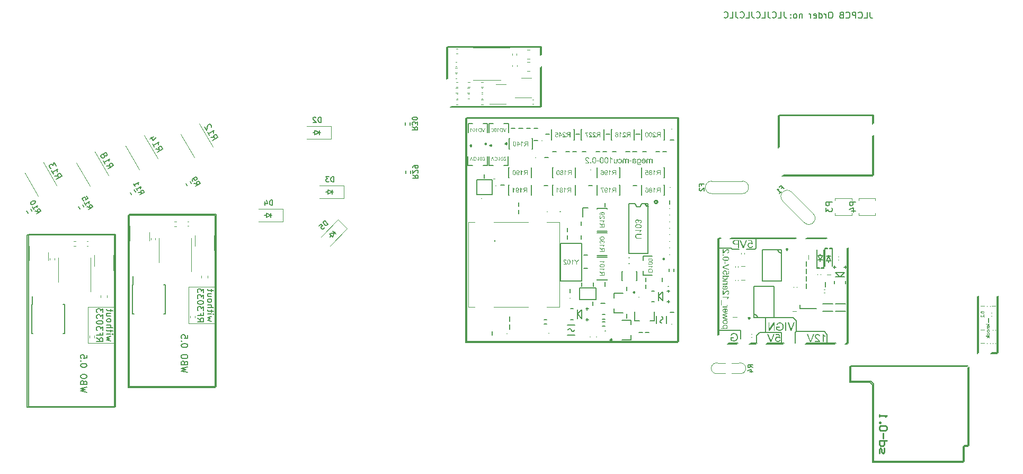
<source format=gbo>
G75*
G70*
%OFA0B0*%
%FSLAX25Y25*%
%IPPOS*%
%LPD*%
%AMOC8*
5,1,8,0,0,1.08239X$1,22.5*
%
%ADD128C,0.00984*%
%ADD221C,0.00300*%
%ADD69C,0.00787*%
%ADD71C,0.00472*%
%ADD75C,0.00500*%
%ADD76C,0.00669*%
%ADD77C,0.00591*%
%ADD78C,0.01000*%
%ADD79C,0.00390*%
%ADD80C,0.00800*%
%ADD81C,0.00394*%
X0000000Y0000000D02*
%LPD*%
G01*
D77*
X0545876Y0283682D02*
X0545876Y0280870D01*
X0545876Y0280870D02*
X0546063Y0280307D01*
X0546063Y0280307D02*
X0546438Y0279932D01*
X0546438Y0279932D02*
X0547001Y0279745D01*
X0547001Y0279745D02*
X0547376Y0279745D01*
X0542126Y0279745D02*
X0544001Y0279745D01*
X0544001Y0279745D02*
X0544001Y0283682D01*
X0538564Y0280120D02*
X0538752Y0279932D01*
X0538752Y0279932D02*
X0539314Y0279745D01*
X0539314Y0279745D02*
X0539689Y0279745D01*
X0539689Y0279745D02*
X0540252Y0279932D01*
X0540252Y0279932D02*
X0540627Y0280307D01*
X0540627Y0280307D02*
X0540814Y0280682D01*
X0540814Y0280682D02*
X0541002Y0281432D01*
X0541002Y0281432D02*
X0541002Y0281995D01*
X0541002Y0281995D02*
X0540814Y0282745D01*
X0540814Y0282745D02*
X0540627Y0283120D01*
X0540627Y0283120D02*
X0540252Y0283494D01*
X0540252Y0283494D02*
X0539689Y0283682D01*
X0539689Y0283682D02*
X0539314Y0283682D01*
X0539314Y0283682D02*
X0538752Y0283494D01*
X0538752Y0283494D02*
X0538564Y0283307D01*
X0536877Y0279745D02*
X0536877Y0283682D01*
X0536877Y0283682D02*
X0535377Y0283682D01*
X0535377Y0283682D02*
X0535002Y0283494D01*
X0535002Y0283494D02*
X0534815Y0283307D01*
X0534815Y0283307D02*
X0534627Y0282932D01*
X0534627Y0282932D02*
X0534627Y0282370D01*
X0534627Y0282370D02*
X0534815Y0281995D01*
X0534815Y0281995D02*
X0535002Y0281807D01*
X0535002Y0281807D02*
X0535377Y0281620D01*
X0535377Y0281620D02*
X0536877Y0281620D01*
X0530690Y0280120D02*
X0530878Y0279932D01*
X0530878Y0279932D02*
X0531440Y0279745D01*
X0531440Y0279745D02*
X0531815Y0279745D01*
X0531815Y0279745D02*
X0532378Y0279932D01*
X0532378Y0279932D02*
X0532753Y0280307D01*
X0532753Y0280307D02*
X0532940Y0280682D01*
X0532940Y0280682D02*
X0533128Y0281432D01*
X0533128Y0281432D02*
X0533128Y0281995D01*
X0533128Y0281995D02*
X0532940Y0282745D01*
X0532940Y0282745D02*
X0532753Y0283120D01*
X0532753Y0283120D02*
X0532378Y0283494D01*
X0532378Y0283494D02*
X0531815Y0283682D01*
X0531815Y0283682D02*
X0531440Y0283682D01*
X0531440Y0283682D02*
X0530878Y0283494D01*
X0530878Y0283494D02*
X0530690Y0283307D01*
X0527691Y0281807D02*
X0527128Y0281620D01*
X0527128Y0281620D02*
X0526941Y0281432D01*
X0526941Y0281432D02*
X0526753Y0281057D01*
X0526753Y0281057D02*
X0526753Y0280495D01*
X0526753Y0280495D02*
X0526941Y0280120D01*
X0526941Y0280120D02*
X0527128Y0279932D01*
X0527128Y0279932D02*
X0527503Y0279745D01*
X0527503Y0279745D02*
X0529003Y0279745D01*
X0529003Y0279745D02*
X0529003Y0283682D01*
X0529003Y0283682D02*
X0527691Y0283682D01*
X0527691Y0283682D02*
X0527316Y0283494D01*
X0527316Y0283494D02*
X0527128Y0283307D01*
X0527128Y0283307D02*
X0526941Y0282932D01*
X0526941Y0282932D02*
X0526941Y0282557D01*
X0526941Y0282557D02*
X0527128Y0282182D01*
X0527128Y0282182D02*
X0527316Y0281995D01*
X0527316Y0281995D02*
X0527691Y0281807D01*
X0527691Y0281807D02*
X0529003Y0281807D01*
X0521317Y0283682D02*
X0520567Y0283682D01*
X0520567Y0283682D02*
X0520192Y0283494D01*
X0520192Y0283494D02*
X0519817Y0283120D01*
X0519817Y0283120D02*
X0519629Y0282370D01*
X0519629Y0282370D02*
X0519629Y0281057D01*
X0519629Y0281057D02*
X0519817Y0280307D01*
X0519817Y0280307D02*
X0520192Y0279932D01*
X0520192Y0279932D02*
X0520567Y0279745D01*
X0520567Y0279745D02*
X0521317Y0279745D01*
X0521317Y0279745D02*
X0521692Y0279932D01*
X0521692Y0279932D02*
X0522066Y0280307D01*
X0522066Y0280307D02*
X0522254Y0281057D01*
X0522254Y0281057D02*
X0522254Y0282370D01*
X0522254Y0282370D02*
X0522066Y0283120D01*
X0522066Y0283120D02*
X0521692Y0283494D01*
X0521692Y0283494D02*
X0521317Y0283682D01*
X0517942Y0279745D02*
X0517942Y0282370D01*
X0517942Y0281620D02*
X0517754Y0281995D01*
X0517754Y0281995D02*
X0517567Y0282182D01*
X0517567Y0282182D02*
X0517192Y0282370D01*
X0517192Y0282370D02*
X0516817Y0282370D01*
X0513817Y0279745D02*
X0513817Y0283682D01*
X0513817Y0279932D02*
X0514192Y0279745D01*
X0514192Y0279745D02*
X0514942Y0279745D01*
X0514942Y0279745D02*
X0515317Y0279932D01*
X0515317Y0279932D02*
X0515505Y0280120D01*
X0515505Y0280120D02*
X0515692Y0280495D01*
X0515692Y0280495D02*
X0515692Y0281620D01*
X0515692Y0281620D02*
X0515505Y0281995D01*
X0515505Y0281995D02*
X0515317Y0282182D01*
X0515317Y0282182D02*
X0514942Y0282370D01*
X0514942Y0282370D02*
X0514192Y0282370D01*
X0514192Y0282370D02*
X0513817Y0282182D01*
X0510443Y0279932D02*
X0510818Y0279745D01*
X0510818Y0279745D02*
X0511568Y0279745D01*
X0511568Y0279745D02*
X0511943Y0279932D01*
X0511943Y0279932D02*
X0512130Y0280307D01*
X0512130Y0280307D02*
X0512130Y0281807D01*
X0512130Y0281807D02*
X0511943Y0282182D01*
X0511943Y0282182D02*
X0511568Y0282370D01*
X0511568Y0282370D02*
X0510818Y0282370D01*
X0510818Y0282370D02*
X0510443Y0282182D01*
X0510443Y0282182D02*
X0510255Y0281807D01*
X0510255Y0281807D02*
X0510255Y0281432D01*
X0510255Y0281432D02*
X0512130Y0281057D01*
X0508568Y0279745D02*
X0508568Y0282370D01*
X0508568Y0281620D02*
X0508381Y0281995D01*
X0508381Y0281995D02*
X0508193Y0282182D01*
X0508193Y0282182D02*
X0507818Y0282370D01*
X0507818Y0282370D02*
X0507443Y0282370D01*
X0503131Y0282370D02*
X0503131Y0279745D01*
X0503131Y0281995D02*
X0502944Y0282182D01*
X0502944Y0282182D02*
X0502569Y0282370D01*
X0502569Y0282370D02*
X0502006Y0282370D01*
X0502006Y0282370D02*
X0501632Y0282182D01*
X0501632Y0282182D02*
X0501444Y0281807D01*
X0501444Y0281807D02*
X0501444Y0279745D01*
X0499007Y0279745D02*
X0499382Y0279932D01*
X0499382Y0279932D02*
X0499569Y0280120D01*
X0499569Y0280120D02*
X0499757Y0280495D01*
X0499757Y0280495D02*
X0499757Y0281620D01*
X0499757Y0281620D02*
X0499569Y0281995D01*
X0499569Y0281995D02*
X0499382Y0282182D01*
X0499382Y0282182D02*
X0499007Y0282370D01*
X0499007Y0282370D02*
X0498444Y0282370D01*
X0498444Y0282370D02*
X0498069Y0282182D01*
X0498069Y0282182D02*
X0497882Y0281995D01*
X0497882Y0281995D02*
X0497695Y0281620D01*
X0497695Y0281620D02*
X0497695Y0280495D01*
X0497695Y0280495D02*
X0497882Y0280120D01*
X0497882Y0280120D02*
X0498069Y0279932D01*
X0498069Y0279932D02*
X0498444Y0279745D01*
X0498444Y0279745D02*
X0499007Y0279745D01*
X0496007Y0280120D02*
X0495820Y0279932D01*
X0495820Y0279932D02*
X0496007Y0279745D01*
X0496007Y0279745D02*
X0496195Y0279932D01*
X0496195Y0279932D02*
X0496007Y0280120D01*
X0496007Y0280120D02*
X0496007Y0279745D01*
X0496007Y0282182D02*
X0495820Y0281995D01*
X0495820Y0281995D02*
X0496007Y0281807D01*
X0496007Y0281807D02*
X0496195Y0281995D01*
X0496195Y0281995D02*
X0496007Y0282182D01*
X0496007Y0282182D02*
X0496007Y0281807D01*
X0491742Y0283879D02*
X0491742Y0281067D01*
X0491742Y0281067D02*
X0491930Y0280504D01*
X0491930Y0280504D02*
X0492305Y0280129D01*
X0492305Y0280129D02*
X0492867Y0279942D01*
X0492867Y0279942D02*
X0493242Y0279942D01*
X0487993Y0279942D02*
X0489867Y0279942D01*
X0489867Y0279942D02*
X0489867Y0283879D01*
X0484431Y0280317D02*
X0484618Y0280129D01*
X0484618Y0280129D02*
X0485180Y0279942D01*
X0485180Y0279942D02*
X0485555Y0279942D01*
X0485555Y0279942D02*
X0486118Y0280129D01*
X0486118Y0280129D02*
X0486493Y0280504D01*
X0486493Y0280504D02*
X0486680Y0280879D01*
X0486680Y0280879D02*
X0486868Y0281629D01*
X0486868Y0281629D02*
X0486868Y0282192D01*
X0486868Y0282192D02*
X0486680Y0282941D01*
X0486680Y0282941D02*
X0486493Y0283316D01*
X0486493Y0283316D02*
X0486118Y0283691D01*
X0486118Y0283691D02*
X0485555Y0283879D01*
X0485555Y0283879D02*
X0485180Y0283879D01*
X0485180Y0283879D02*
X0484618Y0283691D01*
X0484618Y0283691D02*
X0484431Y0283504D01*
X0481618Y0283879D02*
X0481618Y0281067D01*
X0481618Y0281067D02*
X0481806Y0280504D01*
X0481806Y0280504D02*
X0482181Y0280129D01*
X0482181Y0280129D02*
X0482743Y0279942D01*
X0482743Y0279942D02*
X0483118Y0279942D01*
X0477869Y0279942D02*
X0479744Y0279942D01*
X0479744Y0279942D02*
X0479744Y0283879D01*
X0474307Y0280317D02*
X0474494Y0280129D01*
X0474494Y0280129D02*
X0475057Y0279942D01*
X0475057Y0279942D02*
X0475432Y0279942D01*
X0475432Y0279942D02*
X0475994Y0280129D01*
X0475994Y0280129D02*
X0476369Y0280504D01*
X0476369Y0280504D02*
X0476557Y0280879D01*
X0476557Y0280879D02*
X0476744Y0281629D01*
X0476744Y0281629D02*
X0476744Y0282192D01*
X0476744Y0282192D02*
X0476557Y0282941D01*
X0476557Y0282941D02*
X0476369Y0283316D01*
X0476369Y0283316D02*
X0475994Y0283691D01*
X0475994Y0283691D02*
X0475432Y0283879D01*
X0475432Y0283879D02*
X0475057Y0283879D01*
X0475057Y0283879D02*
X0474494Y0283691D01*
X0474494Y0283691D02*
X0474307Y0283504D01*
X0471495Y0283879D02*
X0471495Y0281067D01*
X0471495Y0281067D02*
X0471682Y0280504D01*
X0471682Y0280504D02*
X0472057Y0280129D01*
X0472057Y0280129D02*
X0472620Y0279942D01*
X0472620Y0279942D02*
X0472994Y0279942D01*
X0467745Y0279942D02*
X0469620Y0279942D01*
X0469620Y0279942D02*
X0469620Y0283879D01*
X0464183Y0280317D02*
X0464371Y0280129D01*
X0464371Y0280129D02*
X0464933Y0279942D01*
X0464933Y0279942D02*
X0465308Y0279942D01*
X0465308Y0279942D02*
X0465870Y0280129D01*
X0465870Y0280129D02*
X0466245Y0280504D01*
X0466245Y0280504D02*
X0466433Y0280879D01*
X0466433Y0280879D02*
X0466620Y0281629D01*
X0466620Y0281629D02*
X0466620Y0282192D01*
X0466620Y0282192D02*
X0466433Y0282941D01*
X0466433Y0282941D02*
X0466245Y0283316D01*
X0466245Y0283316D02*
X0465870Y0283691D01*
X0465870Y0283691D02*
X0465308Y0283879D01*
X0465308Y0283879D02*
X0464933Y0283879D01*
X0464933Y0283879D02*
X0464371Y0283691D01*
X0464371Y0283691D02*
X0464183Y0283504D01*
X0461371Y0283879D02*
X0461371Y0281067D01*
X0461371Y0281067D02*
X0461558Y0280504D01*
X0461558Y0280504D02*
X0461933Y0280129D01*
X0461933Y0280129D02*
X0462496Y0279942D01*
X0462496Y0279942D02*
X0462871Y0279942D01*
X0457621Y0279942D02*
X0459496Y0279942D01*
X0459496Y0279942D02*
X0459496Y0283879D01*
X0454059Y0280317D02*
X0454247Y0280129D01*
X0454247Y0280129D02*
X0454809Y0279942D01*
X0454809Y0279942D02*
X0455184Y0279942D01*
X0455184Y0279942D02*
X0455747Y0280129D01*
X0455747Y0280129D02*
X0456122Y0280504D01*
X0456122Y0280504D02*
X0456309Y0280879D01*
X0456309Y0280879D02*
X0456497Y0281629D01*
X0456497Y0281629D02*
X0456497Y0282192D01*
X0456497Y0282192D02*
X0456309Y0282941D01*
X0456309Y0282941D02*
X0456122Y0283316D01*
X0456122Y0283316D02*
X0455747Y0283691D01*
X0455747Y0283691D02*
X0455184Y0283879D01*
X0455184Y0283879D02*
X0454809Y0283879D01*
X0454809Y0283879D02*
X0454247Y0283691D01*
X0454247Y0283691D02*
X0454059Y0283504D01*
D75*
X0471933Y0060146D02*
X0470504Y0061146D01*
X0471933Y0061860D02*
X0468933Y0061860D01*
X0468933Y0061860D02*
X0468933Y0060717D01*
X0468933Y0060717D02*
X0469076Y0060432D01*
X0469076Y0060432D02*
X0469218Y0060289D01*
X0469218Y0060289D02*
X0469504Y0060146D01*
X0469504Y0060146D02*
X0469933Y0060146D01*
X0469933Y0060146D02*
X0470218Y0060289D01*
X0470218Y0060289D02*
X0470361Y0060432D01*
X0470361Y0060432D02*
X0470504Y0060717D01*
X0470504Y0060717D02*
X0470504Y0061860D01*
X0469933Y0057574D02*
X0471933Y0057574D01*
X0468790Y0058289D02*
X0470933Y0059003D01*
X0470933Y0059003D02*
X0470933Y0057146D01*
D77*
X0521968Y0164126D02*
X0518031Y0164126D01*
X0518031Y0164126D02*
X0518031Y0162627D01*
X0518031Y0162627D02*
X0518218Y0162252D01*
X0518218Y0162252D02*
X0518406Y0162064D01*
X0518406Y0162064D02*
X0518781Y0161877D01*
X0518781Y0161877D02*
X0519343Y0161877D01*
X0519343Y0161877D02*
X0519718Y0162064D01*
X0519718Y0162064D02*
X0519906Y0162252D01*
X0519906Y0162252D02*
X0520093Y0162627D01*
X0520093Y0162627D02*
X0520093Y0164126D01*
X0518031Y0160564D02*
X0518031Y0158127D01*
X0518031Y0158127D02*
X0519531Y0159440D01*
X0519531Y0159440D02*
X0519531Y0158877D01*
X0519531Y0158877D02*
X0519718Y0158502D01*
X0519718Y0158502D02*
X0519906Y0158315D01*
X0519906Y0158315D02*
X0520280Y0158127D01*
X0520280Y0158127D02*
X0521218Y0158127D01*
X0521218Y0158127D02*
X0521593Y0158315D01*
X0521593Y0158315D02*
X0521780Y0158502D01*
X0521780Y0158502D02*
X0521968Y0158877D01*
X0521968Y0158877D02*
X0521968Y0160002D01*
X0521968Y0160002D02*
X0521780Y0160377D01*
X0521780Y0160377D02*
X0521593Y0160564D01*
X0536850Y0164126D02*
X0532913Y0164126D01*
X0532913Y0164126D02*
X0532913Y0162627D01*
X0532913Y0162627D02*
X0533100Y0162252D01*
X0533100Y0162252D02*
X0533288Y0162064D01*
X0533288Y0162064D02*
X0533663Y0161877D01*
X0533663Y0161877D02*
X0534225Y0161877D01*
X0534225Y0161877D02*
X0534600Y0162064D01*
X0534600Y0162064D02*
X0534787Y0162252D01*
X0534787Y0162252D02*
X0534975Y0162627D01*
X0534975Y0162627D02*
X0534975Y0164126D01*
X0534225Y0158502D02*
X0536850Y0158502D01*
X0532725Y0159440D02*
X0535537Y0160377D01*
X0535537Y0160377D02*
X0535537Y0157940D01*
D75*
X0439849Y0174425D02*
X0439849Y0175425D01*
X0441421Y0175425D02*
X0438421Y0175425D01*
X0438421Y0175425D02*
X0438421Y0173997D01*
X0438707Y0172997D02*
X0438564Y0172854D01*
X0438564Y0172854D02*
X0438421Y0172568D01*
X0438421Y0172568D02*
X0438421Y0171854D01*
X0438421Y0171854D02*
X0438564Y0171568D01*
X0438564Y0171568D02*
X0438707Y0171425D01*
X0438707Y0171425D02*
X0438992Y0171282D01*
X0438992Y0171282D02*
X0439278Y0171282D01*
X0439278Y0171282D02*
X0439707Y0171425D01*
X0439707Y0171425D02*
X0441421Y0173140D01*
X0441421Y0173140D02*
X0441421Y0171282D01*
X0489915Y0172818D02*
X0490623Y0173525D01*
X0491734Y0172414D02*
X0489612Y0174535D01*
X0489612Y0174535D02*
X0488602Y0173525D01*
X0488804Y0169484D02*
X0490016Y0170696D01*
X0489410Y0170090D02*
X0487289Y0172212D01*
X0487289Y0172212D02*
X0487794Y0172111D01*
X0487794Y0172111D02*
X0488198Y0172111D01*
X0488198Y0172111D02*
X0488501Y0172212D01*
D77*
X0096246Y0197548D02*
X0098526Y0197348D01*
X0097371Y0195599D02*
X0100781Y0197568D01*
X0100781Y0197568D02*
X0100031Y0198867D01*
X0100031Y0198867D02*
X0099681Y0199098D01*
X0099681Y0199098D02*
X0099425Y0199166D01*
X0099425Y0199166D02*
X0099006Y0199141D01*
X0099006Y0199141D02*
X0098519Y0198860D01*
X0098519Y0198860D02*
X0098288Y0198510D01*
X0098288Y0198510D02*
X0098220Y0198254D01*
X0098220Y0198254D02*
X0098245Y0197835D01*
X0098245Y0197835D02*
X0098995Y0196537D01*
X0094371Y0200795D02*
X0095496Y0198846D01*
X0094934Y0199821D02*
X0098343Y0201789D01*
X0098343Y0201789D02*
X0098044Y0201183D01*
X0098044Y0201183D02*
X0097907Y0200671D01*
X0097907Y0200671D02*
X0097932Y0200253D01*
X0094957Y0205030D02*
X0092684Y0203717D01*
X0096725Y0204968D02*
X0094758Y0202750D01*
X0094758Y0202750D02*
X0093539Y0204860D01*
X0130924Y0204976D02*
X0133204Y0204777D01*
X0132049Y0203028D02*
X0135458Y0204997D01*
X0135458Y0204997D02*
X0134709Y0206295D01*
X0134709Y0206295D02*
X0134359Y0206526D01*
X0134359Y0206526D02*
X0134103Y0206595D01*
X0134103Y0206595D02*
X0133684Y0206570D01*
X0133684Y0206570D02*
X0133197Y0206289D01*
X0133197Y0206289D02*
X0132966Y0205939D01*
X0132966Y0205939D02*
X0132897Y0205683D01*
X0132897Y0205683D02*
X0132923Y0205264D01*
X0132923Y0205264D02*
X0133673Y0203965D01*
X0129049Y0208224D02*
X0130174Y0206275D01*
X0129612Y0207249D02*
X0133021Y0209218D01*
X0133021Y0209218D02*
X0132722Y0208612D01*
X0132722Y0208612D02*
X0132584Y0208100D01*
X0132584Y0208100D02*
X0132610Y0207681D01*
X0131384Y0211303D02*
X0131453Y0211560D01*
X0131453Y0211560D02*
X0131428Y0211978D01*
X0131428Y0211978D02*
X0130959Y0212790D01*
X0130959Y0212790D02*
X0130609Y0213021D01*
X0130609Y0213021D02*
X0130353Y0213089D01*
X0130353Y0213089D02*
X0129935Y0213064D01*
X0129935Y0213064D02*
X0129610Y0212877D01*
X0129610Y0212877D02*
X0129217Y0212433D01*
X0129217Y0212433D02*
X0128393Y0209360D01*
X0128393Y0209360D02*
X0127175Y0211471D01*
D76*
X0053015Y0161056D02*
X0054884Y0160893D01*
X0053937Y0159458D02*
X0056733Y0161073D01*
X0056733Y0161073D02*
X0056118Y0162138D01*
X0056118Y0162138D02*
X0055831Y0162327D01*
X0055831Y0162327D02*
X0055621Y0162383D01*
X0055621Y0162383D02*
X0055278Y0162363D01*
X0055278Y0162363D02*
X0054879Y0162132D01*
X0054879Y0162132D02*
X0054689Y0161845D01*
X0054689Y0161845D02*
X0054633Y0161635D01*
X0054633Y0161635D02*
X0054654Y0161292D01*
X0054654Y0161292D02*
X0055268Y0160227D01*
X0051477Y0163719D02*
X0052400Y0162121D01*
X0051939Y0162920D02*
X0054734Y0164534D01*
X0054734Y0164534D02*
X0054489Y0164037D01*
X0054489Y0164037D02*
X0054376Y0163617D01*
X0054376Y0163617D02*
X0054397Y0163274D01*
X0052813Y0167863D02*
X0053581Y0166531D01*
X0053581Y0166531D02*
X0052327Y0165629D01*
X0052327Y0165629D02*
X0052383Y0165839D01*
X0052383Y0165839D02*
X0052363Y0166183D01*
X0052363Y0166183D02*
X0051978Y0166848D01*
X0051978Y0166848D02*
X0051691Y0167038D01*
X0051691Y0167038D02*
X0051481Y0167094D01*
X0051481Y0167094D02*
X0051138Y0167073D01*
X0051138Y0167073D02*
X0050473Y0166689D01*
X0050473Y0166689D02*
X0050283Y0166402D01*
X0050283Y0166402D02*
X0050227Y0166192D01*
X0050227Y0166192D02*
X0050248Y0165849D01*
X0050248Y0165849D02*
X0050632Y0165183D01*
X0050632Y0165183D02*
X0050919Y0164994D01*
X0050919Y0164994D02*
X0051129Y0164938D01*
X0200296Y0214289D02*
X0200296Y0217518D01*
X0200296Y0217518D02*
X0199528Y0217518D01*
X0199528Y0217518D02*
X0199066Y0217364D01*
X0199066Y0217364D02*
X0198759Y0217057D01*
X0198759Y0217057D02*
X0198605Y0216749D01*
X0198605Y0216749D02*
X0198451Y0216134D01*
X0198451Y0216134D02*
X0198451Y0215673D01*
X0198451Y0215673D02*
X0198605Y0215058D01*
X0198605Y0215058D02*
X0198759Y0214751D01*
X0198759Y0214751D02*
X0199066Y0214443D01*
X0199066Y0214443D02*
X0199528Y0214289D01*
X0199528Y0214289D02*
X0200296Y0214289D01*
X0197222Y0217210D02*
X0197068Y0217364D01*
X0197068Y0217364D02*
X0196760Y0217518D01*
X0196760Y0217518D02*
X0195992Y0217518D01*
X0195992Y0217518D02*
X0195684Y0217364D01*
X0195684Y0217364D02*
X0195531Y0217210D01*
X0195531Y0217210D02*
X0195377Y0216903D01*
X0195377Y0216903D02*
X0195377Y0216595D01*
X0195377Y0216595D02*
X0195531Y0216134D01*
X0195531Y0216134D02*
X0197375Y0214289D01*
X0197375Y0214289D02*
X0195377Y0214289D01*
X0204876Y0150268D02*
X0202594Y0152551D01*
X0202594Y0152551D02*
X0202050Y0152007D01*
X0202050Y0152007D02*
X0201833Y0151573D01*
X0201833Y0151573D02*
X0201833Y0151138D01*
X0201833Y0151138D02*
X0201941Y0150812D01*
X0201941Y0150812D02*
X0202267Y0150268D01*
X0202267Y0150268D02*
X0202594Y0149942D01*
X0202594Y0149942D02*
X0203137Y0149616D01*
X0203137Y0149616D02*
X0203463Y0149507D01*
X0203463Y0149507D02*
X0203898Y0149507D01*
X0203898Y0149507D02*
X0204333Y0149725D01*
X0204333Y0149725D02*
X0204876Y0150268D01*
X0199224Y0149181D02*
X0200311Y0150268D01*
X0200311Y0150268D02*
X0201507Y0149290D01*
X0201507Y0149290D02*
X0201289Y0149290D01*
X0201289Y0149290D02*
X0200963Y0149181D01*
X0200963Y0149181D02*
X0200420Y0148638D01*
X0200420Y0148638D02*
X0200311Y0148311D01*
X0200311Y0148311D02*
X0200311Y0148094D01*
X0200311Y0148094D02*
X0200420Y0147768D01*
X0200420Y0147768D02*
X0200963Y0147224D01*
X0200963Y0147224D02*
X0201289Y0147116D01*
X0201289Y0147116D02*
X0201507Y0147116D01*
X0201507Y0147116D02*
X0201833Y0147224D01*
X0201833Y0147224D02*
X0202376Y0147768D01*
X0202376Y0147768D02*
X0202485Y0148094D01*
X0202485Y0148094D02*
X0202485Y0148311D01*
X0257827Y0211477D02*
X0259364Y0210401D01*
X0257827Y0209632D02*
X0261055Y0209632D01*
X0261055Y0209632D02*
X0261055Y0210862D01*
X0261055Y0210862D02*
X0260901Y0211169D01*
X0260901Y0211169D02*
X0260748Y0211323D01*
X0260748Y0211323D02*
X0260440Y0211477D01*
X0260440Y0211477D02*
X0259979Y0211477D01*
X0259979Y0211477D02*
X0259672Y0211323D01*
X0259672Y0211323D02*
X0259518Y0211169D01*
X0259518Y0211169D02*
X0259364Y0210862D01*
X0259364Y0210862D02*
X0259364Y0209632D01*
X0261055Y0212553D02*
X0261055Y0214551D01*
X0261055Y0214551D02*
X0259825Y0213475D01*
X0259825Y0213475D02*
X0259825Y0213937D01*
X0259825Y0213937D02*
X0259672Y0214244D01*
X0259672Y0214244D02*
X0259518Y0214398D01*
X0259518Y0214398D02*
X0259210Y0214551D01*
X0259210Y0214551D02*
X0258442Y0214551D01*
X0258442Y0214551D02*
X0258134Y0214398D01*
X0258134Y0214398D02*
X0257981Y0214244D01*
X0257981Y0214244D02*
X0257827Y0213937D01*
X0257827Y0213937D02*
X0257827Y0213014D01*
X0257827Y0213014D02*
X0257981Y0212707D01*
X0257981Y0212707D02*
X0258134Y0212553D01*
X0261055Y0216550D02*
X0261055Y0216857D01*
X0261055Y0216857D02*
X0260901Y0217165D01*
X0260901Y0217165D02*
X0260748Y0217319D01*
X0260748Y0217319D02*
X0260440Y0217472D01*
X0260440Y0217472D02*
X0259825Y0217626D01*
X0259825Y0217626D02*
X0259057Y0217626D01*
X0259057Y0217626D02*
X0258442Y0217472D01*
X0258442Y0217472D02*
X0258134Y0217319D01*
X0258134Y0217319D02*
X0257981Y0217165D01*
X0257981Y0217165D02*
X0257827Y0216857D01*
X0257827Y0216857D02*
X0257827Y0216550D01*
X0257827Y0216550D02*
X0257981Y0216243D01*
X0257981Y0216243D02*
X0258134Y0216089D01*
X0258134Y0216089D02*
X0258442Y0215935D01*
X0258442Y0215935D02*
X0259057Y0215781D01*
X0259057Y0215781D02*
X0259825Y0215781D01*
X0259825Y0215781D02*
X0260440Y0215935D01*
X0260440Y0215935D02*
X0260748Y0216089D01*
X0260748Y0216089D02*
X0260901Y0216243D01*
X0260901Y0216243D02*
X0261055Y0216550D01*
X0120534Y0175820D02*
X0122404Y0175657D01*
X0121457Y0174222D02*
X0124253Y0175836D01*
X0124253Y0175836D02*
X0123638Y0176902D01*
X0123638Y0176902D02*
X0123351Y0177091D01*
X0123351Y0177091D02*
X0123141Y0177147D01*
X0123141Y0177147D02*
X0122798Y0177127D01*
X0122798Y0177127D02*
X0122398Y0176896D01*
X0122398Y0176896D02*
X0122209Y0176609D01*
X0122209Y0176609D02*
X0122153Y0176399D01*
X0122153Y0176399D02*
X0122173Y0176056D01*
X0122173Y0176056D02*
X0122788Y0174991D01*
X0119766Y0177151D02*
X0119458Y0177684D01*
X0119458Y0177684D02*
X0119438Y0178027D01*
X0119438Y0178027D02*
X0119494Y0178237D01*
X0119494Y0178237D02*
X0119740Y0178734D01*
X0119740Y0178734D02*
X0120195Y0179174D01*
X0120195Y0179174D02*
X0121260Y0179789D01*
X0121260Y0179789D02*
X0121604Y0179810D01*
X0121604Y0179810D02*
X0121814Y0179754D01*
X0121814Y0179754D02*
X0122100Y0179564D01*
X0122100Y0179564D02*
X0122408Y0179032D01*
X0122408Y0179032D02*
X0122428Y0178689D01*
X0122428Y0178689D02*
X0122372Y0178479D01*
X0122372Y0178479D02*
X0122183Y0178192D01*
X0122183Y0178192D02*
X0121517Y0177807D01*
X0121517Y0177807D02*
X0121174Y0177787D01*
X0121174Y0177787D02*
X0120964Y0177843D01*
X0120964Y0177843D02*
X0120677Y0178032D01*
X0120677Y0178032D02*
X0120370Y0178565D01*
X0120370Y0178565D02*
X0120349Y0178908D01*
X0120349Y0178908D02*
X0120405Y0179118D01*
X0120405Y0179118D02*
X0120595Y0179405D01*
D77*
X0065242Y0187011D02*
X0067522Y0186812D01*
X0066367Y0185063D02*
X0069777Y0187032D01*
X0069777Y0187032D02*
X0069027Y0188330D01*
X0069027Y0188330D02*
X0068677Y0188561D01*
X0068677Y0188561D02*
X0068421Y0188630D01*
X0068421Y0188630D02*
X0068002Y0188605D01*
X0068002Y0188605D02*
X0067515Y0188324D01*
X0067515Y0188324D02*
X0067284Y0187974D01*
X0067284Y0187974D02*
X0067216Y0187718D01*
X0067216Y0187718D02*
X0067241Y0187299D01*
X0067241Y0187299D02*
X0067991Y0186000D01*
X0063367Y0190259D02*
X0064492Y0188310D01*
X0063930Y0189284D02*
X0067339Y0191253D01*
X0067339Y0191253D02*
X0067040Y0190647D01*
X0067040Y0190647D02*
X0066903Y0190135D01*
X0066903Y0190135D02*
X0066928Y0189716D01*
X0064191Y0193332D02*
X0064541Y0193101D01*
X0064541Y0193101D02*
X0064797Y0193032D01*
X0064797Y0193032D02*
X0065215Y0193057D01*
X0065215Y0193057D02*
X0065378Y0193151D01*
X0065378Y0193151D02*
X0065609Y0193501D01*
X0065609Y0193501D02*
X0065677Y0193757D01*
X0065677Y0193757D02*
X0065652Y0194175D01*
X0065652Y0194175D02*
X0065277Y0194825D01*
X0065277Y0194825D02*
X0064927Y0195056D01*
X0064927Y0195056D02*
X0064671Y0195124D01*
X0064671Y0195124D02*
X0064253Y0195099D01*
X0064253Y0195099D02*
X0064090Y0195006D01*
X0064090Y0195006D02*
X0063859Y0194656D01*
X0063859Y0194656D02*
X0063791Y0194400D01*
X0063791Y0194400D02*
X0063816Y0193981D01*
X0063816Y0193981D02*
X0064191Y0193332D01*
X0064191Y0193332D02*
X0064216Y0192913D01*
X0064216Y0192913D02*
X0064147Y0192657D01*
X0064147Y0192657D02*
X0063916Y0192307D01*
X0063916Y0192307D02*
X0063267Y0191932D01*
X0063267Y0191932D02*
X0062849Y0191907D01*
X0062849Y0191907D02*
X0062592Y0191976D01*
X0062592Y0191976D02*
X0062243Y0192207D01*
X0062243Y0192207D02*
X0061868Y0192856D01*
X0061868Y0192856D02*
X0061843Y0193275D01*
X0061843Y0193275D02*
X0061911Y0193531D01*
X0061911Y0193531D02*
X0062142Y0193881D01*
X0062142Y0193881D02*
X0062792Y0194256D01*
X0062792Y0194256D02*
X0063210Y0194281D01*
X0063210Y0194281D02*
X0063466Y0194212D01*
X0063466Y0194212D02*
X0063816Y0193981D01*
D76*
X0258221Y0181162D02*
X0259758Y0180086D01*
X0258221Y0179317D02*
X0261449Y0179317D01*
X0261449Y0179317D02*
X0261449Y0180547D01*
X0261449Y0180547D02*
X0261295Y0180854D01*
X0261295Y0180854D02*
X0261141Y0181008D01*
X0261141Y0181008D02*
X0260834Y0181162D01*
X0260834Y0181162D02*
X0260373Y0181162D01*
X0260373Y0181162D02*
X0260065Y0181008D01*
X0260065Y0181008D02*
X0259912Y0180854D01*
X0259912Y0180854D02*
X0259758Y0180547D01*
X0259758Y0180547D02*
X0259758Y0179317D01*
X0261141Y0182392D02*
X0261295Y0182545D01*
X0261295Y0182545D02*
X0261449Y0182853D01*
X0261449Y0182853D02*
X0261449Y0183622D01*
X0261449Y0183622D02*
X0261295Y0183929D01*
X0261295Y0183929D02*
X0261141Y0184083D01*
X0261141Y0184083D02*
X0260834Y0184237D01*
X0260834Y0184237D02*
X0260526Y0184237D01*
X0260526Y0184237D02*
X0260065Y0184083D01*
X0260065Y0184083D02*
X0258221Y0182238D01*
X0258221Y0182238D02*
X0258221Y0184237D01*
X0258221Y0185774D02*
X0258221Y0186389D01*
X0258221Y0186389D02*
X0258374Y0186696D01*
X0258374Y0186696D02*
X0258528Y0186850D01*
X0258528Y0186850D02*
X0258989Y0187157D01*
X0258989Y0187157D02*
X0259604Y0187311D01*
X0259604Y0187311D02*
X0260834Y0187311D01*
X0260834Y0187311D02*
X0261141Y0187157D01*
X0261141Y0187157D02*
X0261295Y0187004D01*
X0261295Y0187004D02*
X0261449Y0186696D01*
X0261449Y0186696D02*
X0261449Y0186081D01*
X0261449Y0186081D02*
X0261295Y0185774D01*
X0261295Y0185774D02*
X0261141Y0185620D01*
X0261141Y0185620D02*
X0260834Y0185466D01*
X0260834Y0185466D02*
X0260065Y0185466D01*
X0260065Y0185466D02*
X0259758Y0185620D01*
X0259758Y0185620D02*
X0259604Y0185774D01*
X0259604Y0185774D02*
X0259450Y0186081D01*
X0259450Y0186081D02*
X0259450Y0186696D01*
X0259450Y0186696D02*
X0259604Y0187004D01*
X0259604Y0187004D02*
X0259758Y0187157D01*
X0259758Y0187157D02*
X0260065Y0187311D01*
X0208387Y0176888D02*
X0208387Y0180116D01*
X0208387Y0180116D02*
X0207618Y0180116D01*
X0207618Y0180116D02*
X0207157Y0179963D01*
X0207157Y0179963D02*
X0206849Y0179655D01*
X0206849Y0179655D02*
X0206696Y0179348D01*
X0206696Y0179348D02*
X0206542Y0178733D01*
X0206542Y0178733D02*
X0206542Y0178271D01*
X0206542Y0178271D02*
X0206696Y0177657D01*
X0206696Y0177657D02*
X0206849Y0177349D01*
X0206849Y0177349D02*
X0207157Y0177042D01*
X0207157Y0177042D02*
X0207618Y0176888D01*
X0207618Y0176888D02*
X0208387Y0176888D01*
X0205466Y0180116D02*
X0203467Y0180116D01*
X0203467Y0180116D02*
X0204543Y0178886D01*
X0204543Y0178886D02*
X0204082Y0178886D01*
X0204082Y0178886D02*
X0203775Y0178733D01*
X0203775Y0178733D02*
X0203621Y0178579D01*
X0203621Y0178579D02*
X0203467Y0178271D01*
X0203467Y0178271D02*
X0203467Y0177503D01*
X0203467Y0177503D02*
X0203621Y0177195D01*
X0203621Y0177195D02*
X0203775Y0177042D01*
X0203775Y0177042D02*
X0204082Y0176888D01*
X0204082Y0176888D02*
X0205005Y0176888D01*
X0205005Y0176888D02*
X0205312Y0177042D01*
X0205312Y0177042D02*
X0205466Y0177195D01*
X0169784Y0162223D02*
X0169784Y0165451D01*
X0169784Y0165451D02*
X0169016Y0165451D01*
X0169016Y0165451D02*
X0168555Y0165297D01*
X0168555Y0165297D02*
X0168247Y0164990D01*
X0168247Y0164990D02*
X0168093Y0164682D01*
X0168093Y0164682D02*
X0167940Y0164067D01*
X0167940Y0164067D02*
X0167940Y0163606D01*
X0167940Y0163606D02*
X0168093Y0162991D01*
X0168093Y0162991D02*
X0168247Y0162684D01*
X0168247Y0162684D02*
X0168555Y0162376D01*
X0168555Y0162376D02*
X0169016Y0162223D01*
X0169016Y0162223D02*
X0169784Y0162223D01*
X0165172Y0164375D02*
X0165172Y0162223D01*
X0165941Y0165605D02*
X0166710Y0163299D01*
X0166710Y0163299D02*
X0164711Y0163299D01*
X0020338Y0158497D02*
X0022207Y0158334D01*
X0021260Y0156899D02*
X0024056Y0158514D01*
X0024056Y0158514D02*
X0023441Y0159579D01*
X0023441Y0159579D02*
X0023154Y0159768D01*
X0023154Y0159768D02*
X0022944Y0159824D01*
X0022944Y0159824D02*
X0022601Y0159804D01*
X0022601Y0159804D02*
X0022201Y0159573D01*
X0022201Y0159573D02*
X0022012Y0159286D01*
X0022012Y0159286D02*
X0021956Y0159076D01*
X0021956Y0159076D02*
X0021976Y0158733D01*
X0021976Y0158733D02*
X0022591Y0157668D01*
X0018800Y0161160D02*
X0019723Y0159562D01*
X0019261Y0160361D02*
X0022057Y0161975D01*
X0022057Y0161975D02*
X0021812Y0161478D01*
X0021812Y0161478D02*
X0021699Y0161058D01*
X0021699Y0161058D02*
X0021720Y0160715D01*
X0020597Y0164505D02*
X0020443Y0164771D01*
X0020443Y0164771D02*
X0020156Y0164960D01*
X0020156Y0164960D02*
X0019946Y0165017D01*
X0019946Y0165017D02*
X0019603Y0164996D01*
X0019603Y0164996D02*
X0018994Y0164822D01*
X0018994Y0164822D02*
X0018328Y0164437D01*
X0018328Y0164437D02*
X0017872Y0163997D01*
X0017872Y0163997D02*
X0017683Y0163710D01*
X0017683Y0163710D02*
X0017627Y0163500D01*
X0017627Y0163500D02*
X0017647Y0163157D01*
X0017647Y0163157D02*
X0017801Y0162890D01*
X0017801Y0162890D02*
X0018088Y0162701D01*
X0018088Y0162701D02*
X0018298Y0162645D01*
X0018298Y0162645D02*
X0018641Y0162665D01*
X0018641Y0162665D02*
X0019250Y0162840D01*
X0019250Y0162840D02*
X0019916Y0163224D01*
X0019916Y0163224D02*
X0020372Y0163665D01*
X0020372Y0163665D02*
X0020561Y0163952D01*
X0020561Y0163952D02*
X0020617Y0164162D01*
X0020617Y0164162D02*
X0020597Y0164505D01*
D77*
X0032730Y0180567D02*
X0035009Y0180368D01*
X0033855Y0178619D02*
X0037264Y0180587D01*
X0037264Y0180587D02*
X0036514Y0181886D01*
X0036514Y0181886D02*
X0036164Y0182117D01*
X0036164Y0182117D02*
X0035908Y0182186D01*
X0035908Y0182186D02*
X0035490Y0182160D01*
X0035490Y0182160D02*
X0035003Y0181879D01*
X0035003Y0181879D02*
X0034772Y0181529D01*
X0034772Y0181529D02*
X0034703Y0181273D01*
X0034703Y0181273D02*
X0034728Y0180855D01*
X0034728Y0180855D02*
X0035478Y0179556D01*
X0030855Y0183814D02*
X0031980Y0181866D01*
X0031417Y0182840D02*
X0034827Y0184808D01*
X0034827Y0184808D02*
X0034527Y0184202D01*
X0034527Y0184202D02*
X0034390Y0183690D01*
X0034390Y0183690D02*
X0034415Y0183272D01*
X0033608Y0186919D02*
X0032390Y0189030D01*
X0032390Y0189030D02*
X0031747Y0187143D01*
X0031747Y0187143D02*
X0031466Y0187630D01*
X0031466Y0187630D02*
X0031116Y0187861D01*
X0031116Y0187861D02*
X0030860Y0187930D01*
X0030860Y0187930D02*
X0030441Y0187905D01*
X0030441Y0187905D02*
X0029630Y0187436D01*
X0029630Y0187436D02*
X0029399Y0187086D01*
X0029399Y0187086D02*
X0029330Y0186830D01*
X0029330Y0186830D02*
X0029355Y0186412D01*
X0029355Y0186412D02*
X0029918Y0185438D01*
X0029918Y0185438D02*
X0030267Y0185207D01*
X0030267Y0185207D02*
X0030523Y0185138D01*
D76*
X0085495Y0170308D02*
X0087364Y0170145D01*
X0086417Y0168710D02*
X0089213Y0170325D01*
X0089213Y0170325D02*
X0088598Y0171390D01*
X0088598Y0171390D02*
X0088311Y0171579D01*
X0088311Y0171579D02*
X0088101Y0171635D01*
X0088101Y0171635D02*
X0087758Y0171615D01*
X0087758Y0171615D02*
X0087359Y0171384D01*
X0087359Y0171384D02*
X0087170Y0171097D01*
X0087170Y0171097D02*
X0087113Y0170887D01*
X0087113Y0170887D02*
X0087134Y0170544D01*
X0087134Y0170544D02*
X0087749Y0169479D01*
X0083958Y0172971D02*
X0084880Y0171373D01*
X0084419Y0172172D02*
X0087215Y0173786D01*
X0087215Y0173786D02*
X0086969Y0173289D01*
X0086969Y0173289D02*
X0086857Y0172869D01*
X0086857Y0172869D02*
X0086877Y0172526D01*
X0082420Y0175633D02*
X0083343Y0174036D01*
X0082882Y0174835D02*
X0085677Y0176449D01*
X0085677Y0176449D02*
X0085432Y0175952D01*
X0085432Y0175952D02*
X0085319Y0175532D01*
X0085319Y0175532D02*
X0085340Y0175189D01*
D79*
X0462791Y0062795D02*
X0458791Y0062795D01*
X0458791Y0056496D02*
X0462791Y0056496D01*
X0454791Y0062795D02*
X0450791Y0062795D01*
X0450791Y0056496D02*
X0454791Y0056496D01*
D71*
X0462992Y0056496D02*
G75*
G03*
X0463008Y0062802I0001299J0003150D01*
G01*
X0450557Y0062809D02*
G75*
G03*
X0450591Y0056496I-001265J-003163D01*
G01*
D69*
X0613386Y0068996D02*
X0613386Y0104823D01*
X0625591Y0068996D02*
X0621654Y0068996D01*
X0625591Y0068996D02*
X0625591Y0104823D01*
X0338386Y0223721D02*
X0338386Y0248917D01*
X0338386Y0261516D02*
X0338386Y0256398D01*
X0338386Y0261516D02*
X0279331Y0261516D01*
X0281693Y0223721D02*
X0338386Y0223721D01*
X0279331Y0261516D02*
X0279331Y0241437D01*
X0533169Y0060827D02*
X0606594Y0060827D01*
X0533169Y0050984D02*
X0533169Y0060827D01*
X0533169Y0050984D02*
X0545768Y0050984D01*
X0545768Y0050984D02*
X0547539Y0049213D01*
X0547539Y0000689D02*
X0547539Y0049213D01*
X0547539Y0000689D02*
X0604434Y0000689D01*
X0604434Y0010573D02*
X0607382Y0010573D01*
X0604434Y0000689D02*
X0604434Y0010573D01*
X0607382Y0010573D02*
X0607382Y0060039D01*
X0070276Y0035138D02*
X0015551Y0035138D01*
X0015551Y0035138D02*
X0015551Y0143406D01*
X0015551Y0143406D02*
X0070276Y0143406D01*
X0070276Y0143406D02*
X0070276Y0035138D01*
X0505315Y0141043D02*
X0517913Y0141043D01*
X0457677Y0141043D02*
X0498622Y0141043D01*
X0450197Y0141043D02*
X0451378Y0141043D01*
X0450197Y0141043D02*
X0450197Y0080414D01*
X0531299Y0135138D02*
X0531299Y0074902D01*
X0504921Y0074902D02*
X0523819Y0074902D01*
X0480512Y0074902D02*
X0491142Y0074902D01*
X0469882Y0074902D02*
X0474213Y0074902D01*
X0455905Y0074902D02*
X0462008Y0074902D01*
X0530118Y0074902D02*
X0531299Y0074902D01*
X0547244Y0180610D02*
X0547244Y0205807D01*
X0547244Y0218406D02*
X0547244Y0213288D01*
X0547244Y0218406D02*
X0488189Y0218406D01*
X0490551Y0180610D02*
X0547244Y0180610D01*
X0488189Y0218406D02*
X0488189Y0198327D01*
D71*
X0534272Y0155984D02*
X0523799Y0155984D01*
X0523799Y0157144D02*
X0523799Y0155984D01*
X0534272Y0157188D02*
X0534272Y0155984D01*
X0523799Y0165254D02*
X0523799Y0166457D01*
X0534272Y0165298D02*
X0534272Y0166457D01*
X0523799Y0166457D02*
X0534272Y0166457D01*
X0549154Y0155984D02*
X0538681Y0155984D01*
X0538681Y0157144D02*
X0538681Y0155984D01*
X0549154Y0157188D02*
X0549154Y0155984D01*
X0538681Y0165254D02*
X0538681Y0166457D01*
X0549154Y0165298D02*
X0549154Y0166457D01*
X0538681Y0166457D02*
X0549154Y0166457D01*
X0465256Y0177362D02*
X0446161Y0177362D01*
X0465256Y0169488D02*
X0446161Y0169488D01*
X0446161Y0177362D02*
G75*
G03*
X0446161Y0169488I0000000J-003937D01*
G01*
X0465453Y0169488D02*
G75*
G03*
X0465453Y0177362I0000000J0003937D01*
G01*
D69*
X0424606Y0075886D02*
X0291535Y0075886D01*
X0424606Y0216831D02*
X0424606Y0075886D01*
X0424606Y0216831D02*
X0291535Y0216831D01*
X0291535Y0216831D02*
X0291535Y0075886D01*
D71*
X0509957Y0156929D02*
X0496455Y0170431D01*
X0504390Y0151362D02*
X0490888Y0164864D01*
X0496455Y0170431D02*
G75*
G03*
X0490888Y0164864I-002784J-002784D01*
G01*
X0504529Y0151222D02*
G75*
G03*
X0510097Y0156790I0002784J0002784D01*
G01*
D69*
X0133661Y0047638D02*
X0078937Y0047638D01*
X0078937Y0047638D02*
X0078937Y0155906D01*
X0078937Y0155906D02*
X0133661Y0155906D01*
X0133661Y0155906D02*
X0133661Y0047638D01*
D71*
X0086054Y0184688D02*
X0077483Y0199534D01*
X0097714Y0191421D02*
X0089143Y0206266D01*
X0120732Y0192117D02*
X0112160Y0206963D01*
X0132392Y0198849D02*
X0123821Y0213695D01*
D80*
X0048639Y0159707D02*
X0047852Y0161070D01*
X0051180Y0161178D02*
X0050393Y0162542D01*
D71*
X0206772Y0203937D02*
X0191417Y0203937D01*
X0206772Y0211811D02*
X0206772Y0203937D01*
X0206772Y0211811D02*
X0191417Y0211811D01*
D76*
X0200079Y0207874D02*
X0199291Y0207874D01*
X0199291Y0206496D02*
X0199291Y0209252D01*
X0199291Y0207874D02*
X0196535Y0206496D01*
X0199291Y0207874D02*
X0196535Y0209252D01*
X0196535Y0206496D02*
X0196535Y0209252D01*
X0196535Y0207874D02*
X0195354Y0207874D01*
D71*
X0216775Y0147527D02*
X0205918Y0136670D01*
X0211208Y0153094D02*
X0216775Y0147527D01*
X0211208Y0153094D02*
X0200351Y0142237D01*
D76*
X0209259Y0145578D02*
X0208702Y0145021D01*
X0209677Y0144047D02*
X0207728Y0145996D01*
X0208702Y0145021D02*
X0207728Y0142098D01*
X0208702Y0145021D02*
X0205779Y0144047D01*
X0207728Y0142098D02*
X0205779Y0144047D01*
X0206753Y0143072D02*
X0205918Y0142237D01*
D80*
X0253363Y0212496D02*
X0253363Y0214071D01*
X0256299Y0212500D02*
X0256299Y0214075D01*
X0116159Y0174470D02*
X0115371Y0175834D01*
X0118700Y0175942D02*
X0117912Y0177306D01*
D71*
X0055050Y0174152D02*
X0046479Y0188998D01*
X0066710Y0180884D02*
X0058139Y0195730D01*
D80*
X0253757Y0182181D02*
X0253756Y0183756D01*
X0256693Y0182185D02*
X0256693Y0183760D01*
D71*
X0214862Y0166536D02*
X0199508Y0166536D01*
X0214862Y0174410D02*
X0214862Y0166536D01*
X0214862Y0174410D02*
X0199508Y0174410D01*
D76*
X0208169Y0170473D02*
X0207382Y0170473D01*
X0207382Y0169095D02*
X0207382Y0171851D01*
X0207382Y0170473D02*
X0204626Y0169095D01*
X0207382Y0170473D02*
X0204626Y0171851D01*
X0204626Y0169095D02*
X0204626Y0171851D01*
X0204626Y0170473D02*
X0203445Y0170473D01*
D71*
X0176260Y0151870D02*
X0160905Y0151870D01*
X0176260Y0159744D02*
X0176260Y0151870D01*
X0176260Y0159744D02*
X0160905Y0159744D01*
D76*
X0169567Y0155807D02*
X0168780Y0155807D01*
X0168780Y0154429D02*
X0168780Y0157185D01*
X0168780Y0155807D02*
X0166024Y0154429D01*
X0168780Y0155807D02*
X0166024Y0157185D01*
X0166024Y0154429D02*
X0166024Y0157185D01*
X0166024Y0155807D02*
X0164842Y0155807D01*
D80*
X0015962Y0157148D02*
X0015175Y0158511D01*
X0018503Y0158619D02*
X0017716Y0159983D01*
D71*
X0022537Y0167708D02*
X0013966Y0182553D01*
X0034198Y0174440D02*
X0025627Y0189286D01*
D80*
X0081120Y0168959D02*
X0080332Y0170322D01*
X0083660Y0170430D02*
X0082873Y0171794D01*
X0450492Y0141929D02*
G01*
G75*
G36*
X0462691Y0079015D02*
X0462686Y0078879D01*
X0462669Y0078753D01*
X0462648Y0078628D01*
X0462626Y0078513D01*
X0462598Y0078398D01*
X0462571Y0078295D01*
X0462544Y0078202D01*
X0462517Y0078114D01*
X0462489Y0078038D01*
X0462462Y0077972D01*
X0462440Y0077912D01*
X0462418Y0077869D01*
X0462402Y0077836D01*
X0462396Y0077814D01*
X0462391Y0077809D01*
X0462331Y0077699D01*
X0462260Y0077596D01*
X0462189Y0077503D01*
X0462118Y0077410D01*
X0462041Y0077328D01*
X0461965Y0077257D01*
X0461889Y0077186D01*
X0461818Y0077126D01*
X0461747Y0077071D01*
X0461681Y0077022D01*
X0461621Y0076984D01*
X0461572Y0076951D01*
X0461534Y0076924D01*
X0461501Y0076908D01*
X0461479Y0076897D01*
X0461474Y0076891D01*
X0461359Y0076837D01*
X0461239Y0076788D01*
X0461124Y0076744D01*
X0461010Y0076711D01*
X0460889Y0076678D01*
X0460780Y0076651D01*
X0460671Y0076629D01*
X0460573Y0076613D01*
X0460480Y0076602D01*
X0460393Y0076591D01*
X0460316Y0076586D01*
X0460251Y0076580D01*
X0460196Y0076575D01*
X0460125Y0076575D01*
X0459923Y0076586D01*
X0459726Y0076607D01*
X0459546Y0076635D01*
X0459464Y0076657D01*
X0459382Y0076673D01*
X0459312Y0076689D01*
X0459252Y0076711D01*
X0459191Y0076728D01*
X0459148Y0076738D01*
X0459104Y0076755D01*
X0459077Y0076760D01*
X0459060Y0076771D01*
X0459055Y0076771D01*
X0458858Y0076853D01*
X0458673Y0076946D01*
X0458503Y0077044D01*
X0458422Y0077093D01*
X0458351Y0077137D01*
X0458285Y0077181D01*
X0458225Y0077224D01*
X0458170Y0077257D01*
X0458127Y0077290D01*
X0458089Y0077317D01*
X0458061Y0077339D01*
X0458045Y0077350D01*
X0458039Y0077355D01*
X0458039Y0079228D01*
X0460174Y0079228D01*
X0460174Y0078633D01*
X0458694Y0078633D01*
X0458694Y0077689D01*
X0458782Y0077618D01*
X0458880Y0077557D01*
X0458984Y0077497D01*
X0459088Y0077443D01*
X0459180Y0077399D01*
X0459219Y0077377D01*
X0459252Y0077361D01*
X0459284Y0077350D01*
X0459306Y0077339D01*
X0459317Y0077334D01*
X0459322Y0077334D01*
X0459475Y0077279D01*
X0459628Y0077241D01*
X0459770Y0077208D01*
X0459896Y0077192D01*
X0459956Y0077186D01*
X0460005Y0077181D01*
X0460049Y0077175D01*
X0460087Y0077175D01*
X0460120Y0077170D01*
X0460163Y0077170D01*
X0460349Y0077181D01*
X0460524Y0077203D01*
X0460682Y0077241D01*
X0460758Y0077257D01*
X0460824Y0077279D01*
X0460884Y0077301D01*
X0460939Y0077317D01*
X0460988Y0077339D01*
X0461031Y0077355D01*
X0461064Y0077366D01*
X0461086Y0077377D01*
X0461102Y0077388D01*
X0461108Y0077388D01*
X0461190Y0077432D01*
X0461266Y0077481D01*
X0461397Y0077585D01*
X0461512Y0077699D01*
X0461610Y0077809D01*
X0461681Y0077907D01*
X0461714Y0077951D01*
X0461736Y0077983D01*
X0461758Y0078016D01*
X0461768Y0078038D01*
X0461774Y0078054D01*
X0461779Y0078060D01*
X0461856Y0078240D01*
X0461910Y0078431D01*
X0461954Y0078617D01*
X0461982Y0078797D01*
X0461987Y0078879D01*
X0461998Y0078955D01*
X0462003Y0079021D01*
X0462003Y0079081D01*
X0462009Y0079124D01*
X0462009Y0079163D01*
X0462009Y0079185D01*
X0462009Y0079190D01*
X0461998Y0079392D01*
X0461976Y0079583D01*
X0461949Y0079752D01*
X0461932Y0079834D01*
X0461910Y0079905D01*
X0461894Y0079971D01*
X0461878Y0080031D01*
X0461861Y0080080D01*
X0461845Y0080124D01*
X0461834Y0080162D01*
X0461823Y0080184D01*
X0461818Y0080200D01*
X0461818Y0080206D01*
X0461774Y0080304D01*
X0461725Y0080397D01*
X0461670Y0080484D01*
X0461621Y0080555D01*
X0461577Y0080615D01*
X0461539Y0080664D01*
X0461517Y0080691D01*
X0461506Y0080702D01*
X0461424Y0080784D01*
X0461332Y0080855D01*
X0461244Y0080921D01*
X0461157Y0080975D01*
X0461081Y0081019D01*
X0461020Y0081046D01*
X0460999Y0081057D01*
X0460982Y0081068D01*
X0460971Y0081074D01*
X0460966Y0081074D01*
X0460835Y0081123D01*
X0460704Y0081156D01*
X0460567Y0081183D01*
X0460447Y0081199D01*
X0460387Y0081205D01*
X0460338Y0081210D01*
X0460289Y0081210D01*
X0460251Y0081216D01*
X0460174Y0081216D01*
X0460038Y0081210D01*
X0459907Y0081194D01*
X0459792Y0081172D01*
X0459688Y0081150D01*
X0459606Y0081123D01*
X0459568Y0081112D01*
X0459541Y0081101D01*
X0459519Y0081090D01*
X0459503Y0081085D01*
X0459492Y0081079D01*
X0459486Y0081079D01*
X0459377Y0081025D01*
X0459279Y0080970D01*
X0459197Y0080910D01*
X0459126Y0080855D01*
X0459077Y0080801D01*
X0459038Y0080762D01*
X0459011Y0080735D01*
X0459006Y0080724D01*
X0458946Y0080637D01*
X0458891Y0080539D01*
X0458842Y0080440D01*
X0458798Y0080342D01*
X0458766Y0080255D01*
X0458755Y0080217D01*
X0458744Y0080189D01*
X0458733Y0080162D01*
X0458727Y0080140D01*
X0458722Y0080129D01*
X0458722Y0080124D01*
X0458116Y0080287D01*
X0458170Y0080468D01*
X0458230Y0080631D01*
X0458263Y0080702D01*
X0458296Y0080773D01*
X0458323Y0080834D01*
X0458356Y0080888D01*
X0458383Y0080943D01*
X0458411Y0080986D01*
X0458438Y0081025D01*
X0458454Y0081057D01*
X0458476Y0081079D01*
X0458487Y0081095D01*
X0458492Y0081107D01*
X0458498Y0081112D01*
X0458602Y0081227D01*
X0458711Y0081325D01*
X0458826Y0081407D01*
X0458940Y0081478D01*
X0459038Y0081532D01*
X0459082Y0081554D01*
X0459120Y0081571D01*
X0459148Y0081587D01*
X0459170Y0081598D01*
X0459186Y0081603D01*
X0459191Y0081603D01*
X0459361Y0081663D01*
X0459530Y0081707D01*
X0459699Y0081740D01*
X0459852Y0081762D01*
X0459923Y0081767D01*
X0459983Y0081773D01*
X0460038Y0081778D01*
X0460087Y0081784D01*
X0460180Y0081784D01*
X0460316Y0081778D01*
X0460453Y0081773D01*
X0460584Y0081756D01*
X0460704Y0081734D01*
X0460824Y0081713D01*
X0460933Y0081685D01*
X0461037Y0081658D01*
X0461130Y0081631D01*
X0461212Y0081598D01*
X0461288Y0081571D01*
X0461354Y0081543D01*
X0461408Y0081521D01*
X0461452Y0081500D01*
X0461485Y0081483D01*
X0461506Y0081478D01*
X0461512Y0081472D01*
X0461616Y0081412D01*
X0461714Y0081341D01*
X0461807Y0081270D01*
X0461889Y0081194D01*
X0461971Y0081112D01*
X0462041Y0081036D01*
X0462107Y0080959D01*
X0462167Y0080883D01*
X0462216Y0080806D01*
X0462265Y0080741D01*
X0462304Y0080681D01*
X0462336Y0080626D01*
X0462358Y0080582D01*
X0462375Y0080550D01*
X0462385Y0080528D01*
X0462391Y0080522D01*
X0462446Y0080402D01*
X0462489Y0080282D01*
X0462533Y0080162D01*
X0462566Y0080042D01*
X0462620Y0079813D01*
X0462642Y0079703D01*
X0462659Y0079599D01*
X0462669Y0079507D01*
X0462680Y0079419D01*
X0462686Y0079343D01*
X0462691Y0079277D01*
X0462697Y0079223D01*
X0462697Y0079185D01*
X0462697Y0079163D01*
X0462697Y0079152D01*
X0462691Y0079015D01*
D02*
G37*
G36*
X0489452Y0077469D02*
X0489430Y0077355D01*
X0489403Y0077251D01*
X0489365Y0077153D01*
X0489326Y0077065D01*
X0489288Y0076978D01*
X0489244Y0076902D01*
X0489201Y0076836D01*
X0489157Y0076771D01*
X0489119Y0076716D01*
X0489081Y0076672D01*
X0489042Y0076634D01*
X0489015Y0076601D01*
X0488993Y0076579D01*
X0488982Y0076569D01*
X0488977Y0076563D01*
X0488890Y0076498D01*
X0488802Y0076438D01*
X0488709Y0076389D01*
X0488617Y0076345D01*
X0488524Y0076306D01*
X0488431Y0076274D01*
X0488338Y0076246D01*
X0488251Y0076230D01*
X0488169Y0076214D01*
X0488092Y0076203D01*
X0488027Y0076192D01*
X0487967Y0076186D01*
X0487918Y0076181D01*
X0487852Y0076181D01*
X0487699Y0076186D01*
X0487557Y0076208D01*
X0487421Y0076236D01*
X0487295Y0076279D01*
X0487175Y0076323D01*
X0487066Y0076372D01*
X0486968Y0076432D01*
X0486880Y0076487D01*
X0486798Y0076541D01*
X0486727Y0076601D01*
X0486667Y0076650D01*
X0486618Y0076700D01*
X0486580Y0076738D01*
X0486553Y0076765D01*
X0486536Y0076787D01*
X0486531Y0076793D01*
X0486460Y0076885D01*
X0486400Y0076984D01*
X0486345Y0077087D01*
X0486302Y0077186D01*
X0486263Y0077284D01*
X0486231Y0077382D01*
X0486203Y0077480D01*
X0486181Y0077568D01*
X0486165Y0077655D01*
X0486154Y0077732D01*
X0486143Y0077797D01*
X0486138Y0077857D01*
X0486132Y0077906D01*
X0486132Y0077939D01*
X0486132Y0077966D01*
X0486132Y0077972D01*
X0486138Y0078103D01*
X0486154Y0078229D01*
X0486176Y0078349D01*
X0486203Y0078458D01*
X0486236Y0078567D01*
X0486280Y0078660D01*
X0486318Y0078753D01*
X0486362Y0078834D01*
X0486405Y0078905D01*
X0486444Y0078966D01*
X0486482Y0079026D01*
X0486520Y0079069D01*
X0486547Y0079102D01*
X0486569Y0079129D01*
X0486586Y0079146D01*
X0486591Y0079151D01*
X0486678Y0079233D01*
X0486771Y0079304D01*
X0486864Y0079364D01*
X0486957Y0079419D01*
X0487050Y0079462D01*
X0487142Y0079501D01*
X0487230Y0079528D01*
X0487317Y0079555D01*
X0487394Y0079572D01*
X0487470Y0079588D01*
X0487535Y0079594D01*
X0487590Y0079604D01*
X0487634Y0079604D01*
X0487672Y0079610D01*
X0487699Y0079610D01*
X0487792Y0079604D01*
X0487885Y0079599D01*
X0487972Y0079582D01*
X0488060Y0079561D01*
X0488218Y0079512D01*
X0488294Y0079479D01*
X0488360Y0079452D01*
X0488425Y0079424D01*
X0488480Y0079392D01*
X0488529Y0079364D01*
X0488573Y0079342D01*
X0488606Y0079321D01*
X0488627Y0079310D01*
X0488644Y0079299D01*
X0488649Y0079293D01*
X0488382Y0080647D01*
X0486367Y0080647D01*
X0486367Y0081237D01*
X0488873Y0081237D01*
X0489359Y0078649D01*
X0488780Y0078567D01*
X0488726Y0078643D01*
X0488666Y0078714D01*
X0488600Y0078774D01*
X0488546Y0078829D01*
X0488491Y0078867D01*
X0488447Y0078900D01*
X0488420Y0078916D01*
X0488409Y0078922D01*
X0488316Y0078971D01*
X0488224Y0079004D01*
X0488131Y0079031D01*
X0488043Y0079048D01*
X0487972Y0079058D01*
X0487912Y0079064D01*
X0487863Y0079064D01*
X0487776Y0079058D01*
X0487694Y0079053D01*
X0487612Y0079037D01*
X0487541Y0079015D01*
X0487405Y0078966D01*
X0487350Y0078938D01*
X0487295Y0078911D01*
X0487246Y0078878D01*
X0487208Y0078851D01*
X0487170Y0078824D01*
X0487142Y0078802D01*
X0487121Y0078780D01*
X0487099Y0078764D01*
X0487093Y0078758D01*
X0487088Y0078753D01*
X0487033Y0078693D01*
X0486990Y0078627D01*
X0486946Y0078562D01*
X0486913Y0078496D01*
X0486859Y0078354D01*
X0486826Y0078223D01*
X0486815Y0078158D01*
X0486804Y0078103D01*
X0486798Y0078048D01*
X0486793Y0078005D01*
X0486788Y0077966D01*
X0486788Y0077939D01*
X0486788Y0077923D01*
X0486788Y0077917D01*
X0486793Y0077813D01*
X0486798Y0077721D01*
X0486815Y0077628D01*
X0486837Y0077540D01*
X0486859Y0077464D01*
X0486886Y0077388D01*
X0486913Y0077322D01*
X0486940Y0077262D01*
X0486973Y0077207D01*
X0487001Y0077158D01*
X0487028Y0077120D01*
X0487050Y0077082D01*
X0487071Y0077055D01*
X0487088Y0077038D01*
X0487093Y0077027D01*
X0487099Y0077022D01*
X0487159Y0076962D01*
X0487219Y0076913D01*
X0487279Y0076869D01*
X0487344Y0076831D01*
X0487410Y0076798D01*
X0487470Y0076771D01*
X0487590Y0076732D01*
X0487694Y0076705D01*
X0487738Y0076700D01*
X0487776Y0076694D01*
X0487809Y0076689D01*
X0487852Y0076689D01*
X0487923Y0076694D01*
X0487989Y0076700D01*
X0488109Y0076727D01*
X0488218Y0076765D01*
X0488311Y0076809D01*
X0488387Y0076847D01*
X0488442Y0076885D01*
X0488464Y0076902D01*
X0488480Y0076913D01*
X0488486Y0076924D01*
X0488491Y0076924D01*
X0488535Y0076973D01*
X0488578Y0077022D01*
X0488649Y0077131D01*
X0488709Y0077251D01*
X0488753Y0077366D01*
X0488780Y0077469D01*
X0488797Y0077519D01*
X0488802Y0077557D01*
X0488808Y0077590D01*
X0488813Y0077611D01*
X0488819Y0077628D01*
X0488819Y0077633D01*
X0489468Y0077584D01*
X0489452Y0077469D01*
D02*
G37*
G36*
X0483866Y0076263D02*
X0483178Y0076263D01*
X0481213Y0081302D01*
X0481890Y0081302D01*
X0483249Y0077639D01*
X0483304Y0077486D01*
X0483359Y0077338D01*
X0483408Y0077197D01*
X0483446Y0077071D01*
X0483462Y0077016D01*
X0483479Y0076967D01*
X0483490Y0076924D01*
X0483501Y0076885D01*
X0483512Y0076858D01*
X0483517Y0076831D01*
X0483522Y0076820D01*
X0483522Y0076814D01*
X0483566Y0076962D01*
X0483610Y0077109D01*
X0483654Y0077246D01*
X0483692Y0077371D01*
X0483714Y0077431D01*
X0483730Y0077480D01*
X0483746Y0077524D01*
X0483757Y0077562D01*
X0483768Y0077595D01*
X0483779Y0077617D01*
X0483784Y0077633D01*
X0483784Y0077639D01*
X0485095Y0081302D01*
X0485821Y0081302D01*
X0483866Y0076263D01*
D02*
G37*
G36*
X0517706Y0079419D02*
X0517591Y0079468D01*
X0517482Y0079523D01*
X0517383Y0079572D01*
X0517296Y0079621D01*
X0517258Y0079637D01*
X0517225Y0079659D01*
X0517198Y0079670D01*
X0517181Y0079681D01*
X0517171Y0079692D01*
X0517165Y0079692D01*
X0517034Y0079774D01*
X0516919Y0079850D01*
X0516816Y0079921D01*
X0516734Y0079987D01*
X0516663Y0080041D01*
X0516614Y0080079D01*
X0516586Y0080107D01*
X0516575Y0080118D01*
X0516575Y0076181D01*
X0515958Y0076181D01*
X0515958Y0081237D01*
X0516357Y0081237D01*
X0516428Y0081111D01*
X0516510Y0080991D01*
X0516603Y0080877D01*
X0516695Y0080778D01*
X0516777Y0080686D01*
X0516816Y0080653D01*
X0516843Y0080620D01*
X0516870Y0080593D01*
X0516892Y0080576D01*
X0516903Y0080565D01*
X0516909Y0080560D01*
X0517056Y0080434D01*
X0517214Y0080325D01*
X0517367Y0080221D01*
X0517509Y0080134D01*
X0517569Y0080101D01*
X0517629Y0080068D01*
X0517684Y0080036D01*
X0517727Y0080014D01*
X0517766Y0079997D01*
X0517793Y0079981D01*
X0517809Y0079976D01*
X0517815Y0079970D01*
X0517815Y0079375D01*
X0517706Y0079419D01*
D02*
G37*
G36*
X0511121Y0076181D02*
X0511121Y0076776D01*
X0513605Y0076776D01*
X0513518Y0076896D01*
X0513474Y0076951D01*
X0513430Y0077000D01*
X0513392Y0077044D01*
X0513365Y0077076D01*
X0513343Y0077098D01*
X0513338Y0077104D01*
X0513305Y0077136D01*
X0513261Y0077180D01*
X0513212Y0077224D01*
X0513157Y0077273D01*
X0513043Y0077382D01*
X0512923Y0077486D01*
X0512808Y0077584D01*
X0512759Y0077628D01*
X0512710Y0077666D01*
X0512677Y0077699D01*
X0512644Y0077721D01*
X0512628Y0077737D01*
X0512622Y0077742D01*
X0512502Y0077846D01*
X0512388Y0077945D01*
X0512284Y0078032D01*
X0512191Y0078119D01*
X0512104Y0078196D01*
X0512027Y0078272D01*
X0511956Y0078338D01*
X0511891Y0078398D01*
X0511836Y0078447D01*
X0511792Y0078496D01*
X0511754Y0078534D01*
X0511721Y0078567D01*
X0511700Y0078594D01*
X0511678Y0078611D01*
X0511672Y0078622D01*
X0511667Y0078627D01*
X0511563Y0078747D01*
X0511481Y0078856D01*
X0511410Y0078960D01*
X0511350Y0079053D01*
X0511306Y0079129D01*
X0511274Y0079189D01*
X0511263Y0079211D01*
X0511257Y0079228D01*
X0511252Y0079233D01*
X0511252Y0079239D01*
X0511208Y0079348D01*
X0511181Y0079457D01*
X0511159Y0079555D01*
X0511143Y0079648D01*
X0511132Y0079725D01*
X0511126Y0079785D01*
X0511126Y0079806D01*
X0511126Y0079823D01*
X0511126Y0079828D01*
X0511126Y0079834D01*
X0511132Y0079943D01*
X0511143Y0080047D01*
X0511165Y0080145D01*
X0511192Y0080243D01*
X0511225Y0080331D01*
X0511263Y0080413D01*
X0511301Y0080489D01*
X0511339Y0080554D01*
X0511378Y0080620D01*
X0511416Y0080675D01*
X0511454Y0080724D01*
X0511487Y0080762D01*
X0511514Y0080789D01*
X0511536Y0080817D01*
X0511547Y0080827D01*
X0511552Y0080833D01*
X0511634Y0080904D01*
X0511721Y0080964D01*
X0511814Y0081019D01*
X0511913Y0081068D01*
X0512005Y0081106D01*
X0512104Y0081139D01*
X0512196Y0081166D01*
X0512289Y0081188D01*
X0512371Y0081204D01*
X0512453Y0081215D01*
X0512524Y0081226D01*
X0512584Y0081231D01*
X0512633Y0081237D01*
X0512704Y0081237D01*
X0512835Y0081231D01*
X0512961Y0081221D01*
X0513076Y0081204D01*
X0513185Y0081177D01*
X0513288Y0081150D01*
X0513381Y0081117D01*
X0513469Y0081084D01*
X0513545Y0081051D01*
X0513616Y0081013D01*
X0513676Y0080980D01*
X0513731Y0080948D01*
X0513774Y0080920D01*
X0513807Y0080893D01*
X0513829Y0080877D01*
X0513845Y0080866D01*
X0513851Y0080860D01*
X0513927Y0080789D01*
X0513993Y0080707D01*
X0514053Y0080625D01*
X0514108Y0080533D01*
X0514151Y0080445D01*
X0514195Y0080358D01*
X0514228Y0080265D01*
X0514255Y0080183D01*
X0514282Y0080101D01*
X0514299Y0080025D01*
X0514315Y0079954D01*
X0514326Y0079894D01*
X0514331Y0079845D01*
X0514337Y0079812D01*
X0514342Y0079790D01*
X0514342Y0079779D01*
X0513709Y0079714D01*
X0513704Y0079801D01*
X0513698Y0079883D01*
X0513665Y0080025D01*
X0513622Y0080156D01*
X0513600Y0080211D01*
X0513572Y0080260D01*
X0513551Y0080303D01*
X0513523Y0080341D01*
X0513501Y0080374D01*
X0513485Y0080402D01*
X0513463Y0080423D01*
X0513452Y0080440D01*
X0513447Y0080445D01*
X0513441Y0080451D01*
X0513387Y0080500D01*
X0513332Y0080543D01*
X0513272Y0080576D01*
X0513212Y0080609D01*
X0513092Y0080658D01*
X0512977Y0080691D01*
X0512879Y0080707D01*
X0512835Y0080718D01*
X0512797Y0080718D01*
X0512764Y0080724D01*
X0512644Y0080724D01*
X0512568Y0080713D01*
X0512431Y0080686D01*
X0512317Y0080642D01*
X0512213Y0080598D01*
X0512136Y0080549D01*
X0512104Y0080527D01*
X0512076Y0080505D01*
X0512055Y0080489D01*
X0512038Y0080478D01*
X0512033Y0080472D01*
X0512027Y0080467D01*
X0511978Y0080418D01*
X0511940Y0080369D01*
X0511902Y0080320D01*
X0511874Y0080265D01*
X0511825Y0080161D01*
X0511792Y0080063D01*
X0511776Y0079981D01*
X0511765Y0079943D01*
X0511765Y0079910D01*
X0511760Y0079888D01*
X0511760Y0079866D01*
X0511760Y0079856D01*
X0511760Y0079850D01*
X0511765Y0079785D01*
X0511771Y0079719D01*
X0511803Y0079588D01*
X0511853Y0079462D01*
X0511907Y0079348D01*
X0511962Y0079250D01*
X0511984Y0079211D01*
X0512011Y0079173D01*
X0512027Y0079146D01*
X0512044Y0079124D01*
X0512049Y0079113D01*
X0512055Y0079107D01*
X0512115Y0079031D01*
X0512186Y0078949D01*
X0512267Y0078862D01*
X0512355Y0078774D01*
X0512535Y0078594D01*
X0512721Y0078425D01*
X0512808Y0078343D01*
X0512895Y0078272D01*
X0512972Y0078207D01*
X0513037Y0078152D01*
X0513092Y0078103D01*
X0513130Y0078070D01*
X0513157Y0078043D01*
X0513168Y0078037D01*
X0513267Y0077956D01*
X0513354Y0077879D01*
X0513441Y0077808D01*
X0513518Y0077737D01*
X0513594Y0077672D01*
X0513660Y0077606D01*
X0513720Y0077551D01*
X0513774Y0077497D01*
X0513824Y0077448D01*
X0513862Y0077404D01*
X0513900Y0077366D01*
X0513927Y0077338D01*
X0513955Y0077311D01*
X0513971Y0077295D01*
X0513977Y0077284D01*
X0513982Y0077278D01*
X0514080Y0077158D01*
X0514162Y0077038D01*
X0514233Y0076924D01*
X0514288Y0076820D01*
X0514331Y0076732D01*
X0514348Y0076694D01*
X0514364Y0076667D01*
X0514375Y0076640D01*
X0514381Y0076623D01*
X0514386Y0076612D01*
X0514386Y0076607D01*
X0514413Y0076530D01*
X0514430Y0076454D01*
X0514446Y0076383D01*
X0514451Y0076318D01*
X0514457Y0076263D01*
X0514457Y0076219D01*
X0514457Y0076192D01*
X0514457Y0076181D01*
X0511121Y0076181D01*
D02*
G37*
G36*
X0508768Y0076181D02*
X0508080Y0076181D01*
X0506114Y0081221D01*
X0506791Y0081221D01*
X0508151Y0077557D01*
X0508205Y0077404D01*
X0508260Y0077257D01*
X0508309Y0077115D01*
X0508347Y0076989D01*
X0508364Y0076934D01*
X0508380Y0076885D01*
X0508391Y0076842D01*
X0508402Y0076803D01*
X0508413Y0076776D01*
X0508418Y0076749D01*
X0508424Y0076738D01*
X0508424Y0076732D01*
X0508467Y0076880D01*
X0508511Y0077027D01*
X0508555Y0077164D01*
X0508593Y0077289D01*
X0508615Y0077349D01*
X0508631Y0077399D01*
X0508648Y0077442D01*
X0508658Y0077481D01*
X0508669Y0077513D01*
X0508680Y0077535D01*
X0508686Y0077551D01*
X0508686Y0077557D01*
X0509996Y0081221D01*
X0510722Y0081221D01*
X0508768Y0076181D01*
D02*
G37*
G36*
X0472129Y0136525D02*
X0472107Y0136410D01*
X0472080Y0136306D01*
X0472042Y0136208D01*
X0472004Y0136121D01*
X0471965Y0136033D01*
X0471922Y0135957D01*
X0471878Y0135891D01*
X0471834Y0135826D01*
X0471796Y0135771D01*
X0471758Y0135727D01*
X0471720Y0135689D01*
X0471692Y0135656D01*
X0471671Y0135635D01*
X0471660Y0135624D01*
X0471654Y0135618D01*
X0471567Y0135553D01*
X0471479Y0135493D01*
X0471387Y0135444D01*
X0471294Y0135400D01*
X0471201Y0135362D01*
X0471108Y0135329D01*
X0471015Y0135302D01*
X0470928Y0135285D01*
X0470846Y0135269D01*
X0470770Y0135258D01*
X0470704Y0135247D01*
X0470644Y0135242D01*
X0470595Y0135236D01*
X0470529Y0135236D01*
X0470376Y0135242D01*
X0470234Y0135263D01*
X0470098Y0135291D01*
X0469972Y0135334D01*
X0469852Y0135378D01*
X0469743Y0135427D01*
X0469645Y0135487D01*
X0469557Y0135542D01*
X0469476Y0135596D01*
X0469405Y0135656D01*
X0469345Y0135706D01*
X0469295Y0135755D01*
X0469257Y0135793D01*
X0469230Y0135820D01*
X0469214Y0135842D01*
X0469208Y0135848D01*
X0469137Y0135940D01*
X0469077Y0136039D01*
X0469022Y0136142D01*
X0468979Y0136241D01*
X0468941Y0136339D01*
X0468908Y0136437D01*
X0468880Y0136536D01*
X0468859Y0136623D01*
X0468842Y0136710D01*
X0468831Y0136787D01*
X0468820Y0136852D01*
X0468815Y0136912D01*
X0468809Y0136962D01*
X0468809Y0136994D01*
X0468809Y0137022D01*
X0468809Y0137027D01*
X0468815Y0137158D01*
X0468831Y0137284D01*
X0468853Y0137404D01*
X0468880Y0137513D01*
X0468913Y0137622D01*
X0468957Y0137715D01*
X0468995Y0137808D01*
X0469039Y0137890D01*
X0469082Y0137961D01*
X0469121Y0138021D01*
X0469159Y0138081D01*
X0469197Y0138124D01*
X0469224Y0138157D01*
X0469246Y0138184D01*
X0469263Y0138201D01*
X0469268Y0138206D01*
X0469356Y0138288D01*
X0469448Y0138359D01*
X0469541Y0138419D01*
X0469634Y0138474D01*
X0469727Y0138518D01*
X0469820Y0138556D01*
X0469907Y0138583D01*
X0469994Y0138610D01*
X0470071Y0138627D01*
X0470147Y0138643D01*
X0470213Y0138649D01*
X0470267Y0138660D01*
X0470311Y0138660D01*
X0470349Y0138665D01*
X0470376Y0138665D01*
X0470469Y0138660D01*
X0470562Y0138654D01*
X0470649Y0138638D01*
X0470737Y0138616D01*
X0470895Y0138567D01*
X0470972Y0138534D01*
X0471037Y0138507D01*
X0471103Y0138479D01*
X0471157Y0138447D01*
X0471206Y0138419D01*
X0471250Y0138397D01*
X0471283Y0138376D01*
X0471305Y0138365D01*
X0471321Y0138354D01*
X0471326Y0138348D01*
X0471059Y0139702D01*
X0469044Y0139702D01*
X0469044Y0140292D01*
X0471550Y0140292D01*
X0472036Y0137704D01*
X0471458Y0137622D01*
X0471403Y0137699D01*
X0471343Y0137769D01*
X0471277Y0137830D01*
X0471223Y0137884D01*
X0471168Y0137922D01*
X0471124Y0137955D01*
X0471097Y0137972D01*
X0471086Y0137977D01*
X0470994Y0138026D01*
X0470901Y0138059D01*
X0470808Y0138086D01*
X0470721Y0138103D01*
X0470649Y0138113D01*
X0470589Y0138119D01*
X0470540Y0138119D01*
X0470453Y0138113D01*
X0470371Y0138108D01*
X0470289Y0138092D01*
X0470218Y0138070D01*
X0470082Y0138021D01*
X0470027Y0137993D01*
X0469972Y0137966D01*
X0469923Y0137933D01*
X0469885Y0137906D01*
X0469847Y0137879D01*
X0469820Y0137857D01*
X0469798Y0137835D01*
X0469776Y0137819D01*
X0469770Y0137813D01*
X0469765Y0137808D01*
X0469710Y0137748D01*
X0469667Y0137682D01*
X0469623Y0137617D01*
X0469590Y0137551D01*
X0469536Y0137409D01*
X0469503Y0137278D01*
X0469492Y0137213D01*
X0469481Y0137158D01*
X0469476Y0137103D01*
X0469470Y0137060D01*
X0469465Y0137022D01*
X0469465Y0136994D01*
X0469465Y0136978D01*
X0469465Y0136972D01*
X0469470Y0136869D01*
X0469476Y0136776D01*
X0469492Y0136683D01*
X0469514Y0136596D01*
X0469536Y0136519D01*
X0469563Y0136443D01*
X0469590Y0136377D01*
X0469618Y0136317D01*
X0469650Y0136263D01*
X0469678Y0136213D01*
X0469705Y0136175D01*
X0469727Y0136137D01*
X0469749Y0136110D01*
X0469765Y0136093D01*
X0469770Y0136082D01*
X0469776Y0136077D01*
X0469836Y0136017D01*
X0469896Y0135968D01*
X0469956Y0135924D01*
X0470022Y0135886D01*
X0470087Y0135853D01*
X0470147Y0135826D01*
X0470267Y0135788D01*
X0470371Y0135760D01*
X0470415Y0135755D01*
X0470453Y0135749D01*
X0470486Y0135744D01*
X0470529Y0135744D01*
X0470600Y0135749D01*
X0470666Y0135755D01*
X0470786Y0135782D01*
X0470895Y0135820D01*
X0470988Y0135864D01*
X0471064Y0135902D01*
X0471119Y0135940D01*
X0471141Y0135957D01*
X0471157Y0135968D01*
X0471163Y0135979D01*
X0471168Y0135979D01*
X0471212Y0136028D01*
X0471256Y0136077D01*
X0471326Y0136186D01*
X0471387Y0136306D01*
X0471430Y0136421D01*
X0471458Y0136525D01*
X0471474Y0136574D01*
X0471479Y0136612D01*
X0471485Y0136645D01*
X0471490Y0136667D01*
X0471496Y0136683D01*
X0471496Y0136688D01*
X0472146Y0136639D01*
X0472129Y0136525D01*
D02*
G37*
G36*
X0466544Y0135318D02*
X0465856Y0135318D01*
X0463890Y0140358D01*
X0464567Y0140358D01*
X0465927Y0136694D01*
X0465981Y0136541D01*
X0466036Y0136394D01*
X0466085Y0136252D01*
X0466123Y0136126D01*
X0466139Y0136071D01*
X0466156Y0136022D01*
X0466167Y0135979D01*
X0466178Y0135940D01*
X0466189Y0135913D01*
X0466194Y0135886D01*
X0466200Y0135875D01*
X0466200Y0135869D01*
X0466243Y0136017D01*
X0466287Y0136164D01*
X0466331Y0136301D01*
X0466369Y0136426D01*
X0466391Y0136486D01*
X0466407Y0136536D01*
X0466424Y0136579D01*
X0466434Y0136618D01*
X0466445Y0136650D01*
X0466456Y0136672D01*
X0466462Y0136688D01*
X0466462Y0136694D01*
X0467772Y0140358D01*
X0468498Y0140358D01*
X0466544Y0135318D01*
D02*
G37*
G36*
X0462623Y0135318D02*
X0462623Y0137366D01*
X0461335Y0137366D01*
X0461138Y0137371D01*
X0460963Y0137387D01*
X0460800Y0137409D01*
X0460647Y0137436D01*
X0460516Y0137469D01*
X0460390Y0137507D01*
X0460286Y0137546D01*
X0460188Y0137589D01*
X0460106Y0137628D01*
X0460035Y0137666D01*
X0459975Y0137704D01*
X0459931Y0137737D01*
X0459893Y0137769D01*
X0459872Y0137791D01*
X0459855Y0137802D01*
X0459850Y0137808D01*
X0459779Y0137895D01*
X0459713Y0137983D01*
X0459658Y0138075D01*
X0459615Y0138168D01*
X0459571Y0138261D01*
X0459538Y0138348D01*
X0459511Y0138436D01*
X0459489Y0138518D01*
X0459473Y0138599D01*
X0459462Y0138670D01*
X0459451Y0138731D01*
X0459446Y0138785D01*
X0459440Y0138834D01*
X0459440Y0138867D01*
X0459440Y0138889D01*
X0459440Y0138894D01*
X0459446Y0139031D01*
X0459462Y0139162D01*
X0459489Y0139276D01*
X0459517Y0139380D01*
X0459549Y0139462D01*
X0459560Y0139500D01*
X0459571Y0139528D01*
X0459582Y0139550D01*
X0459593Y0139566D01*
X0459598Y0139577D01*
X0459598Y0139582D01*
X0459658Y0139697D01*
X0459724Y0139790D01*
X0459795Y0139877D01*
X0459855Y0139943D01*
X0459915Y0139997D01*
X0459959Y0140035D01*
X0459992Y0140063D01*
X0459997Y0140068D01*
X0460002Y0140068D01*
X0460101Y0140128D01*
X0460205Y0140177D01*
X0460308Y0140221D01*
X0460407Y0140254D01*
X0460494Y0140281D01*
X0460532Y0140287D01*
X0460565Y0140297D01*
X0460587Y0140303D01*
X0460609Y0140303D01*
X0460619Y0140308D01*
X0460625Y0140308D01*
X0460674Y0140319D01*
X0460734Y0140325D01*
X0460854Y0140336D01*
X0460980Y0140347D01*
X0461105Y0140352D01*
X0461215Y0140358D01*
X0463289Y0140358D01*
X0463289Y0135318D01*
X0462623Y0135318D01*
D02*
G37*
G36*
X0496569Y0083350D02*
X0495881Y0083350D01*
X0493915Y0088389D01*
X0494592Y0088389D01*
X0495952Y0084725D01*
X0496006Y0084572D01*
X0496061Y0084425D01*
X0496110Y0084283D01*
X0496148Y0084158D01*
X0496165Y0084103D01*
X0496181Y0084054D01*
X0496192Y0084010D01*
X0496203Y0083972D01*
X0496214Y0083945D01*
X0496219Y0083917D01*
X0496225Y0083906D01*
X0496225Y0083901D01*
X0496269Y0084048D01*
X0496312Y0084196D01*
X0496356Y0084332D01*
X0496394Y0084458D01*
X0496416Y0084518D01*
X0496432Y0084567D01*
X0496449Y0084611D01*
X0496460Y0084649D01*
X0496471Y0084682D01*
X0496481Y0084704D01*
X0496487Y0084720D01*
X0496487Y0084725D01*
X0497797Y0088389D01*
X0498523Y0088389D01*
X0496569Y0083350D01*
D02*
G37*
G36*
X0492534Y0083350D02*
X0492534Y0088389D01*
X0493200Y0088389D01*
X0493200Y0083350D01*
X0492534Y0083350D01*
D02*
G37*
G36*
X0491518Y0085708D02*
X0491513Y0085572D01*
X0491496Y0085446D01*
X0491475Y0085321D01*
X0491453Y0085206D01*
X0491425Y0085091D01*
X0491398Y0084988D01*
X0491371Y0084895D01*
X0491344Y0084807D01*
X0491316Y0084731D01*
X0491289Y0084665D01*
X0491267Y0084605D01*
X0491245Y0084562D01*
X0491229Y0084529D01*
X0491223Y0084507D01*
X0491218Y0084502D01*
X0491158Y0084392D01*
X0491087Y0084289D01*
X0491016Y0084196D01*
X0490945Y0084103D01*
X0490869Y0084021D01*
X0490792Y0083950D01*
X0490716Y0083879D01*
X0490645Y0083819D01*
X0490574Y0083764D01*
X0490508Y0083715D01*
X0490448Y0083677D01*
X0490399Y0083644D01*
X0490361Y0083617D01*
X0490328Y0083601D01*
X0490306Y0083590D01*
X0490301Y0083584D01*
X0490186Y0083530D01*
X0490066Y0083481D01*
X0489951Y0083437D01*
X0489837Y0083404D01*
X0489716Y0083371D01*
X0489607Y0083344D01*
X0489498Y0083322D01*
X0489400Y0083306D01*
X0489307Y0083295D01*
X0489220Y0083284D01*
X0489143Y0083279D01*
X0489078Y0083273D01*
X0489023Y0083268D01*
X0488952Y0083268D01*
X0488750Y0083279D01*
X0488553Y0083300D01*
X0488373Y0083328D01*
X0488292Y0083350D01*
X0488210Y0083366D01*
X0488139Y0083382D01*
X0488079Y0083404D01*
X0488018Y0083421D01*
X0487975Y0083431D01*
X0487931Y0083448D01*
X0487904Y0083453D01*
X0487887Y0083464D01*
X0487882Y0083464D01*
X0487685Y0083546D01*
X0487500Y0083639D01*
X0487330Y0083737D01*
X0487249Y0083786D01*
X0487178Y0083830D01*
X0487112Y0083874D01*
X0487052Y0083917D01*
X0486997Y0083950D01*
X0486954Y0083983D01*
X0486916Y0084010D01*
X0486888Y0084032D01*
X0486872Y0084043D01*
X0486866Y0084048D01*
X0486866Y0085921D01*
X0489001Y0085921D01*
X0489001Y0085326D01*
X0487522Y0085326D01*
X0487522Y0084381D01*
X0487609Y0084310D01*
X0487707Y0084250D01*
X0487811Y0084190D01*
X0487915Y0084136D01*
X0488008Y0084092D01*
X0488046Y0084070D01*
X0488079Y0084054D01*
X0488111Y0084043D01*
X0488133Y0084032D01*
X0488144Y0084027D01*
X0488149Y0084027D01*
X0488302Y0083972D01*
X0488455Y0083934D01*
X0488597Y0083901D01*
X0488723Y0083885D01*
X0488783Y0083879D01*
X0488832Y0083874D01*
X0488876Y0083868D01*
X0488914Y0083868D01*
X0488947Y0083863D01*
X0488990Y0083863D01*
X0489176Y0083874D01*
X0489351Y0083895D01*
X0489509Y0083934D01*
X0489586Y0083950D01*
X0489651Y0083972D01*
X0489711Y0083994D01*
X0489766Y0084010D01*
X0489815Y0084032D01*
X0489858Y0084048D01*
X0489891Y0084059D01*
X0489913Y0084070D01*
X0489929Y0084081D01*
X0489935Y0084081D01*
X0490017Y0084125D01*
X0490093Y0084174D01*
X0490224Y0084278D01*
X0490339Y0084392D01*
X0490437Y0084502D01*
X0490508Y0084600D01*
X0490541Y0084644D01*
X0490563Y0084676D01*
X0490585Y0084709D01*
X0490596Y0084731D01*
X0490601Y0084747D01*
X0490607Y0084753D01*
X0490683Y0084933D01*
X0490738Y0085124D01*
X0490781Y0085310D01*
X0490809Y0085490D01*
X0490814Y0085572D01*
X0490825Y0085648D01*
X0490830Y0085714D01*
X0490830Y0085774D01*
X0490836Y0085817D01*
X0490836Y0085856D01*
X0490836Y0085878D01*
X0490836Y0085883D01*
X0490825Y0086085D01*
X0490803Y0086276D01*
X0490776Y0086445D01*
X0490759Y0086527D01*
X0490738Y0086598D01*
X0490721Y0086664D01*
X0490705Y0086724D01*
X0490688Y0086773D01*
X0490672Y0086817D01*
X0490661Y0086855D01*
X0490650Y0086877D01*
X0490645Y0086893D01*
X0490645Y0086898D01*
X0490601Y0086997D01*
X0490552Y0087090D01*
X0490497Y0087177D01*
X0490448Y0087248D01*
X0490405Y0087308D01*
X0490366Y0087357D01*
X0490344Y0087384D01*
X0490333Y0087395D01*
X0490252Y0087477D01*
X0490159Y0087548D01*
X0490071Y0087614D01*
X0489984Y0087668D01*
X0489908Y0087712D01*
X0489847Y0087739D01*
X0489826Y0087750D01*
X0489809Y0087761D01*
X0489798Y0087767D01*
X0489793Y0087767D01*
X0489662Y0087816D01*
X0489531Y0087849D01*
X0489394Y0087876D01*
X0489274Y0087892D01*
X0489214Y0087898D01*
X0489165Y0087903D01*
X0489116Y0087903D01*
X0489078Y0087909D01*
X0489001Y0087909D01*
X0488865Y0087903D01*
X0488734Y0087887D01*
X0488619Y0087865D01*
X0488515Y0087843D01*
X0488433Y0087816D01*
X0488395Y0087805D01*
X0488368Y0087794D01*
X0488346Y0087783D01*
X0488330Y0087778D01*
X0488319Y0087772D01*
X0488313Y0087772D01*
X0488204Y0087718D01*
X0488106Y0087663D01*
X0488024Y0087603D01*
X0487953Y0087548D01*
X0487904Y0087494D01*
X0487866Y0087455D01*
X0487838Y0087428D01*
X0487833Y0087417D01*
X0487773Y0087330D01*
X0487718Y0087231D01*
X0487669Y0087133D01*
X0487625Y0087035D01*
X0487593Y0086948D01*
X0487582Y0086909D01*
X0487571Y0086882D01*
X0487560Y0086855D01*
X0487554Y0086833D01*
X0487549Y0086822D01*
X0487549Y0086817D01*
X0486943Y0086980D01*
X0486997Y0087161D01*
X0487058Y0087324D01*
X0487090Y0087395D01*
X0487123Y0087466D01*
X0487150Y0087526D01*
X0487183Y0087581D01*
X0487210Y0087636D01*
X0487238Y0087679D01*
X0487265Y0087718D01*
X0487281Y0087750D01*
X0487303Y0087772D01*
X0487314Y0087788D01*
X0487320Y0087799D01*
X0487325Y0087805D01*
X0487429Y0087920D01*
X0487538Y0088018D01*
X0487653Y0088100D01*
X0487767Y0088171D01*
X0487866Y0088225D01*
X0487909Y0088247D01*
X0487947Y0088263D01*
X0487975Y0088280D01*
X0487997Y0088291D01*
X0488013Y0088296D01*
X0488018Y0088296D01*
X0488188Y0088356D01*
X0488357Y0088400D01*
X0488526Y0088433D01*
X0488679Y0088455D01*
X0488750Y0088460D01*
X0488810Y0088465D01*
X0488865Y0088471D01*
X0488914Y0088476D01*
X0489007Y0088476D01*
X0489143Y0088471D01*
X0489280Y0088465D01*
X0489411Y0088449D01*
X0489531Y0088427D01*
X0489651Y0088405D01*
X0489760Y0088378D01*
X0489864Y0088351D01*
X0489957Y0088324D01*
X0490039Y0088291D01*
X0490115Y0088263D01*
X0490181Y0088236D01*
X0490235Y0088214D01*
X0490279Y0088192D01*
X0490312Y0088176D01*
X0490333Y0088171D01*
X0490339Y0088165D01*
X0490443Y0088105D01*
X0490541Y0088034D01*
X0490634Y0087963D01*
X0490716Y0087887D01*
X0490798Y0087805D01*
X0490869Y0087728D01*
X0490934Y0087652D01*
X0490994Y0087576D01*
X0491043Y0087499D01*
X0491092Y0087434D01*
X0491131Y0087374D01*
X0491163Y0087319D01*
X0491185Y0087275D01*
X0491202Y0087243D01*
X0491212Y0087221D01*
X0491218Y0087215D01*
X0491273Y0087095D01*
X0491316Y0086975D01*
X0491360Y0086855D01*
X0491393Y0086735D01*
X0491447Y0086505D01*
X0491469Y0086396D01*
X0491485Y0086292D01*
X0491496Y0086200D01*
X0491507Y0086112D01*
X0491513Y0086036D01*
X0491518Y0085970D01*
X0491524Y0085916D01*
X0491524Y0085878D01*
X0491524Y0085856D01*
X0491524Y0085845D01*
X0491518Y0085708D01*
D02*
G37*
G36*
X0485250Y0083350D02*
X0485250Y0087302D01*
X0482608Y0083350D01*
X0481920Y0083350D01*
X0481920Y0088389D01*
X0482558Y0088389D01*
X0482558Y0084431D01*
X0485207Y0088389D01*
X0485889Y0088389D01*
X0485889Y0083350D01*
X0485250Y0083350D01*
D02*
G37*
G36*
X0457228Y0107151D02*
X0457219Y0107050D01*
X0457206Y0106959D01*
X0457184Y0106871D01*
X0457162Y0106788D01*
X0457136Y0106714D01*
X0457110Y0106644D01*
X0457084Y0106583D01*
X0457053Y0106526D01*
X0457027Y0106478D01*
X0457001Y0106434D01*
X0456979Y0106399D01*
X0456957Y0106373D01*
X0456944Y0106355D01*
X0456935Y0106342D01*
X0456931Y0106338D01*
X0456874Y0106277D01*
X0456808Y0106224D01*
X0456743Y0106176D01*
X0456668Y0106133D01*
X0456598Y0106098D01*
X0456529Y0106063D01*
X0456454Y0106036D01*
X0456389Y0106015D01*
X0456323Y0105993D01*
X0456262Y0105980D01*
X0456205Y0105967D01*
X0456157Y0105958D01*
X0456118Y0105953D01*
X0456092Y0105949D01*
X0456074Y0105945D01*
X0456065Y0105945D01*
X0456013Y0106452D01*
X0456083Y0106456D01*
X0456148Y0106460D01*
X0456262Y0106487D01*
X0456367Y0106522D01*
X0456411Y0106539D01*
X0456450Y0106561D01*
X0456485Y0106578D01*
X0456516Y0106600D01*
X0456542Y0106618D01*
X0456564Y0106631D01*
X0456581Y0106648D01*
X0456594Y0106657D01*
X0456598Y0106661D01*
X0456603Y0106666D01*
X0456642Y0106710D01*
X0456677Y0106753D01*
X0456703Y0106801D01*
X0456730Y0106849D01*
X0456769Y0106945D01*
X0456795Y0107037D01*
X0456808Y0107116D01*
X0456817Y0107151D01*
X0456817Y0107181D01*
X0456821Y0107208D01*
X0456821Y0107304D01*
X0456813Y0107365D01*
X0456791Y0107474D01*
X0456756Y0107566D01*
X0456721Y0107649D01*
X0456682Y0107710D01*
X0456664Y0107736D01*
X0456647Y0107758D01*
X0456633Y0107776D01*
X0456625Y0107789D01*
X0456620Y0107793D01*
X0456616Y0107798D01*
X0456577Y0107837D01*
X0456537Y0107867D01*
X0456498Y0107898D01*
X0456454Y0107920D01*
X0456371Y0107959D01*
X0456293Y0107985D01*
X0456227Y0107999D01*
X0456196Y0108007D01*
X0456170Y0108007D01*
X0456153Y0108012D01*
X0456135Y0108012D01*
X0456127Y0108012D01*
X0456122Y0108012D01*
X0456070Y0108007D01*
X0456017Y0108003D01*
X0455912Y0107977D01*
X0455812Y0107937D01*
X0455720Y0107894D01*
X0455642Y0107850D01*
X0455611Y0107833D01*
X0455580Y0107811D01*
X0455558Y0107798D01*
X0455541Y0107785D01*
X0455532Y0107780D01*
X0455528Y0107776D01*
X0455467Y0107728D01*
X0455401Y0107671D01*
X0455331Y0107605D01*
X0455261Y0107535D01*
X0455117Y0107391D01*
X0454982Y0107243D01*
X0454916Y0107173D01*
X0454859Y0107103D01*
X0454807Y0107042D01*
X0454763Y0106989D01*
X0454724Y0106945D01*
X0454697Y0106915D01*
X0454676Y0106893D01*
X0454671Y0106884D01*
X0454606Y0106806D01*
X0454545Y0106736D01*
X0454488Y0106666D01*
X0454431Y0106605D01*
X0454379Y0106543D01*
X0454326Y0106491D01*
X0454282Y0106443D01*
X0454239Y0106399D01*
X0454199Y0106360D01*
X0454164Y0106329D01*
X0454134Y0106299D01*
X0454112Y0106277D01*
X0454090Y0106255D01*
X0454077Y0106242D01*
X0454068Y0106238D01*
X0454064Y0106233D01*
X0453968Y0106155D01*
X0453872Y0106089D01*
X0453780Y0106032D01*
X0453697Y0105988D01*
X0453627Y0105953D01*
X0453596Y0105940D01*
X0453575Y0105927D01*
X0453553Y0105918D01*
X0453539Y0105914D01*
X0453531Y0105910D01*
X0453526Y0105910D01*
X0453465Y0105888D01*
X0453404Y0105875D01*
X0453347Y0105862D01*
X0453295Y0105857D01*
X0453251Y0105853D01*
X0453216Y0105853D01*
X0453194Y0105853D01*
X0453185Y0105853D01*
X0453185Y0108523D01*
X0453662Y0108523D01*
X0453662Y0106535D01*
X0453758Y0106605D01*
X0453802Y0106640D01*
X0453841Y0106675D01*
X0453876Y0106705D01*
X0453902Y0106727D01*
X0453920Y0106744D01*
X0453924Y0106749D01*
X0453950Y0106775D01*
X0453985Y0106810D01*
X0454020Y0106849D01*
X0454060Y0106893D01*
X0454147Y0106985D01*
X0454230Y0107081D01*
X0454309Y0107173D01*
X0454344Y0107212D01*
X0454374Y0107251D01*
X0454400Y0107278D01*
X0454418Y0107304D01*
X0454431Y0107317D01*
X0454435Y0107321D01*
X0454518Y0107417D01*
X0454597Y0107509D01*
X0454667Y0107592D01*
X0454737Y0107667D01*
X0454798Y0107736D01*
X0454859Y0107798D01*
X0454912Y0107854D01*
X0454960Y0107907D01*
X0454999Y0107951D01*
X0455038Y0107985D01*
X0455069Y0108016D01*
X0455095Y0108042D01*
X0455117Y0108060D01*
X0455130Y0108077D01*
X0455139Y0108082D01*
X0455143Y0108086D01*
X0455239Y0108169D01*
X0455327Y0108235D01*
X0455410Y0108291D01*
X0455484Y0108339D01*
X0455545Y0108374D01*
X0455593Y0108401D01*
X0455611Y0108409D01*
X0455624Y0108414D01*
X0455628Y0108418D01*
X0455633Y0108418D01*
X0455720Y0108453D01*
X0455808Y0108475D01*
X0455886Y0108492D01*
X0455961Y0108505D01*
X0456022Y0108514D01*
X0456070Y0108519D01*
X0456087Y0108519D01*
X0456100Y0108519D01*
X0456105Y0108519D01*
X0456109Y0108519D01*
X0456196Y0108514D01*
X0456279Y0108505D01*
X0456358Y0108488D01*
X0456437Y0108466D01*
X0456507Y0108440D01*
X0456572Y0108409D01*
X0456633Y0108379D01*
X0456686Y0108348D01*
X0456738Y0108318D01*
X0456782Y0108287D01*
X0456821Y0108256D01*
X0456852Y0108230D01*
X0456874Y0108208D01*
X0456896Y0108191D01*
X0456904Y0108182D01*
X0456909Y0108178D01*
X0456966Y0108112D01*
X0457014Y0108042D01*
X0457057Y0107968D01*
X0457097Y0107889D01*
X0457127Y0107815D01*
X0457154Y0107736D01*
X0457175Y0107662D01*
X0457193Y0107588D01*
X0457206Y0107522D01*
X0457215Y0107457D01*
X0457223Y0107400D01*
X0457228Y0107352D01*
X0457232Y0107312D01*
X0457232Y0107256D01*
X0457228Y0107151D01*
D02*
G37*
G36*
X0457228Y0133148D02*
X0457219Y0133047D01*
X0457206Y0132956D01*
X0457184Y0132868D01*
X0457162Y0132785D01*
X0457136Y0132711D01*
X0457110Y0132641D01*
X0457084Y0132580D01*
X0457053Y0132523D01*
X0457027Y0132475D01*
X0457001Y0132431D01*
X0456979Y0132396D01*
X0456957Y0132370D01*
X0456944Y0132353D01*
X0456935Y0132340D01*
X0456931Y0132335D01*
X0456874Y0132274D01*
X0456808Y0132221D01*
X0456743Y0132174D01*
X0456668Y0132130D01*
X0456598Y0132095D01*
X0456529Y0132060D01*
X0456454Y0132034D01*
X0456389Y0132012D01*
X0456323Y0131990D01*
X0456262Y0131977D01*
X0456205Y0131964D01*
X0456157Y0131955D01*
X0456118Y0131951D01*
X0456092Y0131946D01*
X0456074Y0131942D01*
X0456065Y0131942D01*
X0456013Y0132449D01*
X0456083Y0132453D01*
X0456148Y0132458D01*
X0456262Y0132484D01*
X0456367Y0132519D01*
X0456411Y0132536D01*
X0456450Y0132558D01*
X0456485Y0132576D01*
X0456515Y0132597D01*
X0456542Y0132615D01*
X0456564Y0132628D01*
X0456581Y0132645D01*
X0456594Y0132654D01*
X0456598Y0132659D01*
X0456603Y0132663D01*
X0456642Y0132707D01*
X0456677Y0132750D01*
X0456703Y0132798D01*
X0456730Y0132846D01*
X0456769Y0132943D01*
X0456795Y0133034D01*
X0456808Y0133113D01*
X0456817Y0133148D01*
X0456817Y0133179D01*
X0456821Y0133205D01*
X0456821Y0133301D01*
X0456813Y0133362D01*
X0456791Y0133471D01*
X0456756Y0133563D01*
X0456721Y0133646D01*
X0456682Y0133707D01*
X0456664Y0133734D01*
X0456646Y0133755D01*
X0456633Y0133773D01*
X0456625Y0133786D01*
X0456620Y0133790D01*
X0456616Y0133795D01*
X0456577Y0133834D01*
X0456537Y0133865D01*
X0456498Y0133895D01*
X0456454Y0133917D01*
X0456371Y0133956D01*
X0456293Y0133983D01*
X0456227Y0133996D01*
X0456196Y0134004D01*
X0456170Y0134004D01*
X0456153Y0134009D01*
X0456135Y0134009D01*
X0456127Y0134009D01*
X0456122Y0134009D01*
X0456070Y0134004D01*
X0456017Y0134000D01*
X0455912Y0133974D01*
X0455812Y0133935D01*
X0455720Y0133891D01*
X0455642Y0133847D01*
X0455611Y0133830D01*
X0455580Y0133808D01*
X0455558Y0133795D01*
X0455541Y0133782D01*
X0455532Y0133777D01*
X0455528Y0133773D01*
X0455467Y0133725D01*
X0455401Y0133668D01*
X0455331Y0133602D01*
X0455261Y0133532D01*
X0455117Y0133388D01*
X0454982Y0133240D01*
X0454916Y0133170D01*
X0454859Y0133100D01*
X0454807Y0133039D01*
X0454763Y0132986D01*
X0454724Y0132943D01*
X0454697Y0132912D01*
X0454676Y0132890D01*
X0454671Y0132881D01*
X0454606Y0132803D01*
X0454545Y0132733D01*
X0454488Y0132663D01*
X0454431Y0132602D01*
X0454379Y0132541D01*
X0454326Y0132488D01*
X0454282Y0132440D01*
X0454239Y0132396D01*
X0454199Y0132357D01*
X0454164Y0132326D01*
X0454134Y0132296D01*
X0454112Y0132274D01*
X0454090Y0132252D01*
X0454077Y0132239D01*
X0454068Y0132235D01*
X0454064Y0132230D01*
X0453968Y0132152D01*
X0453872Y0132086D01*
X0453780Y0132029D01*
X0453697Y0131986D01*
X0453627Y0131951D01*
X0453596Y0131938D01*
X0453574Y0131924D01*
X0453553Y0131916D01*
X0453539Y0131911D01*
X0453531Y0131907D01*
X0453526Y0131907D01*
X0453465Y0131885D01*
X0453404Y0131872D01*
X0453347Y0131859D01*
X0453295Y0131854D01*
X0453251Y0131850D01*
X0453216Y0131850D01*
X0453194Y0131850D01*
X0453185Y0131850D01*
X0453185Y0134520D01*
X0453662Y0134520D01*
X0453662Y0132532D01*
X0453758Y0132602D01*
X0453802Y0132637D01*
X0453841Y0132672D01*
X0453876Y0132702D01*
X0453902Y0132724D01*
X0453920Y0132742D01*
X0453924Y0132746D01*
X0453950Y0132772D01*
X0453985Y0132807D01*
X0454020Y0132846D01*
X0454060Y0132890D01*
X0454147Y0132982D01*
X0454230Y0133078D01*
X0454309Y0133170D01*
X0454344Y0133209D01*
X0454374Y0133248D01*
X0454400Y0133275D01*
X0454418Y0133301D01*
X0454431Y0133314D01*
X0454435Y0133318D01*
X0454518Y0133415D01*
X0454597Y0133506D01*
X0454667Y0133589D01*
X0454737Y0133664D01*
X0454798Y0133734D01*
X0454859Y0133795D01*
X0454912Y0133851D01*
X0454960Y0133904D01*
X0454999Y0133948D01*
X0455038Y0133983D01*
X0455069Y0134013D01*
X0455095Y0134039D01*
X0455117Y0134057D01*
X0455130Y0134074D01*
X0455139Y0134079D01*
X0455143Y0134083D01*
X0455239Y0134166D01*
X0455327Y0134232D01*
X0455410Y0134288D01*
X0455484Y0134337D01*
X0455545Y0134372D01*
X0455593Y0134398D01*
X0455611Y0134406D01*
X0455624Y0134411D01*
X0455628Y0134415D01*
X0455633Y0134415D01*
X0455720Y0134450D01*
X0455808Y0134472D01*
X0455886Y0134490D01*
X0455961Y0134503D01*
X0456022Y0134511D01*
X0456070Y0134516D01*
X0456087Y0134516D01*
X0456100Y0134516D01*
X0456105Y0134516D01*
X0456109Y0134516D01*
X0456196Y0134511D01*
X0456279Y0134503D01*
X0456358Y0134485D01*
X0456437Y0134463D01*
X0456507Y0134437D01*
X0456572Y0134406D01*
X0456633Y0134376D01*
X0456686Y0134345D01*
X0456738Y0134315D01*
X0456782Y0134284D01*
X0456821Y0134254D01*
X0456852Y0134227D01*
X0456874Y0134206D01*
X0456896Y0134188D01*
X0456904Y0134179D01*
X0456909Y0134175D01*
X0456966Y0134109D01*
X0457014Y0134039D01*
X0457057Y0133965D01*
X0457097Y0133886D01*
X0457127Y0133812D01*
X0457154Y0133734D01*
X0457175Y0133659D01*
X0457193Y0133585D01*
X0457206Y0133519D01*
X0457215Y0133454D01*
X0457223Y0133397D01*
X0457228Y0133349D01*
X0457232Y0133310D01*
X0457232Y0133253D01*
X0457228Y0133148D01*
D02*
G37*
G36*
X0457132Y0104275D02*
X0457035Y0104210D01*
X0456944Y0104136D01*
X0456865Y0104061D01*
X0456791Y0103996D01*
X0456765Y0103965D01*
X0456738Y0103943D01*
X0456717Y0103921D01*
X0456703Y0103904D01*
X0456695Y0103895D01*
X0456690Y0103891D01*
X0456590Y0103773D01*
X0456502Y0103646D01*
X0456419Y0103524D01*
X0456349Y0103410D01*
X0456323Y0103362D01*
X0456297Y0103314D01*
X0456271Y0103270D01*
X0456253Y0103235D01*
X0456240Y0103205D01*
X0456227Y0103183D01*
X0456223Y0103170D01*
X0456218Y0103165D01*
X0455742Y0103165D01*
X0455777Y0103253D01*
X0455816Y0103345D01*
X0455860Y0103432D01*
X0455899Y0103511D01*
X0455939Y0103581D01*
X0455952Y0103611D01*
X0455969Y0103637D01*
X0455978Y0103659D01*
X0455987Y0103672D01*
X0455995Y0103681D01*
X0455995Y0103685D01*
X0456061Y0103790D01*
X0456122Y0103882D01*
X0456179Y0103965D01*
X0456231Y0104031D01*
X0456275Y0104088D01*
X0456306Y0104127D01*
X0456327Y0104149D01*
X0456336Y0104157D01*
X0453185Y0104157D01*
X0453185Y0104651D01*
X0457232Y0104651D01*
X0457232Y0104332D01*
X0457132Y0104275D01*
D02*
G37*
G36*
X0455095Y0118543D02*
X0455030Y0119007D01*
X0455091Y0119050D01*
X0455148Y0119098D01*
X0455196Y0119151D01*
X0455239Y0119195D01*
X0455270Y0119238D01*
X0455296Y0119273D01*
X0455309Y0119295D01*
X0455314Y0119304D01*
X0455353Y0119378D01*
X0455379Y0119452D01*
X0455401Y0119527D01*
X0455414Y0119597D01*
X0455423Y0119653D01*
X0455427Y0119701D01*
X0455427Y0119741D01*
X0455423Y0119811D01*
X0455419Y0119876D01*
X0455405Y0119942D01*
X0455388Y0119999D01*
X0455349Y0120108D01*
X0455327Y0120152D01*
X0455305Y0120195D01*
X0455279Y0120235D01*
X0455257Y0120265D01*
X0455235Y0120296D01*
X0455218Y0120318D01*
X0455200Y0120335D01*
X0455187Y0120353D01*
X0455183Y0120357D01*
X0455178Y0120361D01*
X0455130Y0120405D01*
X0455078Y0120440D01*
X0455025Y0120475D01*
X0454973Y0120501D01*
X0454859Y0120545D01*
X0454754Y0120571D01*
X0454702Y0120580D01*
X0454658Y0120589D01*
X0454615Y0120593D01*
X0454579Y0120597D01*
X0454549Y0120602D01*
X0454527Y0120602D01*
X0454514Y0120602D01*
X0454510Y0120602D01*
X0454427Y0120597D01*
X0454352Y0120593D01*
X0454278Y0120580D01*
X0454208Y0120562D01*
X0454147Y0120545D01*
X0454086Y0120523D01*
X0454033Y0120501D01*
X0453985Y0120479D01*
X0453941Y0120453D01*
X0453902Y0120431D01*
X0453872Y0120409D01*
X0453841Y0120392D01*
X0453819Y0120375D01*
X0453806Y0120361D01*
X0453797Y0120357D01*
X0453793Y0120353D01*
X0453745Y0120305D01*
X0453705Y0120256D01*
X0453671Y0120208D01*
X0453640Y0120156D01*
X0453614Y0120104D01*
X0453592Y0120055D01*
X0453561Y0119959D01*
X0453539Y0119876D01*
X0453535Y0119841D01*
X0453531Y0119811D01*
X0453526Y0119785D01*
X0453526Y0119750D01*
X0453531Y0119693D01*
X0453535Y0119640D01*
X0453557Y0119544D01*
X0453588Y0119457D01*
X0453623Y0119383D01*
X0453653Y0119321D01*
X0453684Y0119278D01*
X0453697Y0119260D01*
X0453705Y0119247D01*
X0453714Y0119243D01*
X0453714Y0119238D01*
X0453754Y0119203D01*
X0453793Y0119168D01*
X0453880Y0119112D01*
X0453976Y0119064D01*
X0454068Y0119029D01*
X0454151Y0119007D01*
X0454191Y0118993D01*
X0454221Y0118989D01*
X0454247Y0118985D01*
X0454265Y0118980D01*
X0454278Y0118976D01*
X0454282Y0118976D01*
X0454243Y0118456D01*
X0454151Y0118469D01*
X0454060Y0118487D01*
X0453976Y0118509D01*
X0453898Y0118539D01*
X0453828Y0118570D01*
X0453758Y0118600D01*
X0453697Y0118635D01*
X0453644Y0118670D01*
X0453592Y0118705D01*
X0453548Y0118736D01*
X0453513Y0118766D01*
X0453483Y0118797D01*
X0453456Y0118819D01*
X0453439Y0118836D01*
X0453430Y0118845D01*
X0453426Y0118849D01*
X0453373Y0118919D01*
X0453325Y0118989D01*
X0453286Y0119064D01*
X0453251Y0119138D01*
X0453221Y0119212D01*
X0453194Y0119286D01*
X0453172Y0119361D01*
X0453159Y0119430D01*
X0453146Y0119496D01*
X0453137Y0119557D01*
X0453129Y0119610D01*
X0453124Y0119658D01*
X0453120Y0119697D01*
X0453120Y0119750D01*
X0453124Y0119872D01*
X0453142Y0119985D01*
X0453164Y0120095D01*
X0453199Y0120195D01*
X0453234Y0120291D01*
X0453273Y0120379D01*
X0453321Y0120457D01*
X0453365Y0120527D01*
X0453408Y0120593D01*
X0453456Y0120650D01*
X0453496Y0120698D01*
X0453535Y0120737D01*
X0453566Y0120768D01*
X0453588Y0120790D01*
X0453605Y0120803D01*
X0453609Y0120807D01*
X0453684Y0120864D01*
X0453762Y0120912D01*
X0453845Y0120956D01*
X0453924Y0120991D01*
X0454003Y0121021D01*
X0454081Y0121047D01*
X0454160Y0121069D01*
X0454230Y0121087D01*
X0454300Y0121100D01*
X0454361Y0121109D01*
X0454413Y0121117D01*
X0454462Y0121122D01*
X0454501Y0121126D01*
X0454527Y0121126D01*
X0454549Y0121126D01*
X0454553Y0121126D01*
X0454658Y0121122D01*
X0454759Y0121109D01*
X0454855Y0121091D01*
X0454942Y0121069D01*
X0455030Y0121043D01*
X0455104Y0121008D01*
X0455178Y0120977D01*
X0455244Y0120943D01*
X0455301Y0120908D01*
X0455349Y0120877D01*
X0455397Y0120846D01*
X0455432Y0120816D01*
X0455458Y0120794D01*
X0455480Y0120777D01*
X0455493Y0120763D01*
X0455497Y0120759D01*
X0455563Y0120689D01*
X0455620Y0120615D01*
X0455668Y0120541D01*
X0455711Y0120466D01*
X0455746Y0120392D01*
X0455777Y0120318D01*
X0455799Y0120248D01*
X0455821Y0120178D01*
X0455834Y0120117D01*
X0455847Y0120055D01*
X0455851Y0120003D01*
X0455860Y0119959D01*
X0455860Y0119924D01*
X0455864Y0119894D01*
X0455864Y0119872D01*
X0455860Y0119798D01*
X0455856Y0119723D01*
X0455842Y0119653D01*
X0455825Y0119584D01*
X0455786Y0119457D01*
X0455759Y0119396D01*
X0455738Y0119343D01*
X0455716Y0119291D01*
X0455690Y0119247D01*
X0455668Y0119208D01*
X0455650Y0119173D01*
X0455633Y0119146D01*
X0455624Y0119129D01*
X0455615Y0119116D01*
X0455611Y0119112D01*
X0456695Y0119326D01*
X0456695Y0120938D01*
X0457167Y0120938D01*
X0457167Y0118932D01*
X0455095Y0118543D01*
D02*
G37*
G36*
X0456170Y0110293D02*
X0456157Y0110166D01*
X0456140Y0110052D01*
X0456131Y0110000D01*
X0456122Y0109956D01*
X0456113Y0109913D01*
X0456105Y0109873D01*
X0456096Y0109843D01*
X0456087Y0109816D01*
X0456079Y0109795D01*
X0456074Y0109777D01*
X0456070Y0109769D01*
X0456070Y0109764D01*
X0456026Y0109664D01*
X0455978Y0109576D01*
X0455930Y0109502D01*
X0455882Y0109441D01*
X0455838Y0109393D01*
X0455803Y0109358D01*
X0455781Y0109336D01*
X0455777Y0109327D01*
X0455773Y0109327D01*
X0455698Y0109275D01*
X0455615Y0109231D01*
X0455532Y0109196D01*
X0455453Y0109165D01*
X0455384Y0109144D01*
X0455353Y0109135D01*
X0455327Y0109126D01*
X0455305Y0109122D01*
X0455287Y0109117D01*
X0455279Y0109113D01*
X0455274Y0109113D01*
X0455209Y0109598D01*
X0455266Y0109616D01*
X0455318Y0109633D01*
X0455405Y0109668D01*
X0455484Y0109712D01*
X0455541Y0109751D01*
X0455585Y0109786D01*
X0455620Y0109816D01*
X0455637Y0109834D01*
X0455642Y0109843D01*
X0455681Y0109913D01*
X0455711Y0109996D01*
X0455733Y0110079D01*
X0455751Y0110162D01*
X0455760Y0110240D01*
X0455760Y0110271D01*
X0455764Y0110302D01*
X0455764Y0110358D01*
X0455755Y0110489D01*
X0455738Y0110603D01*
X0455711Y0110699D01*
X0455681Y0110778D01*
X0455646Y0110839D01*
X0455633Y0110861D01*
X0455620Y0110883D01*
X0455611Y0110900D01*
X0455602Y0110909D01*
X0455593Y0110918D01*
X0455541Y0110966D01*
X0455475Y0111001D01*
X0455405Y0111027D01*
X0455336Y0111044D01*
X0455270Y0111053D01*
X0455218Y0111062D01*
X0455200Y0111062D01*
X0455183Y0111062D01*
X0455174Y0111062D01*
X0455169Y0111062D01*
X0455156Y0111062D01*
X0455139Y0111062D01*
X0455095Y0111062D01*
X0455078Y0111058D01*
X0455060Y0111058D01*
X0455047Y0111058D01*
X0455043Y0111058D01*
X0455025Y0111001D01*
X0455008Y0110940D01*
X0454990Y0110870D01*
X0454973Y0110800D01*
X0454942Y0110656D01*
X0454916Y0110511D01*
X0454907Y0110441D01*
X0454899Y0110380D01*
X0454890Y0110324D01*
X0454881Y0110271D01*
X0454877Y0110232D01*
X0454872Y0110201D01*
X0454868Y0110184D01*
X0454868Y0110175D01*
X0454855Y0110070D01*
X0454842Y0109983D01*
X0454829Y0109904D01*
X0454820Y0109843D01*
X0454807Y0109795D01*
X0454802Y0109760D01*
X0454794Y0109742D01*
X0454794Y0109734D01*
X0454772Y0109664D01*
X0454746Y0109594D01*
X0454719Y0109532D01*
X0454693Y0109480D01*
X0454671Y0109436D01*
X0454649Y0109406D01*
X0454636Y0109384D01*
X0454632Y0109375D01*
X0454588Y0109318D01*
X0454545Y0109270D01*
X0454497Y0109227D01*
X0454453Y0109192D01*
X0454409Y0109161D01*
X0454379Y0109139D01*
X0454357Y0109126D01*
X0454348Y0109122D01*
X0454278Y0109091D01*
X0454212Y0109065D01*
X0454147Y0109047D01*
X0454086Y0109039D01*
X0454033Y0109030D01*
X0453990Y0109026D01*
X0453963Y0109026D01*
X0453959Y0109026D01*
X0453955Y0109026D01*
X0453889Y0109030D01*
X0453823Y0109039D01*
X0453762Y0109047D01*
X0453706Y0109065D01*
X0453601Y0109109D01*
X0453518Y0109157D01*
X0453478Y0109179D01*
X0453448Y0109200D01*
X0453417Y0109222D01*
X0453395Y0109244D01*
X0453378Y0109262D01*
X0453365Y0109270D01*
X0453356Y0109279D01*
X0453352Y0109283D01*
X0453312Y0109336D01*
X0453277Y0109388D01*
X0453242Y0109449D01*
X0453216Y0109506D01*
X0453177Y0109629D01*
X0453151Y0109751D01*
X0453137Y0109803D01*
X0453133Y0109856D01*
X0453129Y0109904D01*
X0453124Y0109943D01*
X0453120Y0109974D01*
X0453120Y0110022D01*
X0453124Y0110131D01*
X0453133Y0110232D01*
X0453151Y0110324D01*
X0453168Y0110406D01*
X0453185Y0110472D01*
X0453194Y0110503D01*
X0453203Y0110524D01*
X0453207Y0110542D01*
X0453212Y0110555D01*
X0453216Y0110564D01*
X0453216Y0110568D01*
X0453260Y0110664D01*
X0453308Y0110761D01*
X0453365Y0110848D01*
X0453421Y0110931D01*
X0453470Y0111001D01*
X0453496Y0111027D01*
X0453513Y0111053D01*
X0453531Y0111075D01*
X0453544Y0111088D01*
X0453548Y0111097D01*
X0453553Y0111101D01*
X0453474Y0111110D01*
X0453404Y0111123D01*
X0453343Y0111141D01*
X0453290Y0111158D01*
X0453247Y0111171D01*
X0453212Y0111184D01*
X0453194Y0111193D01*
X0453185Y0111198D01*
X0453185Y0111713D01*
X0453247Y0111683D01*
X0453312Y0111656D01*
X0453369Y0111635D01*
X0453421Y0111617D01*
X0453470Y0111604D01*
X0453504Y0111595D01*
X0453526Y0111591D01*
X0453535Y0111591D01*
X0453575Y0111586D01*
X0453627Y0111582D01*
X0453684Y0111578D01*
X0453749Y0111573D01*
X0453819Y0111569D01*
X0453893Y0111569D01*
X0454042Y0111564D01*
X0454112Y0111564D01*
X0454182Y0111560D01*
X0454243Y0111560D01*
X0454300Y0111560D01*
X0454344Y0111560D01*
X0454379Y0111560D01*
X0454400Y0111560D01*
X0454409Y0111560D01*
X0455069Y0111560D01*
X0455130Y0111560D01*
X0455183Y0111560D01*
X0455231Y0111556D01*
X0455279Y0111556D01*
X0455357Y0111551D01*
X0455419Y0111547D01*
X0455467Y0111543D01*
X0455497Y0111538D01*
X0455519Y0111534D01*
X0455524Y0111534D01*
X0455598Y0111516D01*
X0455663Y0111490D01*
X0455720Y0111464D01*
X0455768Y0111438D01*
X0455808Y0111416D01*
X0455838Y0111394D01*
X0455856Y0111381D01*
X0455860Y0111377D01*
X0455908Y0111329D01*
X0455952Y0111276D01*
X0455991Y0111219D01*
X0456022Y0111163D01*
X0456048Y0111110D01*
X0456065Y0111071D01*
X0456074Y0111053D01*
X0456079Y0111040D01*
X0456083Y0111036D01*
X0456083Y0111031D01*
X0456113Y0110940D01*
X0456135Y0110839D01*
X0456153Y0110739D01*
X0456161Y0110643D01*
X0456170Y0110559D01*
X0456170Y0110520D01*
X0456175Y0110489D01*
X0456175Y0110428D01*
X0456170Y0110293D01*
D02*
G37*
G36*
X0454396Y0125286D02*
X0454396Y0126811D01*
X0454894Y0126811D01*
X0454894Y0125286D01*
X0454396Y0125286D01*
D02*
G37*
G36*
X0453185Y0091240D02*
X0453185Y0091760D01*
X0455432Y0092358D01*
X0454934Y0092472D01*
X0453185Y0092940D01*
X0453185Y0093447D01*
X0456109Y0094369D01*
X0456109Y0093888D01*
X0454418Y0093381D01*
X0453854Y0093215D01*
X0454409Y0093071D01*
X0456109Y0092629D01*
X0456109Y0092127D01*
X0454392Y0091659D01*
X0454296Y0091633D01*
X0454208Y0091611D01*
X0454129Y0091594D01*
X0454064Y0091576D01*
X0454007Y0091559D01*
X0453959Y0091546D01*
X0453920Y0091537D01*
X0453885Y0091528D01*
X0453859Y0091524D01*
X0453837Y0091515D01*
X0453819Y0091515D01*
X0453810Y0091511D01*
X0453797Y0091506D01*
X0453793Y0091506D01*
X0454418Y0091336D01*
X0456109Y0090873D01*
X0456109Y0090357D01*
X0453185Y0091240D01*
D02*
G37*
G36*
X0453185Y0122940D02*
X0453185Y0123490D01*
X0457219Y0125064D01*
X0457219Y0124522D01*
X0454287Y0123433D01*
X0454164Y0123390D01*
X0454046Y0123346D01*
X0453933Y0123307D01*
X0453832Y0123276D01*
X0453789Y0123263D01*
X0453749Y0123250D01*
X0453714Y0123241D01*
X0453684Y0123232D01*
X0453662Y0123224D01*
X0453640Y0123219D01*
X0453631Y0123215D01*
X0453627Y0123215D01*
X0453745Y0123180D01*
X0453863Y0123145D01*
X0453972Y0123110D01*
X0454073Y0123080D01*
X0454121Y0123062D01*
X0454160Y0123049D01*
X0454195Y0123036D01*
X0454226Y0123027D01*
X0454252Y0123018D01*
X0454269Y0123010D01*
X0454282Y0123005D01*
X0454287Y0123005D01*
X0457219Y0121956D01*
X0457219Y0121375D01*
X0453185Y0122940D01*
D02*
G37*
G36*
X0456170Y0095872D02*
X0456157Y0095763D01*
X0456135Y0095667D01*
X0456109Y0095570D01*
X0456079Y0095483D01*
X0456043Y0095400D01*
X0456009Y0095326D01*
X0455969Y0095260D01*
X0455930Y0095199D01*
X0455895Y0095147D01*
X0455860Y0095098D01*
X0455829Y0095063D01*
X0455803Y0095033D01*
X0455781Y0095011D01*
X0455768Y0094998D01*
X0455764Y0094994D01*
X0455685Y0094928D01*
X0455598Y0094871D01*
X0455506Y0094819D01*
X0455414Y0094775D01*
X0455318Y0094740D01*
X0455222Y0094710D01*
X0455130Y0094683D01*
X0455038Y0094666D01*
X0454955Y0094648D01*
X0454872Y0094640D01*
X0454802Y0094631D01*
X0454741Y0094622D01*
X0454689Y0094622D01*
X0454649Y0094618D01*
X0454628Y0094618D01*
X0454619Y0094618D01*
X0454488Y0094622D01*
X0454365Y0094635D01*
X0454252Y0094653D01*
X0454147Y0094675D01*
X0454046Y0094705D01*
X0453955Y0094736D01*
X0453872Y0094771D01*
X0453797Y0094806D01*
X0453732Y0094836D01*
X0453675Y0094871D01*
X0453627Y0094902D01*
X0453588Y0094932D01*
X0453553Y0094954D01*
X0453531Y0094972D01*
X0453518Y0094985D01*
X0453513Y0094989D01*
X0453443Y0095063D01*
X0453382Y0095142D01*
X0453330Y0095221D01*
X0453286Y0095308D01*
X0453247Y0095391D01*
X0453216Y0095479D01*
X0453190Y0095562D01*
X0453168Y0095640D01*
X0453155Y0095715D01*
X0453142Y0095784D01*
X0453133Y0095846D01*
X0453124Y0095902D01*
X0453124Y0095946D01*
X0453120Y0095981D01*
X0453120Y0096007D01*
X0453124Y0096099D01*
X0453129Y0096191D01*
X0453142Y0096274D01*
X0453159Y0096353D01*
X0453177Y0096427D01*
X0453199Y0096492D01*
X0453221Y0096558D01*
X0453242Y0096615D01*
X0453264Y0096667D01*
X0453286Y0096711D01*
X0453308Y0096750D01*
X0453325Y0096785D01*
X0453343Y0096807D01*
X0453356Y0096829D01*
X0453360Y0096838D01*
X0453365Y0096842D01*
X0453413Y0096903D01*
X0453465Y0096956D01*
X0453522Y0097004D01*
X0453579Y0097052D01*
X0453697Y0097130D01*
X0453806Y0097192D01*
X0453859Y0097214D01*
X0453907Y0097235D01*
X0453950Y0097253D01*
X0453990Y0097266D01*
X0454020Y0097279D01*
X0454042Y0097288D01*
X0454060Y0097292D01*
X0454064Y0097292D01*
X0454129Y0096776D01*
X0454020Y0096733D01*
X0453924Y0096680D01*
X0453841Y0096628D01*
X0453780Y0096580D01*
X0453727Y0096536D01*
X0453692Y0096501D01*
X0453675Y0096479D01*
X0453666Y0096475D01*
X0453666Y0096471D01*
X0453618Y0096396D01*
X0453588Y0096318D01*
X0453561Y0096239D01*
X0453544Y0096169D01*
X0453535Y0096104D01*
X0453531Y0096051D01*
X0453526Y0096034D01*
X0453526Y0096007D01*
X0453531Y0095942D01*
X0453539Y0095876D01*
X0453548Y0095815D01*
X0453566Y0095758D01*
X0453605Y0095653D01*
X0453653Y0095566D01*
X0453675Y0095527D01*
X0453701Y0095492D01*
X0453723Y0095465D01*
X0453741Y0095439D01*
X0453758Y0095422D01*
X0453771Y0095409D01*
X0453775Y0095400D01*
X0453780Y0095395D01*
X0453832Y0095352D01*
X0453885Y0095312D01*
X0453946Y0095282D01*
X0454003Y0095251D01*
X0454129Y0095203D01*
X0454247Y0095168D01*
X0454304Y0095155D01*
X0454357Y0095147D01*
X0454400Y0095138D01*
X0454444Y0095133D01*
X0454475Y0095129D01*
X0454501Y0095125D01*
X0454518Y0095125D01*
X0454523Y0095125D01*
X0454523Y0097305D01*
X0454580Y0097310D01*
X0454623Y0097310D01*
X0454645Y0097310D01*
X0454654Y0097310D01*
X0454785Y0097305D01*
X0454907Y0097292D01*
X0455025Y0097275D01*
X0455134Y0097253D01*
X0455235Y0097222D01*
X0455327Y0097192D01*
X0455410Y0097157D01*
X0455484Y0097126D01*
X0455550Y0097091D01*
X0455611Y0097056D01*
X0455659Y0097026D01*
X0455698Y0096995D01*
X0455733Y0096973D01*
X0455755Y0096956D01*
X0455768Y0096942D01*
X0455773Y0096938D01*
X0455842Y0096868D01*
X0455904Y0096790D01*
X0455961Y0096711D01*
X0456004Y0096632D01*
X0456043Y0096554D01*
X0456079Y0096471D01*
X0456105Y0096396D01*
X0456127Y0096322D01*
X0456140Y0096252D01*
X0456153Y0096187D01*
X0456161Y0096130D01*
X0456170Y0096077D01*
X0456170Y0096038D01*
X0456175Y0096007D01*
X0456175Y0095981D01*
X0456170Y0095872D01*
D02*
G37*
G36*
X0456170Y0098926D02*
X0456157Y0098865D01*
X0456144Y0098813D01*
X0456127Y0098765D01*
X0456105Y0098730D01*
X0456092Y0098699D01*
X0456079Y0098682D01*
X0456074Y0098673D01*
X0456052Y0098647D01*
X0456026Y0098616D01*
X0455969Y0098564D01*
X0455899Y0098511D01*
X0455829Y0098463D01*
X0455768Y0098420D01*
X0455711Y0098389D01*
X0455694Y0098376D01*
X0455676Y0098367D01*
X0455668Y0098358D01*
X0456109Y0098358D01*
X0456109Y0097913D01*
X0453185Y0097913D01*
X0453185Y0098406D01*
X0454715Y0098406D01*
X0454829Y0098411D01*
X0454938Y0098420D01*
X0455034Y0098433D01*
X0455121Y0098446D01*
X0455191Y0098459D01*
X0455222Y0098468D01*
X0455248Y0098472D01*
X0455266Y0098476D01*
X0455279Y0098481D01*
X0455287Y0098485D01*
X0455292Y0098485D01*
X0455353Y0098511D01*
X0455410Y0098538D01*
X0455453Y0098568D01*
X0455493Y0098599D01*
X0455524Y0098625D01*
X0455545Y0098647D01*
X0455558Y0098664D01*
X0455563Y0098669D01*
X0455598Y0098721D01*
X0455620Y0098769D01*
X0455637Y0098817D01*
X0455650Y0098865D01*
X0455659Y0098905D01*
X0455663Y0098935D01*
X0455663Y0098961D01*
X0455659Y0099031D01*
X0455646Y0099097D01*
X0455628Y0099158D01*
X0455611Y0099211D01*
X0455589Y0099259D01*
X0455572Y0099294D01*
X0455558Y0099315D01*
X0455554Y0099324D01*
X0456013Y0099499D01*
X0456065Y0099403D01*
X0456105Y0099307D01*
X0456135Y0099224D01*
X0456153Y0099145D01*
X0456166Y0099080D01*
X0456170Y0099053D01*
X0456170Y0099031D01*
X0456175Y0099014D01*
X0456175Y0098988D01*
X0456170Y0098926D01*
D02*
G37*
G36*
X0456170Y0113588D02*
X0456153Y0113483D01*
X0456131Y0113387D01*
X0456100Y0113295D01*
X0456061Y0113212D01*
X0456022Y0113138D01*
X0455978Y0113068D01*
X0455934Y0113007D01*
X0455886Y0112950D01*
X0455842Y0112902D01*
X0455803Y0112862D01*
X0455764Y0112832D01*
X0455733Y0112806D01*
X0455711Y0112784D01*
X0455694Y0112775D01*
X0455690Y0112771D01*
X0456109Y0112771D01*
X0456109Y0112325D01*
X0453185Y0112325D01*
X0453185Y0112819D01*
X0454781Y0112819D01*
X0454881Y0112823D01*
X0454977Y0112828D01*
X0455060Y0112841D01*
X0455139Y0112854D01*
X0455209Y0112871D01*
X0455270Y0112889D01*
X0455327Y0112910D01*
X0455375Y0112932D01*
X0455419Y0112954D01*
X0455453Y0112976D01*
X0455480Y0112993D01*
X0455506Y0113011D01*
X0455524Y0113024D01*
X0455537Y0113037D01*
X0455541Y0113042D01*
X0455545Y0113046D01*
X0455580Y0113090D01*
X0455611Y0113138D01*
X0455663Y0113230D01*
X0455698Y0113321D01*
X0455720Y0113404D01*
X0455738Y0113479D01*
X0455742Y0113514D01*
X0455742Y0113540D01*
X0455746Y0113562D01*
X0455746Y0113592D01*
X0455742Y0113667D01*
X0455733Y0113732D01*
X0455716Y0113789D01*
X0455703Y0113841D01*
X0455685Y0113881D01*
X0455668Y0113911D01*
X0455659Y0113933D01*
X0455655Y0113937D01*
X0455620Y0113990D01*
X0455580Y0114034D01*
X0455541Y0114069D01*
X0455502Y0114095D01*
X0455467Y0114117D01*
X0455440Y0114130D01*
X0455423Y0114139D01*
X0455414Y0114143D01*
X0455353Y0114165D01*
X0455283Y0114178D01*
X0455209Y0114191D01*
X0455134Y0114195D01*
X0455069Y0114200D01*
X0455038Y0114204D01*
X0455012Y0114204D01*
X0454995Y0114204D01*
X0454977Y0114204D01*
X0454968Y0114204D01*
X0454964Y0114204D01*
X0453185Y0114204D01*
X0453185Y0114698D01*
X0454982Y0114698D01*
X0455043Y0114698D01*
X0455100Y0114698D01*
X0455156Y0114694D01*
X0455204Y0114694D01*
X0455248Y0114689D01*
X0455287Y0114689D01*
X0455353Y0114685D01*
X0455401Y0114676D01*
X0455436Y0114672D01*
X0455458Y0114667D01*
X0455462Y0114667D01*
X0455541Y0114650D01*
X0455611Y0114624D01*
X0455672Y0114602D01*
X0455724Y0114575D01*
X0455768Y0114549D01*
X0455803Y0114532D01*
X0455821Y0114519D01*
X0455829Y0114514D01*
X0455886Y0114471D01*
X0455934Y0114418D01*
X0455974Y0114361D01*
X0456013Y0114309D01*
X0456039Y0114257D01*
X0456061Y0114217D01*
X0456074Y0114191D01*
X0456078Y0114187D01*
X0456078Y0114182D01*
X0456109Y0114099D01*
X0456135Y0114016D01*
X0456153Y0113933D01*
X0456161Y0113859D01*
X0456170Y0113793D01*
X0456170Y0113767D01*
X0456175Y0113741D01*
X0456175Y0113697D01*
X0456170Y0113588D01*
D02*
G37*
G36*
X0453185Y0130631D02*
X0453185Y0131195D01*
X0453749Y0131195D01*
X0453749Y0130631D01*
X0453185Y0130631D01*
D02*
G37*
G36*
X0456170Y0088666D02*
X0456161Y0088570D01*
X0456144Y0088482D01*
X0456122Y0088395D01*
X0456100Y0088312D01*
X0456070Y0088237D01*
X0456043Y0088168D01*
X0456013Y0088106D01*
X0455982Y0088045D01*
X0455952Y0087997D01*
X0455921Y0087953D01*
X0455899Y0087914D01*
X0455877Y0087888D01*
X0455860Y0087866D01*
X0455851Y0087853D01*
X0455847Y0087849D01*
X0455768Y0087770D01*
X0455685Y0087700D01*
X0455593Y0087639D01*
X0455497Y0087586D01*
X0455397Y0087547D01*
X0455296Y0087508D01*
X0455196Y0087477D01*
X0455100Y0087455D01*
X0455008Y0087438D01*
X0454925Y0087420D01*
X0454846Y0087412D01*
X0454776Y0087407D01*
X0454724Y0087403D01*
X0454680Y0087398D01*
X0454654Y0087398D01*
X0454649Y0087398D01*
X0454645Y0087398D01*
X0454510Y0087403D01*
X0454383Y0087416D01*
X0454265Y0087433D01*
X0454156Y0087455D01*
X0454055Y0087486D01*
X0453963Y0087516D01*
X0453880Y0087551D01*
X0453802Y0087586D01*
X0453736Y0087621D01*
X0453675Y0087656D01*
X0453627Y0087687D01*
X0453588Y0087718D01*
X0453553Y0087739D01*
X0453531Y0087757D01*
X0453518Y0087770D01*
X0453513Y0087774D01*
X0453443Y0087849D01*
X0453382Y0087927D01*
X0453330Y0088006D01*
X0453286Y0088089D01*
X0453247Y0088172D01*
X0453216Y0088255D01*
X0453190Y0088334D01*
X0453168Y0088412D01*
X0453155Y0088487D01*
X0453142Y0088552D01*
X0453133Y0088613D01*
X0453124Y0088666D01*
X0453124Y0088709D01*
X0453120Y0088740D01*
X0453120Y0088766D01*
X0453129Y0088906D01*
X0453146Y0089037D01*
X0453177Y0089155D01*
X0453190Y0089212D01*
X0453207Y0089260D01*
X0453225Y0089308D01*
X0453238Y0089347D01*
X0453255Y0089382D01*
X0453269Y0089413D01*
X0453277Y0089439D01*
X0453286Y0089457D01*
X0453295Y0089465D01*
X0453295Y0089470D01*
X0453369Y0089583D01*
X0453448Y0089684D01*
X0453531Y0089767D01*
X0453614Y0089837D01*
X0453684Y0089894D01*
X0453719Y0089916D01*
X0453745Y0089933D01*
X0453767Y0089946D01*
X0453784Y0089955D01*
X0453793Y0089964D01*
X0453797Y0089964D01*
X0453863Y0089994D01*
X0453928Y0090020D01*
X0454073Y0090064D01*
X0454221Y0090095D01*
X0454361Y0090112D01*
X0454427Y0090121D01*
X0454488Y0090125D01*
X0454545Y0090130D01*
X0454593Y0090130D01*
X0454632Y0090134D01*
X0454658Y0090134D01*
X0454680Y0090134D01*
X0454684Y0090134D01*
X0454811Y0090130D01*
X0454934Y0090117D01*
X0455047Y0090099D01*
X0455152Y0090073D01*
X0455248Y0090047D01*
X0455336Y0090012D01*
X0455419Y0089977D01*
X0455493Y0089942D01*
X0455558Y0089907D01*
X0455615Y0089872D01*
X0455663Y0089837D01*
X0455703Y0089811D01*
X0455738Y0089785D01*
X0455760Y0089767D01*
X0455773Y0089754D01*
X0455777Y0089750D01*
X0455847Y0089675D01*
X0455908Y0089597D01*
X0455961Y0089518D01*
X0456009Y0089435D01*
X0456043Y0089352D01*
X0456079Y0089273D01*
X0456105Y0089190D01*
X0456127Y0089116D01*
X0456140Y0089042D01*
X0456153Y0088976D01*
X0456161Y0088919D01*
X0456170Y0088867D01*
X0456170Y0088823D01*
X0456175Y0088793D01*
X0456175Y0088766D01*
X0456170Y0088666D01*
D02*
G37*
G36*
X0455768Y0117316D02*
X0455834Y0117263D01*
X0455890Y0117206D01*
X0455939Y0117149D01*
X0455982Y0117097D01*
X0456017Y0117049D01*
X0456039Y0117014D01*
X0456057Y0116988D01*
X0456061Y0116983D01*
X0456061Y0116979D01*
X0456100Y0116900D01*
X0456127Y0116817D01*
X0456148Y0116739D01*
X0456161Y0116664D01*
X0456170Y0116603D01*
X0456175Y0116551D01*
X0456175Y0116441D01*
X0456166Y0116376D01*
X0456144Y0116254D01*
X0456113Y0116144D01*
X0456078Y0116048D01*
X0456061Y0116004D01*
X0456043Y0115969D01*
X0456026Y0115934D01*
X0456013Y0115908D01*
X0456000Y0115886D01*
X0455991Y0115869D01*
X0455987Y0115860D01*
X0455982Y0115856D01*
X0455904Y0115751D01*
X0455816Y0115664D01*
X0455729Y0115589D01*
X0455637Y0115528D01*
X0455558Y0115480D01*
X0455524Y0115463D01*
X0455497Y0115445D01*
X0455471Y0115436D01*
X0455453Y0115428D01*
X0455440Y0115419D01*
X0455436Y0115419D01*
X0455301Y0115371D01*
X0455161Y0115336D01*
X0455030Y0115310D01*
X0454907Y0115292D01*
X0454850Y0115288D01*
X0454798Y0115283D01*
X0454754Y0115279D01*
X0454715Y0115279D01*
X0454684Y0115275D01*
X0454663Y0115275D01*
X0454645Y0115275D01*
X0454641Y0115275D01*
X0454479Y0115283D01*
X0454331Y0115301D01*
X0454260Y0115310D01*
X0454195Y0115323D01*
X0454134Y0115340D01*
X0454077Y0115353D01*
X0454029Y0115366D01*
X0453981Y0115384D01*
X0453941Y0115397D01*
X0453911Y0115406D01*
X0453885Y0115419D01*
X0453867Y0115423D01*
X0453854Y0115432D01*
X0453850Y0115432D01*
X0453727Y0115497D01*
X0453618Y0115572D01*
X0453526Y0115646D01*
X0453452Y0115720D01*
X0453391Y0115786D01*
X0453369Y0115812D01*
X0453347Y0115838D01*
X0453334Y0115860D01*
X0453321Y0115873D01*
X0453317Y0115882D01*
X0453312Y0115886D01*
X0453277Y0115943D01*
X0453251Y0116000D01*
X0453203Y0116109D01*
X0453168Y0116219D01*
X0453146Y0116319D01*
X0453137Y0116363D01*
X0453129Y0116402D01*
X0453124Y0116437D01*
X0453124Y0116468D01*
X0453120Y0116494D01*
X0453120Y0116529D01*
X0453124Y0116629D01*
X0453137Y0116721D01*
X0453159Y0116804D01*
X0453190Y0116887D01*
X0453221Y0116961D01*
X0453255Y0117027D01*
X0453295Y0117088D01*
X0453339Y0117145D01*
X0453378Y0117193D01*
X0453417Y0117232D01*
X0453452Y0117267D01*
X0453487Y0117298D01*
X0453513Y0117320D01*
X0453535Y0117337D01*
X0453548Y0117346D01*
X0453553Y0117350D01*
X0453185Y0117350D01*
X0453185Y0117809D01*
X0457219Y0117809D01*
X0457219Y0117316D01*
X0455768Y0117316D01*
D02*
G37*
G36*
X0457228Y0128455D02*
X0457223Y0128376D01*
X0457210Y0128302D01*
X0457197Y0128232D01*
X0457180Y0128171D01*
X0457158Y0128109D01*
X0457136Y0128053D01*
X0457114Y0128004D01*
X0457092Y0127956D01*
X0457070Y0127917D01*
X0457053Y0127882D01*
X0457031Y0127856D01*
X0457018Y0127834D01*
X0457005Y0127817D01*
X0457001Y0127808D01*
X0456996Y0127803D01*
X0456948Y0127751D01*
X0456900Y0127703D01*
X0456791Y0127616D01*
X0456682Y0127537D01*
X0456572Y0127476D01*
X0456520Y0127449D01*
X0456476Y0127428D01*
X0456432Y0127410D01*
X0456398Y0127393D01*
X0456367Y0127384D01*
X0456341Y0127375D01*
X0456327Y0127367D01*
X0456323Y0127367D01*
X0456240Y0127340D01*
X0456148Y0127318D01*
X0455961Y0127283D01*
X0455768Y0127257D01*
X0455676Y0127248D01*
X0455585Y0127240D01*
X0455502Y0127235D01*
X0455423Y0127231D01*
X0455353Y0127227D01*
X0455292Y0127227D01*
X0455244Y0127222D01*
X0455204Y0127222D01*
X0455183Y0127222D01*
X0455174Y0127222D01*
X0454968Y0127227D01*
X0454776Y0127240D01*
X0454601Y0127257D01*
X0454440Y0127283D01*
X0454291Y0127314D01*
X0454156Y0127349D01*
X0454038Y0127384D01*
X0453928Y0127423D01*
X0453837Y0127458D01*
X0453754Y0127493D01*
X0453688Y0127528D01*
X0453631Y0127559D01*
X0453588Y0127585D01*
X0453557Y0127602D01*
X0453539Y0127616D01*
X0453535Y0127620D01*
X0453461Y0127686D01*
X0453400Y0127755D01*
X0453343Y0127830D01*
X0453295Y0127904D01*
X0453255Y0127978D01*
X0453221Y0128057D01*
X0453194Y0128131D01*
X0453172Y0128201D01*
X0453155Y0128271D01*
X0453142Y0128332D01*
X0453133Y0128389D01*
X0453129Y0128437D01*
X0453124Y0128476D01*
X0453120Y0128507D01*
X0453120Y0128533D01*
X0453124Y0128616D01*
X0453129Y0128691D01*
X0453142Y0128765D01*
X0453155Y0128835D01*
X0453177Y0128900D01*
X0453194Y0128957D01*
X0453216Y0129014D01*
X0453238Y0129062D01*
X0453260Y0129110D01*
X0453282Y0129149D01*
X0453304Y0129184D01*
X0453321Y0129211D01*
X0453334Y0129232D01*
X0453347Y0129250D01*
X0453352Y0129259D01*
X0453356Y0129263D01*
X0453404Y0129315D01*
X0453452Y0129368D01*
X0453561Y0129455D01*
X0453671Y0129530D01*
X0453780Y0129591D01*
X0453832Y0129617D01*
X0453880Y0129639D01*
X0453920Y0129656D01*
X0453959Y0129674D01*
X0453985Y0129687D01*
X0454011Y0129691D01*
X0454024Y0129700D01*
X0454029Y0129700D01*
X0454112Y0129726D01*
X0454204Y0129748D01*
X0454392Y0129787D01*
X0454584Y0129814D01*
X0454676Y0129822D01*
X0454768Y0129831D01*
X0454850Y0129835D01*
X0454929Y0129840D01*
X0454995Y0129844D01*
X0455056Y0129849D01*
X0455104Y0129849D01*
X0455143Y0129849D01*
X0455165Y0129849D01*
X0455174Y0129849D01*
X0455283Y0129849D01*
X0455388Y0129844D01*
X0455484Y0129840D01*
X0455576Y0129835D01*
X0455659Y0129827D01*
X0455738Y0129818D01*
X0455808Y0129809D01*
X0455873Y0129805D01*
X0455930Y0129796D01*
X0455978Y0129787D01*
X0456022Y0129779D01*
X0456057Y0129770D01*
X0456087Y0129766D01*
X0456105Y0129761D01*
X0456118Y0129757D01*
X0456122Y0129757D01*
X0456249Y0129722D01*
X0456367Y0129678D01*
X0456467Y0129639D01*
X0456555Y0129599D01*
X0456590Y0129578D01*
X0456625Y0129565D01*
X0456655Y0129547D01*
X0456677Y0129534D01*
X0456695Y0129521D01*
X0456708Y0129517D01*
X0456717Y0129508D01*
X0456721Y0129508D01*
X0456808Y0129447D01*
X0456887Y0129377D01*
X0456952Y0129311D01*
X0457005Y0129246D01*
X0457049Y0129189D01*
X0457075Y0129145D01*
X0457088Y0129128D01*
X0457097Y0129115D01*
X0457101Y0129106D01*
X0457101Y0129101D01*
X0457145Y0129005D01*
X0457175Y0128909D01*
X0457201Y0128813D01*
X0457215Y0128725D01*
X0457223Y0128647D01*
X0457228Y0128616D01*
X0457232Y0128586D01*
X0457232Y0128533D01*
X0457228Y0128455D01*
D02*
G37*
G36*
X0456170Y0085642D02*
X0456157Y0085546D01*
X0456140Y0085462D01*
X0456118Y0085393D01*
X0456096Y0085336D01*
X0456079Y0085292D01*
X0456065Y0085266D01*
X0456061Y0085261D01*
X0456061Y0085257D01*
X0456013Y0085183D01*
X0455961Y0085117D01*
X0455904Y0085056D01*
X0455851Y0085004D01*
X0455803Y0084960D01*
X0455760Y0084925D01*
X0455733Y0084908D01*
X0455729Y0084899D01*
X0456109Y0084899D01*
X0456109Y0084449D01*
X0452067Y0084449D01*
X0452067Y0084943D01*
X0453487Y0084943D01*
X0453430Y0084991D01*
X0453378Y0085043D01*
X0453330Y0085095D01*
X0453295Y0085148D01*
X0453264Y0085192D01*
X0453238Y0085231D01*
X0453225Y0085253D01*
X0453221Y0085261D01*
X0453185Y0085336D01*
X0453164Y0085414D01*
X0453146Y0085489D01*
X0453133Y0085559D01*
X0453124Y0085620D01*
X0453120Y0085664D01*
X0453120Y0085707D01*
X0453124Y0085773D01*
X0453129Y0085834D01*
X0453151Y0085952D01*
X0453181Y0086061D01*
X0453216Y0086157D01*
X0453234Y0086201D01*
X0453247Y0086240D01*
X0453264Y0086271D01*
X0453277Y0086302D01*
X0453290Y0086323D01*
X0453299Y0086341D01*
X0453308Y0086350D01*
X0453308Y0086354D01*
X0453387Y0086463D01*
X0453474Y0086555D01*
X0453566Y0086638D01*
X0453657Y0086704D01*
X0453736Y0086756D01*
X0453771Y0086774D01*
X0453802Y0086791D01*
X0453823Y0086804D01*
X0453841Y0086813D01*
X0453854Y0086822D01*
X0453859Y0086822D01*
X0453998Y0086874D01*
X0454138Y0086913D01*
X0454274Y0086944D01*
X0454396Y0086961D01*
X0454453Y0086970D01*
X0454505Y0086975D01*
X0454553Y0086979D01*
X0454593Y0086979D01*
X0454623Y0086983D01*
X0454645Y0086983D01*
X0454663Y0086983D01*
X0454667Y0086983D01*
X0454820Y0086979D01*
X0454964Y0086961D01*
X0455095Y0086935D01*
X0455152Y0086922D01*
X0455209Y0086909D01*
X0455257Y0086896D01*
X0455305Y0086883D01*
X0455344Y0086870D01*
X0455375Y0086857D01*
X0455401Y0086848D01*
X0455419Y0086839D01*
X0455432Y0086835D01*
X0455436Y0086835D01*
X0455558Y0086774D01*
X0455668Y0086708D01*
X0455760Y0086634D01*
X0455838Y0086564D01*
X0455899Y0086503D01*
X0455943Y0086450D01*
X0455956Y0086428D01*
X0455969Y0086415D01*
X0455978Y0086406D01*
X0455978Y0086402D01*
X0456013Y0086350D01*
X0456043Y0086293D01*
X0456092Y0086179D01*
X0456127Y0086070D01*
X0456148Y0085965D01*
X0456157Y0085917D01*
X0456166Y0085878D01*
X0456170Y0085838D01*
X0456170Y0085803D01*
X0456175Y0085777D01*
X0456175Y0085742D01*
X0456170Y0085642D01*
D02*
G37*
G36*
X0452067Y0099333D02*
X0452067Y0102615D01*
X0452425Y0102615D01*
X0452425Y0099333D01*
X0452067Y0099333D01*
D02*
G37*
%LPC*%
G36*
X0462623Y0137961D02*
X0462623Y0139762D01*
X0461176Y0139762D01*
X0461111Y0139757D01*
X0461045Y0139757D01*
X0460991Y0139752D01*
X0460936Y0139746D01*
X0460893Y0139741D01*
X0460854Y0139741D01*
X0460789Y0139730D01*
X0460745Y0139719D01*
X0460718Y0139713D01*
X0460712Y0139713D01*
X0460619Y0139681D01*
X0460538Y0139637D01*
X0460467Y0139588D01*
X0460401Y0139539D01*
X0460357Y0139495D01*
X0460319Y0139457D01*
X0460297Y0139429D01*
X0460292Y0139419D01*
X0460237Y0139331D01*
X0460199Y0139238D01*
X0460166Y0139151D01*
X0460150Y0139064D01*
X0460139Y0138993D01*
X0460128Y0138932D01*
X0460128Y0138911D01*
X0460128Y0138894D01*
X0460128Y0138883D01*
X0460128Y0138878D01*
X0460133Y0138796D01*
X0460139Y0138725D01*
X0460172Y0138589D01*
X0460215Y0138474D01*
X0460265Y0138376D01*
X0460314Y0138299D01*
X0460357Y0138245D01*
X0460374Y0138228D01*
X0460390Y0138212D01*
X0460396Y0138206D01*
X0460401Y0138201D01*
X0460456Y0138157D01*
X0460521Y0138124D01*
X0460587Y0138092D01*
X0460658Y0138064D01*
X0460811Y0138021D01*
X0460963Y0137993D01*
X0461034Y0137983D01*
X0461105Y0137972D01*
X0461165Y0137966D01*
X0461220Y0137966D01*
X0461264Y0137961D01*
X0462623Y0137961D01*
D02*
G37*
G36*
X0454654Y0111058D02*
X0454654Y0111062D01*
X0454470Y0111058D01*
X0454357Y0111053D01*
X0454256Y0111044D01*
X0454169Y0111031D01*
X0454099Y0111018D01*
X0454046Y0111005D01*
X0454007Y0110992D01*
X0453985Y0110983D01*
X0453976Y0110979D01*
X0453898Y0110935D01*
X0453832Y0110883D01*
X0453771Y0110830D01*
X0453723Y0110778D01*
X0453684Y0110726D01*
X0453653Y0110686D01*
X0453636Y0110660D01*
X0453631Y0110656D01*
X0453631Y0110651D01*
X0453592Y0110564D01*
X0453561Y0110476D01*
X0453539Y0110393D01*
X0453526Y0110310D01*
X0453518Y0110245D01*
X0453513Y0110214D01*
X0453509Y0110188D01*
X0453509Y0110140D01*
X0453513Y0110039D01*
X0453531Y0109952D01*
X0453553Y0109873D01*
X0453575Y0109812D01*
X0453601Y0109764D01*
X0453618Y0109729D01*
X0453636Y0109712D01*
X0453640Y0109703D01*
X0453692Y0109655D01*
X0453745Y0109616D01*
X0453802Y0109589D01*
X0453854Y0109572D01*
X0453898Y0109563D01*
X0453937Y0109559D01*
X0453959Y0109554D01*
X0453968Y0109554D01*
X0454016Y0109559D01*
X0454060Y0109563D01*
X0454099Y0109576D01*
X0454134Y0109589D01*
X0454164Y0109598D01*
X0454186Y0109611D01*
X0454199Y0109616D01*
X0454204Y0109620D01*
X0454243Y0109651D01*
X0454274Y0109681D01*
X0454300Y0109712D01*
X0454326Y0109747D01*
X0454344Y0109773D01*
X0454357Y0109795D01*
X0454361Y0109812D01*
X0454365Y0109816D01*
X0454387Y0109873D01*
X0454405Y0109939D01*
X0454422Y0110009D01*
X0454435Y0110079D01*
X0454449Y0110144D01*
X0454457Y0110201D01*
X0454462Y0110219D01*
X0454466Y0110236D01*
X0454466Y0110249D01*
X0454479Y0110350D01*
X0454497Y0110441D01*
X0454510Y0110524D01*
X0454527Y0110603D01*
X0454545Y0110677D01*
X0454558Y0110743D01*
X0454575Y0110804D01*
X0454588Y0110861D01*
X0454601Y0110905D01*
X0454615Y0110948D01*
X0454623Y0110983D01*
X0454636Y0111009D01*
X0454645Y0111031D01*
X0454649Y0111049D01*
X0454654Y0111058D01*
D02*
G37*
G36*
X0455768Y0095946D02*
X0455768Y0095981D01*
X0455764Y0096051D01*
X0455755Y0096117D01*
X0455742Y0096178D01*
X0455724Y0096235D01*
X0455676Y0096339D01*
X0455650Y0096387D01*
X0455624Y0096431D01*
X0455598Y0096466D01*
X0455572Y0096501D01*
X0455545Y0096532D01*
X0455524Y0096554D01*
X0455506Y0096571D01*
X0455493Y0096589D01*
X0455484Y0096593D01*
X0455480Y0096597D01*
X0455405Y0096650D01*
X0455318Y0096693D01*
X0455226Y0096724D01*
X0455134Y0096750D01*
X0455056Y0096768D01*
X0455021Y0096772D01*
X0454990Y0096776D01*
X0454964Y0096781D01*
X0454947Y0096785D01*
X0454934Y0096785D01*
X0454929Y0096785D01*
X0454929Y0095151D01*
X0454999Y0095160D01*
X0455065Y0095168D01*
X0455183Y0095199D01*
X0455287Y0095243D01*
X0455336Y0095264D01*
X0455375Y0095286D01*
X0455414Y0095308D01*
X0455445Y0095330D01*
X0455471Y0095352D01*
X0455497Y0095369D01*
X0455515Y0095382D01*
X0455528Y0095395D01*
X0455532Y0095400D01*
X0455537Y0095404D01*
X0455576Y0095448D01*
X0455615Y0095496D01*
X0455646Y0095544D01*
X0455672Y0095592D01*
X0455711Y0095693D01*
X0455738Y0095780D01*
X0455755Y0095863D01*
X0455760Y0095894D01*
X0455764Y0095924D01*
X0455768Y0095946D01*
D02*
G37*
G36*
X0455764Y0088731D02*
X0455764Y0088766D01*
X0455760Y0088832D01*
X0455751Y0088897D01*
X0455738Y0088959D01*
X0455720Y0089015D01*
X0455676Y0089120D01*
X0455624Y0089212D01*
X0455598Y0089247D01*
X0455572Y0089282D01*
X0455550Y0089308D01*
X0455528Y0089334D01*
X0455510Y0089352D01*
X0455497Y0089365D01*
X0455489Y0089374D01*
X0455484Y0089378D01*
X0455427Y0089422D01*
X0455371Y0089461D01*
X0455305Y0089492D01*
X0455239Y0089522D01*
X0455169Y0089548D01*
X0455100Y0089566D01*
X0454968Y0089597D01*
X0454907Y0089605D01*
X0454850Y0089614D01*
X0454798Y0089618D01*
X0454750Y0089623D01*
X0454715Y0089627D01*
X0454684Y0089627D01*
X0454667Y0089627D01*
X0454663Y0089627D01*
X0454558Y0089623D01*
X0454462Y0089618D01*
X0454370Y0089605D01*
X0454287Y0089588D01*
X0454208Y0089570D01*
X0454138Y0089548D01*
X0454073Y0089527D01*
X0454020Y0089505D01*
X0453968Y0089479D01*
X0453924Y0089457D01*
X0453889Y0089435D01*
X0453859Y0089417D01*
X0453837Y0089400D01*
X0453819Y0089387D01*
X0453810Y0089382D01*
X0453806Y0089378D01*
X0453758Y0089330D01*
X0453714Y0089282D01*
X0453675Y0089229D01*
X0453644Y0089181D01*
X0453618Y0089129D01*
X0453596Y0089077D01*
X0453561Y0088980D01*
X0453539Y0088897D01*
X0453535Y0088858D01*
X0453531Y0088827D01*
X0453526Y0088801D01*
X0453526Y0088766D01*
X0453531Y0088696D01*
X0453539Y0088635D01*
X0453553Y0088570D01*
X0453570Y0088513D01*
X0453614Y0088408D01*
X0453666Y0088320D01*
X0453688Y0088281D01*
X0453714Y0088246D01*
X0453736Y0088220D01*
X0453758Y0088194D01*
X0453775Y0088176D01*
X0453789Y0088163D01*
X0453797Y0088155D01*
X0453802Y0088150D01*
X0453859Y0088106D01*
X0453920Y0088071D01*
X0453985Y0088037D01*
X0454051Y0088010D01*
X0454191Y0087967D01*
X0454331Y0087936D01*
X0454392Y0087927D01*
X0454453Y0087919D01*
X0454505Y0087914D01*
X0454553Y0087910D01*
X0454593Y0087905D01*
X0454619Y0087905D01*
X0454641Y0087905D01*
X0454645Y0087905D01*
X0454746Y0087910D01*
X0454842Y0087914D01*
X0454929Y0087927D01*
X0455012Y0087945D01*
X0455086Y0087962D01*
X0455156Y0087984D01*
X0455218Y0088006D01*
X0455274Y0088028D01*
X0455322Y0088050D01*
X0455366Y0088071D01*
X0455401Y0088093D01*
X0455432Y0088111D01*
X0455453Y0088128D01*
X0455471Y0088141D01*
X0455480Y0088146D01*
X0455484Y0088150D01*
X0455532Y0088198D01*
X0455576Y0088246D01*
X0455615Y0088299D01*
X0455646Y0088351D01*
X0455672Y0088403D01*
X0455694Y0088452D01*
X0455729Y0088552D01*
X0455751Y0088635D01*
X0455755Y0088675D01*
X0455760Y0088705D01*
X0455764Y0088731D01*
D02*
G37*
G36*
X0455764Y0116524D02*
X0455764Y0116555D01*
X0455759Y0116616D01*
X0455751Y0116677D01*
X0455738Y0116734D01*
X0455720Y0116787D01*
X0455672Y0116887D01*
X0455624Y0116970D01*
X0455572Y0117036D01*
X0455545Y0117062D01*
X0455524Y0117088D01*
X0455506Y0117106D01*
X0455493Y0117119D01*
X0455484Y0117123D01*
X0455480Y0117128D01*
X0455423Y0117171D01*
X0455362Y0117206D01*
X0455296Y0117237D01*
X0455226Y0117263D01*
X0455078Y0117307D01*
X0454938Y0117333D01*
X0454868Y0117346D01*
X0454807Y0117350D01*
X0454750Y0117355D01*
X0454697Y0117359D01*
X0454658Y0117363D01*
X0454628Y0117363D01*
X0454610Y0117363D01*
X0454601Y0117363D01*
X0454501Y0117359D01*
X0454409Y0117355D01*
X0454322Y0117342D01*
X0454243Y0117329D01*
X0454173Y0117311D01*
X0454103Y0117289D01*
X0454042Y0117267D01*
X0453990Y0117250D01*
X0453941Y0117228D01*
X0453902Y0117206D01*
X0453867Y0117184D01*
X0453841Y0117167D01*
X0453815Y0117154D01*
X0453802Y0117141D01*
X0453793Y0117136D01*
X0453789Y0117132D01*
X0453741Y0117088D01*
X0453701Y0117045D01*
X0453666Y0116996D01*
X0453636Y0116948D01*
X0453614Y0116905D01*
X0453592Y0116857D01*
X0453561Y0116769D01*
X0453539Y0116695D01*
X0453535Y0116660D01*
X0453531Y0116634D01*
X0453526Y0116608D01*
X0453526Y0116577D01*
X0453531Y0116516D01*
X0453539Y0116459D01*
X0453553Y0116406D01*
X0453570Y0116354D01*
X0453614Y0116258D01*
X0453666Y0116175D01*
X0453714Y0116109D01*
X0453736Y0116083D01*
X0453758Y0116061D01*
X0453775Y0116044D01*
X0453789Y0116026D01*
X0453797Y0116022D01*
X0453802Y0116018D01*
X0453859Y0115978D01*
X0453920Y0115939D01*
X0453985Y0115908D01*
X0454051Y0115882D01*
X0454191Y0115838D01*
X0454326Y0115812D01*
X0454392Y0115803D01*
X0454448Y0115795D01*
X0454501Y0115790D01*
X0454549Y0115786D01*
X0454588Y0115782D01*
X0454615Y0115782D01*
X0454636Y0115782D01*
X0454641Y0115782D01*
X0454746Y0115786D01*
X0454846Y0115790D01*
X0454934Y0115803D01*
X0455021Y0115817D01*
X0455095Y0115834D01*
X0455165Y0115852D01*
X0455231Y0115869D01*
X0455283Y0115891D01*
X0455335Y0115913D01*
X0455375Y0115930D01*
X0455414Y0115948D01*
X0455440Y0115965D01*
X0455462Y0115978D01*
X0455480Y0115991D01*
X0455489Y0115996D01*
X0455493Y0116000D01*
X0455541Y0116044D01*
X0455580Y0116087D01*
X0455620Y0116136D01*
X0455650Y0116179D01*
X0455676Y0116227D01*
X0455698Y0116275D01*
X0455729Y0116363D01*
X0455751Y0116437D01*
X0455755Y0116472D01*
X0455759Y0116498D01*
X0455764Y0116524D01*
D02*
G37*
G36*
X0456821Y0128498D02*
X0456821Y0128529D01*
X0456817Y0128594D01*
X0456808Y0128651D01*
X0456791Y0128712D01*
X0456769Y0128765D01*
X0456717Y0128865D01*
X0456660Y0128948D01*
X0456629Y0128983D01*
X0456598Y0129014D01*
X0456568Y0129040D01*
X0456546Y0129066D01*
X0456524Y0129084D01*
X0456507Y0129097D01*
X0456498Y0129101D01*
X0456494Y0129106D01*
X0456424Y0129149D01*
X0456345Y0129184D01*
X0456249Y0129215D01*
X0456148Y0129241D01*
X0456043Y0129263D01*
X0455934Y0129285D01*
X0455711Y0129311D01*
X0455606Y0129324D01*
X0455506Y0129329D01*
X0455414Y0129333D01*
X0455335Y0129337D01*
X0455266Y0129342D01*
X0455239Y0129342D01*
X0455218Y0129342D01*
X0455200Y0129342D01*
X0455187Y0129342D01*
X0455178Y0129342D01*
X0455174Y0129342D01*
X0454995Y0129337D01*
X0454833Y0129333D01*
X0454684Y0129320D01*
X0454549Y0129307D01*
X0454427Y0129289D01*
X0454322Y0129267D01*
X0454226Y0129246D01*
X0454142Y0129224D01*
X0454073Y0129202D01*
X0454011Y0129180D01*
X0453959Y0129163D01*
X0453920Y0129141D01*
X0453889Y0129128D01*
X0453872Y0129115D01*
X0453859Y0129110D01*
X0453854Y0129106D01*
X0453797Y0129062D01*
X0453745Y0129014D01*
X0453701Y0128966D01*
X0453666Y0128918D01*
X0453631Y0128870D01*
X0453605Y0128822D01*
X0453583Y0128778D01*
X0453566Y0128734D01*
X0453544Y0128656D01*
X0453535Y0128621D01*
X0453531Y0128590D01*
X0453531Y0128568D01*
X0453526Y0128546D01*
X0453526Y0128533D01*
X0453531Y0128472D01*
X0453539Y0128411D01*
X0453557Y0128354D01*
X0453579Y0128302D01*
X0453627Y0128201D01*
X0453688Y0128118D01*
X0453749Y0128053D01*
X0453775Y0128026D01*
X0453797Y0128004D01*
X0453819Y0127983D01*
X0453837Y0127969D01*
X0453845Y0127965D01*
X0453850Y0127961D01*
X0453920Y0127921D01*
X0454003Y0127887D01*
X0454094Y0127852D01*
X0454195Y0127825D01*
X0454304Y0127803D01*
X0454413Y0127786D01*
X0454636Y0127760D01*
X0454741Y0127747D01*
X0454842Y0127742D01*
X0454934Y0127738D01*
X0455012Y0127733D01*
X0455078Y0127729D01*
X0455108Y0127729D01*
X0455130Y0127729D01*
X0455148Y0127729D01*
X0455161Y0127729D01*
X0455169Y0127729D01*
X0455174Y0127729D01*
X0455353Y0127733D01*
X0455515Y0127742D01*
X0455668Y0127751D01*
X0455803Y0127768D01*
X0455926Y0127786D01*
X0456039Y0127808D01*
X0456135Y0127834D01*
X0456223Y0127856D01*
X0456301Y0127878D01*
X0456362Y0127904D01*
X0456415Y0127926D01*
X0456459Y0127943D01*
X0456494Y0127961D01*
X0456515Y0127974D01*
X0456529Y0127978D01*
X0456533Y0127983D01*
X0456585Y0128022D01*
X0456629Y0128066D01*
X0456668Y0128109D01*
X0456699Y0128153D01*
X0456730Y0128201D01*
X0456751Y0128245D01*
X0456786Y0128332D01*
X0456808Y0128411D01*
X0456813Y0128446D01*
X0456817Y0128472D01*
X0456821Y0128498D01*
D02*
G37*
G36*
X0455786Y0085664D02*
X0455786Y0085694D01*
X0455781Y0085751D01*
X0455773Y0085808D01*
X0455760Y0085865D01*
X0455742Y0085917D01*
X0455698Y0086009D01*
X0455646Y0086087D01*
X0455593Y0086153D01*
X0455572Y0086184D01*
X0455550Y0086205D01*
X0455532Y0086223D01*
X0455519Y0086236D01*
X0455510Y0086240D01*
X0455506Y0086245D01*
X0455449Y0086284D01*
X0455388Y0086323D01*
X0455327Y0086354D01*
X0455257Y0086380D01*
X0455117Y0086420D01*
X0454982Y0086446D01*
X0454916Y0086459D01*
X0454859Y0086463D01*
X0454807Y0086468D01*
X0454759Y0086472D01*
X0454719Y0086476D01*
X0454693Y0086476D01*
X0454671Y0086476D01*
X0454667Y0086476D01*
X0454562Y0086472D01*
X0454462Y0086468D01*
X0454370Y0086454D01*
X0454287Y0086441D01*
X0454208Y0086424D01*
X0454134Y0086402D01*
X0454073Y0086380D01*
X0454016Y0086358D01*
X0453963Y0086336D01*
X0453920Y0086315D01*
X0453885Y0086297D01*
X0453854Y0086275D01*
X0453832Y0086262D01*
X0453815Y0086249D01*
X0453806Y0086245D01*
X0453802Y0086240D01*
X0453754Y0086197D01*
X0453710Y0086149D01*
X0453675Y0086101D01*
X0453644Y0086053D01*
X0453618Y0086004D01*
X0453592Y0085956D01*
X0453561Y0085869D01*
X0453539Y0085790D01*
X0453535Y0085755D01*
X0453531Y0085729D01*
X0453526Y0085703D01*
X0453526Y0085672D01*
X0453531Y0085611D01*
X0453539Y0085554D01*
X0453553Y0085502D01*
X0453570Y0085449D01*
X0453609Y0085358D01*
X0453662Y0085275D01*
X0453710Y0085209D01*
X0453732Y0085183D01*
X0453754Y0085161D01*
X0453767Y0085143D01*
X0453780Y0085130D01*
X0453789Y0085126D01*
X0453793Y0085122D01*
X0453845Y0085082D01*
X0453907Y0085047D01*
X0453972Y0085017D01*
X0454038Y0084991D01*
X0454178Y0084951D01*
X0454313Y0084925D01*
X0454374Y0084912D01*
X0454435Y0084908D01*
X0454488Y0084903D01*
X0454536Y0084899D01*
X0454575Y0084894D01*
X0454601Y0084894D01*
X0454623Y0084894D01*
X0454628Y0084894D01*
X0454733Y0084899D01*
X0454829Y0084903D01*
X0454916Y0084916D01*
X0454999Y0084934D01*
X0455078Y0084951D01*
X0455148Y0084969D01*
X0455213Y0084991D01*
X0455270Y0085017D01*
X0455322Y0085039D01*
X0455366Y0085061D01*
X0455401Y0085078D01*
X0455432Y0085095D01*
X0455458Y0085113D01*
X0455475Y0085126D01*
X0455484Y0085130D01*
X0455489Y0085135D01*
X0455541Y0085183D01*
X0455585Y0085231D01*
X0455628Y0085279D01*
X0455659Y0085327D01*
X0455690Y0085375D01*
X0455711Y0085419D01*
X0455751Y0085506D01*
X0455768Y0085580D01*
X0455777Y0085615D01*
X0455781Y0085642D01*
X0455786Y0085664D01*
D02*
G37*
%LPD*%
D128*
X0493373Y0134002D02*
X0493799Y0134741D01*
X0492947Y0134741D01*
X0493373Y0134002D01*
X0469649Y0090884D02*
X0470075Y0091622D01*
X0469222Y0091622D01*
X0469649Y0090884D01*
D77*
X0517421Y0134846D02*
X0519177Y0134846D01*
X0520390Y0135346D02*
X0522047Y0135346D01*
X0520783Y0135346D02*
X0520783Y0134846D01*
X0520390Y0134846D02*
X0521949Y0134846D01*
X0518783Y0135346D02*
X0518783Y0134846D01*
X0517421Y0135346D02*
X0519177Y0135346D01*
X0517421Y0135346D02*
X0517421Y0123819D01*
X0522047Y0135346D02*
X0522047Y0123819D01*
X0512271Y0134055D02*
X0512271Y0122528D01*
X0516897Y0134055D02*
X0516897Y0122528D01*
X0515141Y0122528D02*
X0516897Y0122528D01*
X0515535Y0123027D02*
X0515535Y0122528D01*
X0512369Y0123027D02*
X0513928Y0123027D01*
X0513535Y0123027D02*
X0513535Y0122528D01*
X0512271Y0122528D02*
X0513928Y0122528D01*
X0515141Y0123027D02*
X0516897Y0123027D01*
D69*
X0487861Y0134120D02*
X0488125Y0133136D01*
X0488846Y0132416D01*
X0489830Y0132152D01*
X0475098Y0091527D02*
X0474834Y0092511D01*
X0474114Y0093231D01*
X0473130Y0093495D01*
X0450886Y0135236D02*
X0458366Y0135236D01*
X0459153Y0134449D01*
X0463484Y0134449D01*
X0468209Y0134449D02*
X0473327Y0134449D01*
X0474114Y0135236D02*
X0473327Y0134449D01*
X0474114Y0141535D02*
X0474114Y0135236D01*
X0464302Y0078937D02*
X0464302Y0078180D01*
X0474508Y0080118D02*
X0474508Y0075394D01*
X0476476Y0082087D02*
X0474508Y0080118D01*
X0476476Y0082087D02*
X0479950Y0082087D01*
X0518889Y0081012D02*
X0518889Y0075394D01*
X0516940Y0082961D02*
X0518889Y0081012D01*
X0499398Y0082961D02*
X0516940Y0082961D01*
X0485335Y0091562D02*
X0497514Y0091562D01*
X0499398Y0089678D01*
X0499398Y0082961D01*
X0498672Y0082235D01*
X0498672Y0075542D01*
X0458366Y0141535D02*
X0499311Y0141535D01*
X0456594Y0075394D02*
X0462697Y0075394D01*
X0470571Y0075394D02*
X0474901Y0075394D01*
X0506004Y0141535D02*
X0518602Y0141535D01*
X0450886Y0141535D02*
X0452067Y0141535D01*
X0531988Y0135630D02*
X0531988Y0075394D01*
X0530807Y0075394D02*
X0531988Y0075394D01*
X0505610Y0075394D02*
X0524508Y0075394D01*
X0450886Y0141535D02*
X0450886Y0080905D01*
X0481201Y0075394D02*
X0491831Y0075394D01*
X0501752Y0097244D02*
X0511988Y0097244D01*
X0501713Y0099527D02*
X0501713Y0097244D01*
X0505578Y0126772D02*
X0505578Y0123819D01*
X0505578Y0112875D02*
X0505578Y0109922D01*
X0505578Y0117566D02*
X0505578Y0114613D01*
X0505578Y0122258D02*
X0505578Y0119305D01*
X0517822Y0113859D02*
X0517822Y0110906D01*
X0477920Y0114514D02*
X0489928Y0114514D01*
X0477920Y0134199D02*
X0489928Y0134199D01*
X0477920Y0134199D02*
X0477920Y0114514D01*
X0489928Y0134199D02*
X0489928Y0114514D01*
X0524095Y0100136D02*
X0530394Y0100136D01*
X0524114Y0095599D02*
X0530413Y0095599D01*
X0516063Y0100136D02*
X0522363Y0100136D01*
X0516083Y0095599D02*
X0522382Y0095599D01*
X0522834Y0123333D02*
X0524311Y0123333D01*
X0526713Y0117211D02*
X0526909Y0117211D01*
X0524153Y0119888D02*
X0529586Y0119888D01*
X0526909Y0117211D01*
X0530256Y0124219D02*
X0530256Y0122408D01*
X0530256Y0114573D02*
X0530256Y0112802D01*
X0523524Y0114573D02*
X0523524Y0112802D01*
X0524035Y0119888D02*
X0526713Y0117211D01*
X0529429Y0123333D02*
X0531102Y0123333D01*
X0524153Y0117172D02*
X0529586Y0117172D01*
X0523524Y0124219D02*
X0523524Y0122408D01*
X0472736Y0111133D02*
X0472736Y0091448D01*
X0472736Y0111133D02*
X0485335Y0111133D01*
X0472736Y0091448D02*
X0485335Y0091448D01*
X0485335Y0111133D02*
X0485335Y0091448D01*
X0464327Y0083404D02*
X0464302Y0078937D01*
X0450886Y0083404D02*
X0464327Y0083404D01*
X0490144Y0082087D02*
X0490144Y0075394D01*
X0479950Y0082087D02*
X0490144Y0082087D01*
X0479950Y0091448D02*
X0479950Y0082087D01*
D81*
X0507185Y0130709D02*
X0507185Y0128346D01*
X0460925Y0123743D02*
X0460925Y0123349D01*
X0462894Y0123747D02*
X0462894Y0123353D01*
X0499626Y0110808D02*
X0499626Y0110414D01*
X0497657Y0110804D02*
X0497657Y0110410D01*
X0464665Y0123940D02*
X0467027Y0123940D01*
X0464665Y0115321D02*
X0467027Y0115321D01*
X0517291Y0109160D02*
X0516897Y0109160D01*
X0517295Y0107191D02*
X0516901Y0107191D01*
X0514732Y0118806D02*
X0514732Y0118412D01*
X0512763Y0118801D02*
X0512763Y0118408D01*
X0518602Y0118609D02*
X0520964Y0118609D01*
X0526149Y0127959D02*
X0525755Y0127959D01*
X0526145Y0129927D02*
X0525751Y0129927D01*
X0496988Y0095676D02*
X0499350Y0095676D01*
X0459547Y0091837D02*
X0461909Y0091837D01*
X0460925Y0115124D02*
X0460925Y0114731D01*
X0462894Y0115128D02*
X0462894Y0114735D01*
X0466831Y0132087D02*
X0466831Y0131693D01*
X0464862Y0132082D02*
X0464862Y0131689D01*
X0471376Y0081164D02*
X0470982Y0081164D01*
X0471380Y0079195D02*
X0470986Y0079195D01*
D76*
X0519783Y0130118D02*
X0518405Y0127362D01*
X0521161Y0127362D01*
X0519783Y0127362D02*
X0519783Y0126181D01*
X0519783Y0130905D02*
X0519783Y0130118D01*
X0521161Y0127362D01*
X0518405Y0130118D02*
X0521161Y0130118D01*
X0513157Y0127756D02*
X0515913Y0127756D01*
X0513157Y0130512D02*
X0514535Y0127756D01*
X0514535Y0126968D01*
X0514535Y0131693D02*
X0514535Y0130512D01*
X0513157Y0130512D02*
X0515913Y0130512D01*
X0514535Y0127756D01*
X0626673Y0069094D02*
G01*
G75*
G36*
X0621124Y0087500D02*
X0621124Y0087064D01*
X0620598Y0087064D01*
X0620386Y0086862D01*
X0621124Y0086449D01*
X0621124Y0085979D01*
X0620081Y0086582D01*
X0619479Y0086019D01*
X0619479Y0086555D01*
X0620059Y0087064D01*
X0618854Y0087064D01*
X0618854Y0087500D01*
X0621124Y0087500D01*
D02*
G37*
G36*
X0621124Y0080100D02*
X0621124Y0079664D01*
X0620598Y0079664D01*
X0620386Y0079463D01*
X0621124Y0079049D01*
X0621124Y0078580D01*
X0620081Y0079182D01*
X0619479Y0078619D01*
X0619479Y0079155D01*
X0620059Y0079664D01*
X0618854Y0079664D01*
X0618854Y0080100D01*
X0621124Y0080100D01*
D02*
G37*
G36*
X0619444Y0081214D02*
X0619452Y0081278D01*
X0619464Y0081337D01*
X0619476Y0081394D01*
X0619496Y0081445D01*
X0619513Y0081492D01*
X0619535Y0081537D01*
X0619555Y0081576D01*
X0619577Y0081610D01*
X0619599Y0081642D01*
X0619616Y0081667D01*
X0619633Y0081689D01*
X0619648Y0081706D01*
X0619661Y0081719D01*
X0619668Y0081726D01*
X0619670Y0081728D01*
X0619715Y0081765D01*
X0619762Y0081800D01*
X0619813Y0081827D01*
X0619865Y0081851D01*
X0619919Y0081873D01*
X0619971Y0081891D01*
X0620022Y0081903D01*
X0620071Y0081915D01*
X0620121Y0081925D01*
X0620165Y0081930D01*
X0620204Y0081935D01*
X0620239Y0081940D01*
X0620266Y0081940D01*
X0620288Y0081942D01*
X0620300Y0081942D01*
X0620305Y0081942D01*
X0620379Y0081940D01*
X0620448Y0081933D01*
X0620512Y0081923D01*
X0620573Y0081908D01*
X0620630Y0081893D01*
X0620682Y0081873D01*
X0620728Y0081856D01*
X0620770Y0081834D01*
X0620807Y0081814D01*
X0620841Y0081795D01*
X0620869Y0081778D01*
X0620893Y0081763D01*
X0620910Y0081748D01*
X0620925Y0081738D01*
X0620932Y0081731D01*
X0620935Y0081728D01*
X0620974Y0081687D01*
X0621009Y0081642D01*
X0621041Y0081596D01*
X0621065Y0081549D01*
X0621087Y0081500D01*
X0621107Y0081453D01*
X0621122Y0081406D01*
X0621132Y0081362D01*
X0621142Y0081320D01*
X0621149Y0081281D01*
X0621154Y0081244D01*
X0621159Y0081214D01*
X0621159Y0081190D01*
X0621161Y0081170D01*
X0621161Y0081155D01*
X0621159Y0081096D01*
X0621154Y0081042D01*
X0621146Y0080990D01*
X0621139Y0080944D01*
X0621127Y0080897D01*
X0621114Y0080855D01*
X0621102Y0080818D01*
X0621087Y0080784D01*
X0621073Y0080754D01*
X0621060Y0080727D01*
X0621048Y0080705D01*
X0621036Y0080685D01*
X0621028Y0080671D01*
X0621021Y0080658D01*
X0621016Y0080653D01*
X0621014Y0080651D01*
X0620984Y0080616D01*
X0620952Y0080584D01*
X0620918Y0080557D01*
X0620881Y0080530D01*
X0620844Y0080506D01*
X0620807Y0080486D01*
X0620736Y0080452D01*
X0620701Y0080437D01*
X0620669Y0080425D01*
X0620642Y0080415D01*
X0620618Y0080407D01*
X0620595Y0080400D01*
X0620581Y0080395D01*
X0620571Y0080393D01*
X0620568Y0080393D01*
X0620494Y0080821D01*
X0620554Y0080835D01*
X0620605Y0080853D01*
X0620647Y0080872D01*
X0620682Y0080889D01*
X0620706Y0080907D01*
X0620723Y0080922D01*
X0620736Y0080931D01*
X0620738Y0080934D01*
X0620760Y0080966D01*
X0620777Y0080998D01*
X0620790Y0081032D01*
X0620797Y0081064D01*
X0620802Y0081091D01*
X0620807Y0081116D01*
X0620807Y0081136D01*
X0620804Y0081165D01*
X0620802Y0081194D01*
X0620787Y0081249D01*
X0620768Y0081293D01*
X0620745Y0081330D01*
X0620723Y0081362D01*
X0620706Y0081384D01*
X0620691Y0081396D01*
X0620689Y0081401D01*
X0620686Y0081401D01*
X0620662Y0081418D01*
X0620635Y0081433D01*
X0620603Y0081445D01*
X0620571Y0081458D01*
X0620502Y0081472D01*
X0620435Y0081485D01*
X0620401Y0081490D01*
X0620372Y0081492D01*
X0620344Y0081495D01*
X0620320Y0081495D01*
X0620300Y0081497D01*
X0620285Y0081497D01*
X0620276Y0081497D01*
X0620273Y0081497D01*
X0620226Y0081497D01*
X0620182Y0081492D01*
X0620140Y0081487D01*
X0620103Y0081482D01*
X0620069Y0081475D01*
X0620039Y0081468D01*
X0620010Y0081458D01*
X0619985Y0081448D01*
X0619966Y0081441D01*
X0619946Y0081431D01*
X0619931Y0081423D01*
X0619919Y0081416D01*
X0619909Y0081411D01*
X0619902Y0081406D01*
X0619899Y0081401D01*
X0619897Y0081401D01*
X0619877Y0081381D01*
X0619860Y0081362D01*
X0619830Y0081320D01*
X0619811Y0081278D01*
X0619798Y0081236D01*
X0619789Y0081199D01*
X0619786Y0081182D01*
X0619786Y0081170D01*
X0619784Y0081158D01*
X0619784Y0081143D01*
X0619786Y0081099D01*
X0619793Y0081059D01*
X0619806Y0081025D01*
X0619816Y0080998D01*
X0619828Y0080973D01*
X0619840Y0080958D01*
X0619848Y0080946D01*
X0619850Y0080944D01*
X0619877Y0080917D01*
X0619907Y0080894D01*
X0619939Y0080877D01*
X0619968Y0080862D01*
X0619995Y0080855D01*
X0620020Y0080848D01*
X0620034Y0080843D01*
X0620037Y0080843D01*
X0620039Y0080843D01*
X0619963Y0080415D01*
X0619916Y0080430D01*
X0619870Y0080449D01*
X0619830Y0080466D01*
X0619791Y0080488D01*
X0619757Y0080508D01*
X0619725Y0080530D01*
X0619695Y0080552D01*
X0619668Y0080572D01*
X0619646Y0080592D01*
X0619626Y0080609D01*
X0619609Y0080626D01*
X0619597Y0080641D01*
X0619584Y0080653D01*
X0619577Y0080663D01*
X0619575Y0080668D01*
X0619572Y0080671D01*
X0619550Y0080705D01*
X0619528Y0080742D01*
X0619510Y0080781D01*
X0619496Y0080821D01*
X0619474Y0080899D01*
X0619459Y0080976D01*
X0619452Y0081010D01*
X0619449Y0081045D01*
X0619447Y0081071D01*
X0619444Y0081099D01*
X0619442Y0081118D01*
X0619442Y0081148D01*
X0619444Y0081214D01*
D02*
G37*
G36*
X0619444Y0084840D02*
X0619454Y0084897D01*
X0619466Y0084951D01*
X0619486Y0085003D01*
X0619506Y0085049D01*
X0619530Y0085094D01*
X0619555Y0085135D01*
X0619582Y0085172D01*
X0619609Y0085207D01*
X0619633Y0085234D01*
X0619658Y0085261D01*
X0619678Y0085281D01*
X0619695Y0085298D01*
X0619710Y0085310D01*
X0619720Y0085318D01*
X0619722Y0085320D01*
X0619479Y0085320D01*
X0619479Y0085723D01*
X0621124Y0085723D01*
X0621124Y0085288D01*
X0620379Y0085288D01*
X0620330Y0085288D01*
X0620283Y0085286D01*
X0620241Y0085286D01*
X0620204Y0085283D01*
X0620170Y0085281D01*
X0620138Y0085278D01*
X0620111Y0085276D01*
X0620086Y0085271D01*
X0620067Y0085268D01*
X0620049Y0085266D01*
X0620034Y0085263D01*
X0620022Y0085261D01*
X0620012Y0085258D01*
X0620007Y0085258D01*
X0620002Y0085256D01*
X0619966Y0085241D01*
X0619934Y0085224D01*
X0619904Y0085204D01*
X0619882Y0085185D01*
X0619862Y0085165D01*
X0619850Y0085150D01*
X0619840Y0085140D01*
X0619838Y0085135D01*
X0619816Y0085101D01*
X0619801Y0085064D01*
X0619789Y0085030D01*
X0619781Y0085000D01*
X0619776Y0084971D01*
X0619774Y0084951D01*
X0619774Y0084931D01*
X0619776Y0084899D01*
X0619781Y0084872D01*
X0619789Y0084848D01*
X0619796Y0084826D01*
X0619803Y0084808D01*
X0619811Y0084793D01*
X0619816Y0084786D01*
X0619818Y0084784D01*
X0619835Y0084761D01*
X0619855Y0084742D01*
X0619877Y0084727D01*
X0619897Y0084715D01*
X0619914Y0084705D01*
X0619929Y0084698D01*
X0619939Y0084693D01*
X0619941Y0084693D01*
X0619958Y0084688D01*
X0619978Y0084683D01*
X0620000Y0084678D01*
X0620027Y0084675D01*
X0620084Y0084670D01*
X0620143Y0084666D01*
X0620197Y0084666D01*
X0620221Y0084663D01*
X0620241Y0084663D01*
X0620261Y0084663D01*
X0620273Y0084663D01*
X0620283Y0084663D01*
X0620285Y0084663D01*
X0621124Y0084663D01*
X0621124Y0084228D01*
X0620103Y0084228D01*
X0620034Y0084228D01*
X0619976Y0084233D01*
X0619926Y0084235D01*
X0619885Y0084240D01*
X0619853Y0084245D01*
X0619830Y0084247D01*
X0619816Y0084252D01*
X0619811Y0084252D01*
X0619774Y0084262D01*
X0619739Y0084277D01*
X0619707Y0084289D01*
X0619680Y0084304D01*
X0619658Y0084319D01*
X0619643Y0084329D01*
X0619631Y0084336D01*
X0619629Y0084338D01*
X0619599Y0084363D01*
X0619575Y0084393D01*
X0619550Y0084422D01*
X0619533Y0084452D01*
X0619515Y0084476D01*
X0619506Y0084498D01*
X0619498Y0084513D01*
X0619496Y0084515D01*
X0619496Y0084518D01*
X0619479Y0084562D01*
X0619464Y0084609D01*
X0619454Y0084653D01*
X0619449Y0084693D01*
X0619444Y0084730D01*
X0619442Y0084757D01*
X0619442Y0084781D01*
X0619444Y0084840D01*
D02*
G37*
G36*
X0619447Y0083128D02*
X0619459Y0083209D01*
X0619476Y0083283D01*
X0619486Y0083317D01*
X0619496Y0083349D01*
X0619506Y0083377D01*
X0619515Y0083401D01*
X0619525Y0083423D01*
X0619533Y0083443D01*
X0619540Y0083458D01*
X0619545Y0083468D01*
X0619547Y0083475D01*
X0619550Y0083477D01*
X0619594Y0083546D01*
X0619643Y0083605D01*
X0619695Y0083657D01*
X0619744Y0083701D01*
X0619789Y0083733D01*
X0619808Y0083748D01*
X0619825Y0083758D01*
X0619840Y0083765D01*
X0619850Y0083773D01*
X0619857Y0083775D01*
X0619860Y0083777D01*
X0619897Y0083797D01*
X0619936Y0083812D01*
X0620010Y0083839D01*
X0620081Y0083856D01*
X0620145Y0083871D01*
X0620175Y0083874D01*
X0620199Y0083878D01*
X0620224Y0083881D01*
X0620244Y0083881D01*
X0620258Y0083883D01*
X0620271Y0083883D01*
X0620278Y0083883D01*
X0620281Y0083883D01*
X0620332Y0083881D01*
X0620381Y0083878D01*
X0620431Y0083874D01*
X0620475Y0083866D01*
X0620517Y0083859D01*
X0620556Y0083849D01*
X0620593Y0083839D01*
X0620627Y0083829D01*
X0620657Y0083819D01*
X0620684Y0083812D01*
X0620706Y0083802D01*
X0620726Y0083795D01*
X0620741Y0083787D01*
X0620750Y0083782D01*
X0620758Y0083777D01*
X0620760Y0083777D01*
X0620829Y0083733D01*
X0620891Y0083684D01*
X0620942Y0083632D01*
X0620984Y0083583D01*
X0621016Y0083536D01*
X0621031Y0083519D01*
X0621041Y0083502D01*
X0621050Y0083487D01*
X0621055Y0083477D01*
X0621058Y0083470D01*
X0621060Y0083468D01*
X0621095Y0083391D01*
X0621119Y0083315D01*
X0621137Y0083241D01*
X0621149Y0083175D01*
X0621154Y0083145D01*
X0621156Y0083118D01*
X0621159Y0083096D01*
X0621159Y0083076D01*
X0621161Y0083059D01*
X0621161Y0083037D01*
X0621159Y0082971D01*
X0621151Y0082907D01*
X0621139Y0082845D01*
X0621122Y0082789D01*
X0621105Y0082735D01*
X0621085Y0082685D01*
X0621063Y0082639D01*
X0621038Y0082597D01*
X0621016Y0082560D01*
X0620994Y0082528D01*
X0620974Y0082498D01*
X0620955Y0082476D01*
X0620940Y0082457D01*
X0620928Y0082442D01*
X0620920Y0082434D01*
X0620918Y0082432D01*
X0620871Y0082390D01*
X0620819Y0082353D01*
X0620770Y0082321D01*
X0620716Y0082292D01*
X0620664Y0082270D01*
X0620613Y0082250D01*
X0620563Y0082233D01*
X0620514Y0082220D01*
X0620470Y0082210D01*
X0620428Y0082203D01*
X0620391Y0082198D01*
X0620359Y0082193D01*
X0620335Y0082193D01*
X0620315Y0082191D01*
X0620303Y0082191D01*
X0620298Y0082191D01*
X0620229Y0082193D01*
X0620165Y0082201D01*
X0620103Y0082213D01*
X0620047Y0082228D01*
X0619993Y0082245D01*
X0619941Y0082267D01*
X0619894Y0082287D01*
X0619853Y0082309D01*
X0619816Y0082333D01*
X0619781Y0082353D01*
X0619754Y0082373D01*
X0619729Y0082393D01*
X0619710Y0082407D01*
X0619697Y0082420D01*
X0619688Y0082427D01*
X0619685Y0082430D01*
X0619643Y0082476D01*
X0619604Y0082523D01*
X0619572Y0082575D01*
X0619545Y0082626D01*
X0619520Y0082675D01*
X0619501Y0082727D01*
X0619486Y0082776D01*
X0619471Y0082823D01*
X0619461Y0082867D01*
X0619454Y0082909D01*
X0619449Y0082946D01*
X0619447Y0082978D01*
X0619444Y0083003D01*
X0619442Y0083022D01*
X0619442Y0083084D01*
X0619447Y0083128D01*
D02*
G37*
G36*
X0615496Y0092416D02*
X0615501Y0092467D01*
X0615508Y0092516D01*
X0615517Y0092560D01*
X0615529Y0092604D01*
X0615540Y0092643D01*
X0615554Y0092678D01*
X0615568Y0092713D01*
X0615582Y0092743D01*
X0615596Y0092769D01*
X0615608Y0092792D01*
X0615619Y0092810D01*
X0615629Y0092824D01*
X0615635Y0092836D01*
X0615640Y0092843D01*
X0615643Y0092845D01*
X0615673Y0092880D01*
X0615705Y0092910D01*
X0615742Y0092938D01*
X0615782Y0092961D01*
X0615821Y0092982D01*
X0615863Y0093001D01*
X0615902Y0093017D01*
X0615942Y0093031D01*
X0615979Y0093042D01*
X0616014Y0093052D01*
X0616046Y0093059D01*
X0616074Y0093063D01*
X0616097Y0093068D01*
X0616116Y0093070D01*
X0616125Y0093073D01*
X0616130Y0093073D01*
X0616169Y0092664D01*
X0616137Y0092662D01*
X0616107Y0092657D01*
X0616053Y0092646D01*
X0616009Y0092632D01*
X0615974Y0092618D01*
X0615946Y0092602D01*
X0615928Y0092590D01*
X0615919Y0092581D01*
X0615914Y0092578D01*
X0615888Y0092548D01*
X0615867Y0092513D01*
X0615854Y0092479D01*
X0615844Y0092446D01*
X0615840Y0092416D01*
X0615835Y0092393D01*
X0615835Y0092372D01*
X0615837Y0092326D01*
X0615847Y0092286D01*
X0615858Y0092251D01*
X0615872Y0092221D01*
X0615886Y0092198D01*
X0615898Y0092182D01*
X0615907Y0092170D01*
X0615909Y0092168D01*
X0615939Y0092142D01*
X0615974Y0092124D01*
X0616009Y0092112D01*
X0616041Y0092103D01*
X0616074Y0092098D01*
X0616097Y0092093D01*
X0616107Y0092093D01*
X0616113Y0092093D01*
X0616118Y0092093D01*
X0616120Y0092093D01*
X0616167Y0092098D01*
X0616213Y0092107D01*
X0616255Y0092121D01*
X0616292Y0092135D01*
X0616325Y0092151D01*
X0616350Y0092165D01*
X0616359Y0092172D01*
X0616366Y0092175D01*
X0616369Y0092179D01*
X0616371Y0092179D01*
X0616390Y0092193D01*
X0616413Y0092212D01*
X0616438Y0092235D01*
X0616464Y0092258D01*
X0616522Y0092314D01*
X0616580Y0092374D01*
X0616608Y0092402D01*
X0616636Y0092430D01*
X0616659Y0092453D01*
X0616679Y0092476D01*
X0616696Y0092495D01*
X0616710Y0092509D01*
X0616719Y0092518D01*
X0616721Y0092520D01*
X0616779Y0092583D01*
X0616835Y0092639D01*
X0616888Y0092692D01*
X0616937Y0092738D01*
X0616981Y0092780D01*
X0617025Y0092817D01*
X0617062Y0092852D01*
X0617097Y0092880D01*
X0617130Y0092905D01*
X0617155Y0092926D01*
X0617181Y0092945D01*
X0617199Y0092959D01*
X0617213Y0092968D01*
X0617225Y0092977D01*
X0617232Y0092980D01*
X0617234Y0092982D01*
X0617306Y0093021D01*
X0617378Y0093052D01*
X0617448Y0093077D01*
X0617510Y0093096D01*
X0617538Y0093103D01*
X0617563Y0093107D01*
X0617587Y0093112D01*
X0617605Y0093117D01*
X0617621Y0093119D01*
X0617633Y0093119D01*
X0617640Y0093121D01*
X0617642Y0093121D01*
X0617642Y0091683D01*
X0617262Y0091683D01*
X0617262Y0092499D01*
X0617222Y0092472D01*
X0617204Y0092458D01*
X0617185Y0092446D01*
X0617171Y0092434D01*
X0617160Y0092425D01*
X0617153Y0092418D01*
X0617151Y0092416D01*
X0617139Y0092404D01*
X0617123Y0092391D01*
X0617106Y0092374D01*
X0617088Y0092356D01*
X0617048Y0092316D01*
X0617009Y0092274D01*
X0616972Y0092235D01*
X0616956Y0092216D01*
X0616942Y0092200D01*
X0616930Y0092189D01*
X0616921Y0092179D01*
X0616916Y0092172D01*
X0616914Y0092170D01*
X0616881Y0092135D01*
X0616851Y0092103D01*
X0616821Y0092073D01*
X0616796Y0092045D01*
X0616770Y0092022D01*
X0616749Y0091998D01*
X0616728Y0091980D01*
X0616710Y0091961D01*
X0616679Y0091936D01*
X0616659Y0091915D01*
X0616645Y0091906D01*
X0616640Y0091901D01*
X0616587Y0091862D01*
X0616536Y0091827D01*
X0616489Y0091799D01*
X0616450Y0091776D01*
X0616415Y0091759D01*
X0616401Y0091753D01*
X0616390Y0091745D01*
X0616380Y0091741D01*
X0616371Y0091739D01*
X0616369Y0091736D01*
X0616366Y0091736D01*
X0616318Y0091718D01*
X0616269Y0091706D01*
X0616222Y0091697D01*
X0616178Y0091690D01*
X0616144Y0091685D01*
X0616127Y0091685D01*
X0616116Y0091683D01*
X0616104Y0091683D01*
X0616097Y0091683D01*
X0616093Y0091683D01*
X0616090Y0091683D01*
X0616044Y0091685D01*
X0616000Y0091690D01*
X0615958Y0091699D01*
X0615916Y0091711D01*
X0615879Y0091725D01*
X0615844Y0091741D01*
X0615812Y0091757D01*
X0615784Y0091773D01*
X0615756Y0091792D01*
X0615733Y0091808D01*
X0615712Y0091824D01*
X0615696Y0091838D01*
X0615684Y0091850D01*
X0615673Y0091859D01*
X0615668Y0091864D01*
X0615666Y0091866D01*
X0615635Y0091901D01*
X0615610Y0091940D01*
X0615587Y0091980D01*
X0615566Y0092019D01*
X0615550Y0092061D01*
X0615536Y0092103D01*
X0615524Y0092142D01*
X0615515Y0092182D01*
X0615508Y0092219D01*
X0615503Y0092254D01*
X0615499Y0092284D01*
X0615496Y0092309D01*
X0615494Y0092332D01*
X0615494Y0092363D01*
X0615496Y0092416D01*
D02*
G37*
G36*
X0617642Y0093813D02*
X0617642Y0093402D01*
X0617232Y0093402D01*
X0617232Y0093813D01*
X0617642Y0093813D01*
D02*
G37*
G36*
X0615496Y0094926D02*
X0615503Y0094980D01*
X0615515Y0095031D01*
X0615529Y0095077D01*
X0615545Y0095121D01*
X0615564Y0095161D01*
X0615584Y0095198D01*
X0615603Y0095230D01*
X0615624Y0095258D01*
X0615645Y0095284D01*
X0615663Y0095304D01*
X0615680Y0095323D01*
X0615694Y0095337D01*
X0615705Y0095346D01*
X0615712Y0095353D01*
X0615714Y0095355D01*
X0615768Y0095393D01*
X0615828Y0095425D01*
X0615893Y0095453D01*
X0615963Y0095476D01*
X0616035Y0095497D01*
X0616107Y0095513D01*
X0616178Y0095527D01*
X0616250Y0095539D01*
X0616318Y0095546D01*
X0616380Y0095553D01*
X0616436Y0095557D01*
X0616487Y0095562D01*
X0616508Y0095562D01*
X0616526Y0095562D01*
X0616543Y0095564D01*
X0616559Y0095564D01*
X0616568Y0095564D01*
X0616577Y0095564D01*
X0616582Y0095564D01*
X0616584Y0095564D01*
X0616696Y0095562D01*
X0616798Y0095555D01*
X0616893Y0095546D01*
X0616979Y0095534D01*
X0617058Y0095520D01*
X0617127Y0095504D01*
X0617190Y0095488D01*
X0617246Y0095469D01*
X0617292Y0095451D01*
X0617334Y0095434D01*
X0617369Y0095418D01*
X0617396Y0095404D01*
X0617417Y0095393D01*
X0617431Y0095381D01*
X0617440Y0095376D01*
X0617443Y0095374D01*
X0617485Y0095337D01*
X0617522Y0095297D01*
X0617554Y0095256D01*
X0617582Y0095214D01*
X0617603Y0095172D01*
X0617624Y0095130D01*
X0617640Y0095091D01*
X0617652Y0095052D01*
X0617661Y0095014D01*
X0617670Y0094980D01*
X0617675Y0094949D01*
X0617677Y0094922D01*
X0617680Y0094901D01*
X0617682Y0094885D01*
X0617682Y0094870D01*
X0617680Y0094815D01*
X0617672Y0094762D01*
X0617661Y0094710D01*
X0617647Y0094664D01*
X0617631Y0094620D01*
X0617612Y0094580D01*
X0617594Y0094543D01*
X0617573Y0094511D01*
X0617552Y0094483D01*
X0617533Y0094458D01*
X0617515Y0094434D01*
X0617499Y0094418D01*
X0617485Y0094404D01*
X0617473Y0094393D01*
X0617466Y0094388D01*
X0617464Y0094386D01*
X0617410Y0094349D01*
X0617350Y0094316D01*
X0617283Y0094288D01*
X0617215Y0094263D01*
X0617144Y0094244D01*
X0617069Y0094226D01*
X0616997Y0094212D01*
X0616926Y0094200D01*
X0616858Y0094193D01*
X0616796Y0094186D01*
X0616738Y0094181D01*
X0616689Y0094177D01*
X0616666Y0094177D01*
X0616647Y0094177D01*
X0616631Y0094174D01*
X0616615Y0094174D01*
X0616605Y0094174D01*
X0616596Y0094174D01*
X0616591Y0094174D01*
X0616589Y0094174D01*
X0616480Y0094177D01*
X0616378Y0094184D01*
X0616283Y0094193D01*
X0616197Y0094207D01*
X0616118Y0094223D01*
X0616046Y0094240D01*
X0615981Y0094260D01*
X0615926Y0094279D01*
X0615875Y0094297D01*
X0615833Y0094316D01*
X0615796Y0094335D01*
X0615768Y0094351D01*
X0615745Y0094365D01*
X0615728Y0094374D01*
X0615719Y0094381D01*
X0615717Y0094383D01*
X0615677Y0094418D01*
X0615643Y0094455D01*
X0615612Y0094495D01*
X0615587Y0094534D01*
X0615566Y0094574D01*
X0615547Y0094615D01*
X0615533Y0094655D01*
X0615522Y0094692D01*
X0615513Y0094729D01*
X0615506Y0094764D01*
X0615501Y0094794D01*
X0615496Y0094819D01*
X0615496Y0094840D01*
X0615494Y0094857D01*
X0615494Y0094870D01*
X0615496Y0094926D01*
D02*
G37*
%LPC*%
G36*
X0619796Y0083057D02*
X0619796Y0083040D01*
X0619798Y0083008D01*
X0619801Y0082978D01*
X0619816Y0082924D01*
X0619838Y0082875D01*
X0619860Y0082833D01*
X0619885Y0082798D01*
X0619907Y0082774D01*
X0619914Y0082766D01*
X0619921Y0082759D01*
X0619924Y0082757D01*
X0619926Y0082754D01*
X0619951Y0082735D01*
X0619980Y0082715D01*
X0620039Y0082688D01*
X0620101Y0082666D01*
X0620162Y0082653D01*
X0620190Y0082648D01*
X0620217Y0082644D01*
X0620239Y0082641D01*
X0620261Y0082641D01*
X0620276Y0082639D01*
X0620290Y0082639D01*
X0620298Y0082639D01*
X0620300Y0082639D01*
X0620344Y0082639D01*
X0620389Y0082644D01*
X0620428Y0082648D01*
X0620465Y0082656D01*
X0620497Y0082666D01*
X0620529Y0082675D01*
X0620558Y0082685D01*
X0620583Y0082695D01*
X0620605Y0082707D01*
X0620625Y0082717D01*
X0620642Y0082727D01*
X0620654Y0082737D01*
X0620664Y0082744D01*
X0620672Y0082749D01*
X0620677Y0082752D01*
X0620679Y0082754D01*
X0620701Y0082776D01*
X0620721Y0082798D01*
X0620738Y0082823D01*
X0620753Y0082848D01*
X0620775Y0082894D01*
X0620790Y0082941D01*
X0620800Y0082980D01*
X0620802Y0082998D01*
X0620804Y0083010D01*
X0620807Y0083022D01*
X0620807Y0083040D01*
X0620804Y0083071D01*
X0620802Y0083101D01*
X0620787Y0083155D01*
X0620768Y0083204D01*
X0620743Y0083246D01*
X0620718Y0083278D01*
X0620699Y0083305D01*
X0620691Y0083313D01*
X0620684Y0083320D01*
X0620682Y0083322D01*
X0620679Y0083325D01*
X0620654Y0083345D01*
X0620625Y0083362D01*
X0620566Y0083391D01*
X0620502Y0083411D01*
X0620443Y0083423D01*
X0620413Y0083428D01*
X0620386Y0083433D01*
X0620364Y0083436D01*
X0620342Y0083436D01*
X0620327Y0083438D01*
X0620312Y0083438D01*
X0620305Y0083438D01*
X0620303Y0083438D01*
X0620258Y0083436D01*
X0620217Y0083433D01*
X0620177Y0083428D01*
X0620140Y0083421D01*
X0620106Y0083411D01*
X0620076Y0083401D01*
X0620047Y0083391D01*
X0620022Y0083382D01*
X0620000Y0083372D01*
X0619980Y0083362D01*
X0619963Y0083352D01*
X0619951Y0083342D01*
X0619941Y0083335D01*
X0619931Y0083330D01*
X0619929Y0083325D01*
X0619926Y0083325D01*
X0619904Y0083303D01*
X0619882Y0083278D01*
X0619865Y0083256D01*
X0619850Y0083231D01*
X0619828Y0083185D01*
X0619813Y0083138D01*
X0619803Y0083099D01*
X0619801Y0083081D01*
X0619798Y0083067D01*
X0619796Y0083057D01*
D02*
G37*
G36*
X0615835Y0094882D02*
X0615835Y0094870D01*
X0615837Y0094843D01*
X0615842Y0094819D01*
X0615851Y0094796D01*
X0615858Y0094775D01*
X0615867Y0094762D01*
X0615877Y0094748D01*
X0615882Y0094741D01*
X0615884Y0094738D01*
X0615905Y0094717D01*
X0615933Y0094699D01*
X0615963Y0094683D01*
X0615995Y0094669D01*
X0616025Y0094657D01*
X0616048Y0094650D01*
X0616058Y0094648D01*
X0616065Y0094646D01*
X0616069Y0094643D01*
X0616072Y0094643D01*
X0616102Y0094636D01*
X0616134Y0094629D01*
X0616171Y0094625D01*
X0616213Y0094620D01*
X0616297Y0094613D01*
X0616383Y0094608D01*
X0616424Y0094606D01*
X0616462Y0094606D01*
X0616499Y0094604D01*
X0616529Y0094604D01*
X0616554Y0094604D01*
X0616573Y0094604D01*
X0616584Y0094604D01*
X0616589Y0094604D01*
X0616656Y0094604D01*
X0616721Y0094606D01*
X0616779Y0094608D01*
X0616833Y0094611D01*
X0616881Y0094613D01*
X0616926Y0094618D01*
X0616965Y0094622D01*
X0617000Y0094625D01*
X0617030Y0094629D01*
X0617055Y0094634D01*
X0617076Y0094639D01*
X0617095Y0094641D01*
X0617109Y0094643D01*
X0617118Y0094646D01*
X0617123Y0094648D01*
X0617125Y0094648D01*
X0617167Y0094662D01*
X0617204Y0094676D01*
X0617232Y0094690D01*
X0617255Y0094706D01*
X0617274Y0094717D01*
X0617285Y0094729D01*
X0617292Y0094736D01*
X0617294Y0094738D01*
X0617311Y0094762D01*
X0617322Y0094782D01*
X0617329Y0094806D01*
X0617334Y0094826D01*
X0617338Y0094845D01*
X0617341Y0094859D01*
X0617341Y0094870D01*
X0617338Y0094898D01*
X0617334Y0094922D01*
X0617327Y0094945D01*
X0617317Y0094963D01*
X0617308Y0094980D01*
X0617301Y0094993D01*
X0617297Y0095001D01*
X0617294Y0095003D01*
X0617274Y0095024D01*
X0617246Y0095042D01*
X0617215Y0095058D01*
X0617183Y0095072D01*
X0617155Y0095084D01*
X0617132Y0095091D01*
X0617123Y0095093D01*
X0617116Y0095096D01*
X0617111Y0095098D01*
X0617109Y0095098D01*
X0617079Y0095105D01*
X0617046Y0095109D01*
X0617009Y0095114D01*
X0616967Y0095119D01*
X0616881Y0095126D01*
X0616796Y0095130D01*
X0616754Y0095133D01*
X0616717Y0095133D01*
X0616682Y0095133D01*
X0616649Y0095135D01*
X0616624Y0095135D01*
X0616605Y0095135D01*
X0616594Y0095135D01*
X0616589Y0095135D01*
X0616522Y0095135D01*
X0616459Y0095133D01*
X0616399Y0095130D01*
X0616348Y0095128D01*
X0616299Y0095126D01*
X0616255Y0095121D01*
X0616215Y0095119D01*
X0616181Y0095114D01*
X0616151Y0095109D01*
X0616123Y0095107D01*
X0616102Y0095103D01*
X0616083Y0095100D01*
X0616069Y0095098D01*
X0616060Y0095096D01*
X0616056Y0095093D01*
X0616053Y0095093D01*
X0616011Y0095079D01*
X0615974Y0095065D01*
X0615946Y0095049D01*
X0615923Y0095035D01*
X0615905Y0095024D01*
X0615893Y0095012D01*
X0615886Y0095005D01*
X0615884Y0095003D01*
X0615867Y0094980D01*
X0615856Y0094959D01*
X0615847Y0094936D01*
X0615842Y0094915D01*
X0615837Y0094896D01*
X0615835Y0094882D01*
D02*
G37*
%LPD*%
D69*
X0626279Y0069488D02*
X0626279Y0105314D01*
X0614075Y0069488D02*
X0614075Y0105314D01*
X0626279Y0069488D02*
X0622342Y0069488D01*
X0620315Y0088400D02*
X0620315Y0091352D01*
D81*
X0617618Y0099015D02*
X0615256Y0099015D01*
X0621953Y0092678D02*
X0622346Y0092678D01*
X0621949Y0094647D02*
X0622342Y0094647D01*
X0617618Y0083956D02*
X0615256Y0083956D01*
X0617618Y0075590D02*
X0615256Y0075590D01*
X0621358Y0075200D02*
X0621358Y0075594D01*
X0619390Y0075196D02*
X0619390Y0075590D01*
X0624901Y0099015D02*
X0622539Y0099015D01*
X0624901Y0083563D02*
X0624901Y0083956D01*
X0622933Y0083558D02*
X0622933Y0083952D01*
X0621301Y0098425D02*
X0621301Y0098818D01*
X0619332Y0098421D02*
X0619332Y0098814D01*
X0622933Y0075192D02*
X0622933Y0075586D01*
X0624901Y0075196D02*
X0624901Y0075590D01*
X0339469Y0262402D02*
%LPD*%
G01*
D69*
X0339075Y0224213D02*
X0339075Y0249410D01*
X0282382Y0224213D02*
X0339075Y0224213D01*
X0280020Y0262008D02*
X0280020Y0241930D01*
X0339075Y0262008D02*
X0280020Y0262008D01*
X0339075Y0262008D02*
X0339075Y0256890D01*
D71*
X0329626Y0229997D02*
X0332776Y0229997D01*
X0329626Y0229997D02*
X0322540Y0229997D01*
X0329626Y0242281D02*
X0326477Y0242281D01*
X0329626Y0242281D02*
X0332776Y0242281D01*
X0320729Y0256662D02*
X0320729Y0257512D01*
X0323563Y0256662D02*
X0323563Y0257512D01*
X0293732Y0229292D02*
X0292883Y0229292D01*
X0293732Y0232126D02*
X0292883Y0232126D01*
X0285521Y0228465D02*
X0286370Y0228465D01*
X0285521Y0225630D02*
X0286370Y0225630D01*
X0302138Y0233032D02*
X0301289Y0233032D01*
X0302138Y0235867D02*
X0301289Y0235867D01*
X0285718Y0229292D02*
X0286567Y0229292D01*
X0285718Y0232126D02*
X0286567Y0232126D01*
X0285858Y0249469D02*
X0285009Y0249469D01*
X0285858Y0252304D02*
X0285009Y0252304D01*
X0304761Y0261260D02*
X0296100Y0261260D01*
X0304761Y0261260D02*
X0318935Y0261260D01*
X0304761Y0240709D02*
X0296100Y0240709D01*
X0304761Y0240709D02*
X0313423Y0240709D01*
X0331862Y0246520D02*
X0330074Y0246520D01*
X0331862Y0252308D02*
X0330074Y0252308D01*
X0292801Y0239685D02*
X0294011Y0239685D01*
X0292801Y0236693D02*
X0294011Y0236693D01*
X0333336Y0228622D02*
X0334185Y0228622D01*
X0333336Y0225788D02*
X0334185Y0225788D01*
X0285124Y0235945D02*
X0286334Y0235945D01*
X0285124Y0232953D02*
X0286334Y0232953D01*
X0301057Y0239685D02*
X0302267Y0239685D01*
X0301057Y0236693D02*
X0302267Y0236693D01*
X0330074Y0254095D02*
X0331862Y0254095D01*
X0330074Y0259882D02*
X0331862Y0259882D01*
X0301108Y0228544D02*
X0302318Y0228544D01*
X0301108Y0225552D02*
X0302318Y0225552D01*
X0286491Y0257599D02*
X0285281Y0257599D01*
X0286491Y0260591D02*
X0285281Y0260591D01*
X0286038Y0248642D02*
X0284829Y0248642D01*
X0286038Y0245650D02*
X0284829Y0245650D01*
X0292506Y0235945D02*
X0293716Y0235945D01*
X0292506Y0232953D02*
X0293716Y0232953D01*
X0284911Y0244725D02*
X0285760Y0244725D01*
X0284911Y0241890D02*
X0285760Y0241890D01*
X0320743Y0250286D02*
X0320743Y0249437D01*
X0323578Y0250286D02*
X0323578Y0249437D01*
X0286531Y0239685D02*
X0285321Y0239685D01*
X0286531Y0236693D02*
X0285321Y0236693D01*
X0313485Y0238032D02*
X0316634Y0238032D01*
X0313485Y0225748D02*
X0306398Y0225748D01*
X0313485Y0225748D02*
X0316634Y0225748D01*
X0313485Y0238032D02*
X0310335Y0238032D01*
X0302138Y0232126D02*
X0301289Y0232126D01*
X0302138Y0229292D02*
X0301289Y0229292D01*
X0548327Y0219291D02*
%LPD*%
G01*
D69*
X0547933Y0181102D02*
X0547933Y0206299D01*
X0547933Y0218897D02*
X0547933Y0213779D01*
X0547933Y0218897D02*
X0488878Y0218897D01*
X0491240Y0181102D02*
X0547933Y0181102D01*
X0488878Y0218897D02*
X0488878Y0198819D01*
X0079232Y0156791D02*
%LPD*%
G01*
D71*
X0117224Y0087893D02*
X0117224Y0110728D01*
X0117224Y0087893D02*
X0134409Y0087893D01*
X0117224Y0110728D02*
X0134311Y0110728D01*
D77*
X0131552Y0089202D02*
X0128927Y0089952D01*
X0130802Y0090702D01*
X0128927Y0091452D01*
X0131552Y0092202D01*
X0128927Y0093701D02*
X0131552Y0093701D01*
X0132864Y0093701D02*
X0132677Y0093514D01*
X0132489Y0093701D01*
X0132677Y0093889D01*
X0132864Y0093701D01*
X0132489Y0093701D01*
X0131552Y0095014D02*
X0131552Y0096514D01*
X0132864Y0095576D02*
X0129490Y0095576D01*
X0129115Y0095764D01*
X0128927Y0096139D01*
X0128927Y0096514D01*
X0128927Y0097826D02*
X0132864Y0097826D01*
X0128927Y0099513D02*
X0130990Y0099513D01*
X0131365Y0099326D01*
X0131552Y0098951D01*
X0131552Y0098388D01*
X0131365Y0098013D01*
X0131177Y0097826D01*
X0128927Y0101950D02*
X0129115Y0101575D01*
X0129302Y0101388D01*
X0129677Y0101200D01*
X0130802Y0101200D01*
X0131177Y0101388D01*
X0131365Y0101575D01*
X0131552Y0101950D01*
X0131552Y0102513D01*
X0131365Y0102888D01*
X0131177Y0103075D01*
X0130802Y0103263D01*
X0129677Y0103263D01*
X0129302Y0103075D01*
X0129115Y0102888D01*
X0128927Y0102513D01*
X0128927Y0101950D01*
X0131552Y0106637D02*
X0128927Y0106637D01*
X0131552Y0104950D02*
X0129490Y0104950D01*
X0129115Y0105137D01*
X0128927Y0105512D01*
X0128927Y0106075D01*
X0129115Y0106450D01*
X0129302Y0106637D01*
X0131552Y0107950D02*
X0131552Y0109449D01*
X0132864Y0108512D02*
X0129490Y0108512D01*
X0129115Y0108700D01*
X0128927Y0109074D01*
X0128927Y0109449D01*
X0122589Y0091264D02*
X0124464Y0089952D01*
X0122589Y0089014D02*
X0126526Y0089014D01*
X0126526Y0090514D01*
X0126338Y0090889D01*
X0126151Y0091077D01*
X0125776Y0091264D01*
X0125213Y0091264D01*
X0124838Y0091077D01*
X0124651Y0090889D01*
X0124464Y0090514D01*
X0124464Y0089014D01*
X0124651Y0094264D02*
X0124651Y0092951D01*
X0122589Y0092951D02*
X0126526Y0092951D01*
X0126526Y0094826D01*
X0126526Y0095951D02*
X0126526Y0098388D01*
X0125026Y0097076D01*
X0125026Y0097638D01*
X0124838Y0098013D01*
X0124651Y0098201D01*
X0124276Y0098388D01*
X0123339Y0098388D01*
X0122964Y0098201D01*
X0122776Y0098013D01*
X0122589Y0097638D01*
X0122589Y0096514D01*
X0122776Y0096139D01*
X0122964Y0095951D01*
X0126526Y0100825D02*
X0126526Y0101200D01*
X0126338Y0101575D01*
X0126151Y0101763D01*
X0125776Y0101950D01*
X0125026Y0102138D01*
X0124089Y0102138D01*
X0123339Y0101950D01*
X0122964Y0101763D01*
X0122776Y0101575D01*
X0122589Y0101200D01*
X0122589Y0100825D01*
X0122776Y0100451D01*
X0122964Y0100263D01*
X0123339Y0100076D01*
X0124089Y0099888D01*
X0125026Y0099888D01*
X0125776Y0100076D01*
X0126151Y0100263D01*
X0126338Y0100451D01*
X0126526Y0100825D01*
X0126526Y0103450D02*
X0126526Y0105887D01*
X0125026Y0104575D01*
X0125026Y0105137D01*
X0124838Y0105512D01*
X0124651Y0105700D01*
X0124276Y0105887D01*
X0123339Y0105887D01*
X0122964Y0105700D01*
X0122776Y0105512D01*
X0122589Y0105137D01*
X0122589Y0104013D01*
X0122776Y0103638D01*
X0122964Y0103450D01*
X0126526Y0107200D02*
X0126526Y0109637D01*
X0125026Y0108325D01*
X0125026Y0108887D01*
X0124838Y0109262D01*
X0124651Y0109449D01*
X0124276Y0109637D01*
X0123339Y0109637D01*
X0122964Y0109449D01*
X0122776Y0109262D01*
X0122589Y0108887D01*
X0122589Y0107762D01*
X0122776Y0107387D01*
X0122964Y0107200D01*
X0116427Y0057091D02*
X0112490Y0058028D01*
X0115302Y0058778D01*
X0112490Y0059528D01*
X0116427Y0060466D01*
X0114553Y0063278D02*
X0114365Y0063840D01*
X0114178Y0064028D01*
X0113803Y0064215D01*
X0113240Y0064215D01*
X0112865Y0064028D01*
X0112678Y0063840D01*
X0112490Y0063465D01*
X0112490Y0061965D01*
X0116427Y0061965D01*
X0116427Y0063278D01*
X0116240Y0063653D01*
X0116052Y0063840D01*
X0115677Y0064028D01*
X0115302Y0064028D01*
X0114928Y0063840D01*
X0114740Y0063653D01*
X0114553Y0063278D01*
X0114553Y0061965D01*
X0116427Y0066652D02*
X0116427Y0067402D01*
X0116240Y0067777D01*
X0115865Y0068152D01*
X0115115Y0068340D01*
X0113803Y0068340D01*
X0113053Y0068152D01*
X0112678Y0067777D01*
X0112490Y0067402D01*
X0112490Y0066652D01*
X0112678Y0066277D01*
X0113053Y0065902D01*
X0113803Y0065715D01*
X0115115Y0065715D01*
X0115865Y0065902D01*
X0116240Y0066277D01*
X0116427Y0066652D01*
X0116427Y0073776D02*
X0116427Y0074151D01*
X0116240Y0074526D01*
X0116052Y0074714D01*
X0115677Y0074901D01*
X0114928Y0075089D01*
X0113990Y0075089D01*
X0113240Y0074901D01*
X0112865Y0074714D01*
X0112678Y0074526D01*
X0112490Y0074151D01*
X0112490Y0073776D01*
X0112678Y0073401D01*
X0112865Y0073214D01*
X0113240Y0073026D01*
X0113990Y0072839D01*
X0114928Y0072839D01*
X0115677Y0073026D01*
X0116052Y0073214D01*
X0116240Y0073401D01*
X0116427Y0073776D01*
X0112865Y0076776D02*
X0112678Y0076963D01*
X0112490Y0076776D01*
X0112678Y0076589D01*
X0112865Y0076776D01*
X0112490Y0076776D01*
X0116427Y0080526D02*
X0116427Y0078651D01*
X0114553Y0078463D01*
X0114740Y0078651D01*
X0114928Y0079026D01*
X0114928Y0079963D01*
X0114740Y0080338D01*
X0114553Y0080526D01*
X0114178Y0080713D01*
X0113240Y0080713D01*
X0112865Y0080526D01*
X0112678Y0080338D01*
X0112490Y0079963D01*
X0112490Y0079026D01*
X0112678Y0078651D01*
X0112865Y0078463D01*
D69*
X0134350Y0048130D02*
X0134350Y0156397D01*
X0134350Y0156397D02*
X0079626Y0156397D01*
X0079626Y0156397D02*
X0079626Y0048130D01*
X0079626Y0048130D02*
X0134350Y0048130D01*
D71*
X0125059Y0116682D02*
X0125059Y0117963D01*
X0129075Y0116682D02*
X0129075Y0117963D01*
D77*
X0102362Y0112204D02*
X0101476Y0112204D01*
X0081693Y0112204D02*
X0081693Y0093897D01*
X0102362Y0093897D02*
X0101476Y0093897D01*
X0081693Y0093897D02*
X0082578Y0093897D01*
X0102362Y0112204D02*
X0102362Y0093897D01*
X0081693Y0112204D02*
X0082185Y0112204D01*
X0082185Y0112204D02*
X0082185Y0117519D01*
D71*
X0121023Y0136397D02*
X0121023Y0143326D01*
X0133110Y0143326D02*
X0133110Y0133760D01*
X0093267Y0141369D02*
X0093267Y0140520D01*
X0096102Y0141369D02*
X0096102Y0140520D01*
X0121043Y0091462D02*
X0121043Y0092671D01*
X0118051Y0091462D02*
X0118051Y0092671D01*
X0108208Y0151948D02*
X0109418Y0151948D01*
X0108208Y0148956D02*
X0109418Y0148956D01*
X0092263Y0142519D02*
X0092263Y0139960D01*
X0079980Y0142519D02*
X0079980Y0149114D01*
X0079980Y0142519D02*
X0079980Y0139960D01*
X0092263Y0142519D02*
X0092263Y0145078D01*
X0117155Y0151909D02*
X0116306Y0151909D01*
X0117155Y0149074D02*
X0116306Y0149074D01*
X0118640Y0133956D02*
X0118640Y0141634D01*
X0118640Y0133956D02*
X0118640Y0120374D01*
X0098483Y0133956D02*
X0098483Y0126279D01*
X0098483Y0133956D02*
X0098483Y0141634D01*
X0425689Y0217717D02*
G01*
G75*
G36*
X0400434Y0187475D02*
X0400364Y0187482D01*
X0400298Y0187493D01*
X0400239Y0187504D01*
X0400180Y0187515D01*
X0400128Y0187530D01*
X0400080Y0187545D01*
X0400036Y0187560D01*
X0399999Y0187575D01*
X0399966Y0187586D01*
X0399940Y0187597D01*
X0399918Y0187608D01*
X0399899Y0187615D01*
X0399892Y0187622D01*
X0399888Y0187622D01*
X0399789Y0187685D01*
X0399704Y0187755D01*
X0399634Y0187826D01*
X0399575Y0187892D01*
X0399530Y0187955D01*
X0399512Y0187980D01*
X0399501Y0188003D01*
X0399490Y0188021D01*
X0399482Y0188036D01*
X0399475Y0188043D01*
X0399475Y0188047D01*
X0399453Y0188102D01*
X0399431Y0188161D01*
X0399412Y0188228D01*
X0399398Y0188301D01*
X0399375Y0188449D01*
X0399357Y0188600D01*
X0399353Y0188671D01*
X0399350Y0188733D01*
X0399346Y0188796D01*
X0399346Y0188848D01*
X0399342Y0188892D01*
X0399342Y0188921D01*
X0399342Y0188944D01*
X0399342Y0188951D01*
X0399342Y0191324D01*
X0399770Y0191324D01*
X0399770Y0190995D01*
X0399829Y0191065D01*
X0399896Y0191124D01*
X0399962Y0191176D01*
X0400029Y0191220D01*
X0400095Y0191261D01*
X0400161Y0191290D01*
X0400228Y0191316D01*
X0400287Y0191338D01*
X0400346Y0191353D01*
X0400401Y0191364D01*
X0400449Y0191375D01*
X0400490Y0191379D01*
X0400523Y0191383D01*
X0400549Y0191386D01*
X0400571Y0191386D01*
X0400637Y0191383D01*
X0400700Y0191379D01*
X0400822Y0191357D01*
X0400877Y0191346D01*
X0400929Y0191331D01*
X0400977Y0191312D01*
X0401021Y0191298D01*
X0401062Y0191279D01*
X0401099Y0191265D01*
X0401128Y0191246D01*
X0401154Y0191235D01*
X0401176Y0191224D01*
X0401191Y0191213D01*
X0401198Y0191209D01*
X0401202Y0191206D01*
X0401298Y0191132D01*
X0401379Y0191050D01*
X0401449Y0190966D01*
X0401508Y0190881D01*
X0401556Y0190807D01*
X0401575Y0190774D01*
X0401589Y0190748D01*
X0401600Y0190726D01*
X0401608Y0190707D01*
X0401615Y0190696D01*
X0401615Y0190693D01*
X0401663Y0190567D01*
X0401696Y0190438D01*
X0401722Y0190316D01*
X0401730Y0190261D01*
X0401737Y0190205D01*
X0401744Y0190154D01*
X0401748Y0190110D01*
X0401752Y0190069D01*
X0401752Y0190032D01*
X0401755Y0190003D01*
X0401755Y0189984D01*
X0401755Y0189969D01*
X0401755Y0189966D01*
X0401752Y0189862D01*
X0401741Y0189759D01*
X0401726Y0189663D01*
X0401708Y0189575D01*
X0401685Y0189486D01*
X0401660Y0189409D01*
X0401630Y0189331D01*
X0401600Y0189265D01*
X0401575Y0189202D01*
X0401545Y0189146D01*
X0401519Y0189099D01*
X0401497Y0189062D01*
X0401479Y0189028D01*
X0401464Y0189006D01*
X0401453Y0188992D01*
X0401449Y0188988D01*
X0401386Y0188918D01*
X0401324Y0188855D01*
X0401254Y0188800D01*
X0401180Y0188752D01*
X0401110Y0188715D01*
X0401036Y0188682D01*
X0400966Y0188656D01*
X0400896Y0188634D01*
X0400829Y0188615D01*
X0400770Y0188604D01*
X0400715Y0188593D01*
X0400667Y0188589D01*
X0400630Y0188586D01*
X0400600Y0188582D01*
X0400575Y0188582D01*
X0400490Y0188586D01*
X0400412Y0188597D01*
X0400335Y0188615D01*
X0400265Y0188637D01*
X0400198Y0188667D01*
X0400135Y0188696D01*
X0400076Y0188726D01*
X0400025Y0188763D01*
X0399977Y0188796D01*
X0399936Y0188825D01*
X0399899Y0188859D01*
X0399870Y0188884D01*
X0399844Y0188907D01*
X0399829Y0188925D01*
X0399818Y0188936D01*
X0399814Y0188940D01*
X0399814Y0188859D01*
X0399814Y0188785D01*
X0399814Y0188715D01*
X0399818Y0188656D01*
X0399822Y0188600D01*
X0399822Y0188552D01*
X0399826Y0188508D01*
X0399829Y0188471D01*
X0399833Y0188442D01*
X0399837Y0188416D01*
X0399840Y0188394D01*
X0399840Y0188375D01*
X0399844Y0188360D01*
X0399848Y0188353D01*
X0399848Y0188346D01*
X0399877Y0188265D01*
X0399910Y0188191D01*
X0399951Y0188128D01*
X0399992Y0188076D01*
X0400029Y0188036D01*
X0400058Y0188006D01*
X0400080Y0187991D01*
X0400084Y0187984D01*
X0400088Y0187984D01*
X0400158Y0187940D01*
X0400239Y0187907D01*
X0400320Y0187884D01*
X0400401Y0187870D01*
X0400475Y0187859D01*
X0400504Y0187855D01*
X0400530Y0187855D01*
X0400556Y0187851D01*
X0400586Y0187851D01*
X0400693Y0187859D01*
X0400785Y0187873D01*
X0400866Y0187892D01*
X0400933Y0187918D01*
X0400988Y0187944D01*
X0401010Y0187955D01*
X0401025Y0187962D01*
X0401040Y0187973D01*
X0401051Y0187977D01*
X0401054Y0187984D01*
X0401058Y0187984D01*
X0401102Y0188025D01*
X0401135Y0188073D01*
X0401161Y0188121D01*
X0401183Y0188172D01*
X0401198Y0188217D01*
X0401206Y0188254D01*
X0401209Y0188268D01*
X0401213Y0188279D01*
X0401213Y0188283D01*
X0401213Y0188287D01*
X0401663Y0188353D01*
X0401663Y0188272D01*
X0401652Y0188198D01*
X0401641Y0188128D01*
X0401623Y0188062D01*
X0401600Y0188003D01*
X0401575Y0187947D01*
X0401549Y0187899D01*
X0401523Y0187855D01*
X0401494Y0187814D01*
X0401468Y0187781D01*
X0401442Y0187755D01*
X0401420Y0187730D01*
X0401401Y0187711D01*
X0401383Y0187700D01*
X0401375Y0187693D01*
X0401372Y0187689D01*
X0401313Y0187648D01*
X0401250Y0187615D01*
X0401187Y0187586D01*
X0401121Y0187560D01*
X0401054Y0187541D01*
X0400988Y0187523D01*
X0400863Y0187497D01*
X0400807Y0187486D01*
X0400752Y0187479D01*
X0400704Y0187475D01*
X0400663Y0187471D01*
X0400630Y0187467D01*
X0400582Y0187467D01*
X0400434Y0187475D01*
D02*
G37*
G36*
X0369793Y0189110D02*
X0370320Y0189110D01*
X0370320Y0188582D01*
X0369793Y0188582D01*
X0369793Y0189110D01*
D02*
G37*
G36*
X0403276Y0188523D02*
X0403195Y0188530D01*
X0403117Y0188541D01*
X0403040Y0188556D01*
X0402973Y0188571D01*
X0402907Y0188593D01*
X0402848Y0188612D01*
X0402796Y0188634D01*
X0402748Y0188656D01*
X0402704Y0188674D01*
X0402667Y0188696D01*
X0402637Y0188711D01*
X0402612Y0188726D01*
X0402597Y0188737D01*
X0402586Y0188744D01*
X0402582Y0188748D01*
X0402527Y0188792D01*
X0402475Y0188844D01*
X0402427Y0188896D01*
X0402386Y0188947D01*
X0402346Y0189003D01*
X0402313Y0189058D01*
X0402283Y0189113D01*
X0402254Y0189165D01*
X0402231Y0189213D01*
X0402213Y0189257D01*
X0402195Y0189298D01*
X0402184Y0189335D01*
X0402172Y0189364D01*
X0402165Y0189386D01*
X0402161Y0189401D01*
X0402161Y0189405D01*
X0402641Y0189468D01*
X0402663Y0189412D01*
X0402685Y0189364D01*
X0402707Y0189316D01*
X0402730Y0189272D01*
X0402778Y0189198D01*
X0402826Y0189139D01*
X0402866Y0189091D01*
X0402899Y0189058D01*
X0402921Y0189040D01*
X0402925Y0189032D01*
X0402929Y0189032D01*
X0402999Y0188988D01*
X0403073Y0188955D01*
X0403147Y0188933D01*
X0403213Y0188918D01*
X0403276Y0188907D01*
X0403298Y0188903D01*
X0403320Y0188903D01*
X0403338Y0188899D01*
X0403364Y0188899D01*
X0403427Y0188903D01*
X0403490Y0188910D01*
X0403545Y0188921D01*
X0403600Y0188936D01*
X0403652Y0188955D01*
X0403700Y0188977D01*
X0403741Y0188995D01*
X0403781Y0189021D01*
X0403818Y0189043D01*
X0403848Y0189062D01*
X0403877Y0189084D01*
X0403899Y0189102D01*
X0403918Y0189117D01*
X0403929Y0189128D01*
X0403936Y0189135D01*
X0403940Y0189139D01*
X0403980Y0189187D01*
X0404017Y0189239D01*
X0404047Y0189294D01*
X0404077Y0189350D01*
X0404099Y0189405D01*
X0404121Y0189464D01*
X0404154Y0189575D01*
X0404165Y0189630D01*
X0404172Y0189678D01*
X0404180Y0189722D01*
X0404187Y0189759D01*
X0404191Y0189789D01*
X0404194Y0189814D01*
X0404194Y0189829D01*
X0404194Y0189833D01*
X0402147Y0189833D01*
X0402147Y0189862D01*
X0402143Y0189885D01*
X0402143Y0189907D01*
X0402143Y0189925D01*
X0402143Y0189936D01*
X0402143Y0189947D01*
X0402143Y0189955D01*
X0402147Y0190080D01*
X0402158Y0190194D01*
X0402176Y0190305D01*
X0402198Y0190405D01*
X0402224Y0190501D01*
X0402254Y0190586D01*
X0402287Y0190667D01*
X0402316Y0190737D01*
X0402350Y0190800D01*
X0402383Y0190855D01*
X0402412Y0190903D01*
X0402438Y0190940D01*
X0402460Y0190969D01*
X0402479Y0190991D01*
X0402490Y0191006D01*
X0402493Y0191010D01*
X0402560Y0191076D01*
X0402630Y0191135D01*
X0402704Y0191183D01*
X0402781Y0191228D01*
X0402855Y0191265D01*
X0402929Y0191294D01*
X0403003Y0191320D01*
X0403073Y0191338D01*
X0403135Y0191353D01*
X0403198Y0191368D01*
X0403254Y0191375D01*
X0403298Y0191379D01*
X0403338Y0191383D01*
X0403364Y0191386D01*
X0403390Y0191386D01*
X0403493Y0191383D01*
X0403593Y0191372D01*
X0403685Y0191349D01*
X0403774Y0191327D01*
X0403855Y0191298D01*
X0403932Y0191265D01*
X0404003Y0191231D01*
X0404065Y0191194D01*
X0404124Y0191158D01*
X0404172Y0191124D01*
X0404217Y0191091D01*
X0404250Y0191062D01*
X0404279Y0191039D01*
X0404298Y0191021D01*
X0404313Y0191006D01*
X0404316Y0191003D01*
X0404379Y0190929D01*
X0404434Y0190848D01*
X0404479Y0190763D01*
X0404519Y0190674D01*
X0404556Y0190582D01*
X0404586Y0190493D01*
X0404608Y0190405D01*
X0404626Y0190324D01*
X0404641Y0190242D01*
X0404652Y0190169D01*
X0404659Y0190102D01*
X0404663Y0190043D01*
X0404667Y0189995D01*
X0404670Y0189958D01*
X0404670Y0189936D01*
X0404670Y0189933D01*
X0404670Y0189929D01*
X0404667Y0189807D01*
X0404656Y0189693D01*
X0404637Y0189582D01*
X0404615Y0189482D01*
X0404589Y0189390D01*
X0404560Y0189305D01*
X0404527Y0189228D01*
X0404493Y0189158D01*
X0404464Y0189095D01*
X0404431Y0189040D01*
X0404401Y0188995D01*
X0404375Y0188958D01*
X0404353Y0188925D01*
X0404335Y0188907D01*
X0404324Y0188892D01*
X0404320Y0188888D01*
X0404250Y0188822D01*
X0404176Y0188766D01*
X0404099Y0188718D01*
X0404021Y0188674D01*
X0403940Y0188641D01*
X0403862Y0188608D01*
X0403785Y0188586D01*
X0403707Y0188567D01*
X0403637Y0188549D01*
X0403575Y0188538D01*
X0403516Y0188530D01*
X0403464Y0188527D01*
X0403423Y0188523D01*
X0403390Y0188519D01*
X0403364Y0188519D01*
X0403276Y0188523D01*
D02*
G37*
G36*
X0388357Y0188523D02*
X0388276Y0188530D01*
X0388202Y0188545D01*
X0388128Y0188560D01*
X0388062Y0188582D01*
X0387999Y0188604D01*
X0387944Y0188626D01*
X0387892Y0188652D01*
X0387844Y0188678D01*
X0387804Y0188700D01*
X0387767Y0188722D01*
X0387737Y0188744D01*
X0387711Y0188759D01*
X0387696Y0188774D01*
X0387685Y0188781D01*
X0387682Y0188785D01*
X0387626Y0188836D01*
X0387575Y0188892D01*
X0387530Y0188951D01*
X0387490Y0189014D01*
X0387453Y0189073D01*
X0387424Y0189135D01*
X0387394Y0189194D01*
X0387372Y0189253D01*
X0387353Y0189309D01*
X0387335Y0189360D01*
X0387320Y0189405D01*
X0387313Y0189445D01*
X0387302Y0189479D01*
X0387298Y0189501D01*
X0387294Y0189519D01*
X0387294Y0189523D01*
X0387752Y0189586D01*
X0387763Y0189523D01*
X0387778Y0189464D01*
X0387793Y0189409D01*
X0387811Y0189357D01*
X0387829Y0189309D01*
X0387848Y0189268D01*
X0387870Y0189228D01*
X0387888Y0189194D01*
X0387907Y0189165D01*
X0387925Y0189139D01*
X0387944Y0189117D01*
X0387958Y0189099D01*
X0387970Y0189084D01*
X0387981Y0189073D01*
X0387984Y0189069D01*
X0387988Y0189065D01*
X0388021Y0189036D01*
X0388058Y0189010D01*
X0388136Y0188969D01*
X0388210Y0188940D01*
X0388283Y0188921D01*
X0388346Y0188907D01*
X0388372Y0188903D01*
X0388398Y0188903D01*
X0388416Y0188899D01*
X0388442Y0188899D01*
X0388505Y0188903D01*
X0388564Y0188910D01*
X0388619Y0188921D01*
X0388674Y0188940D01*
X0388722Y0188958D01*
X0388767Y0188981D01*
X0388811Y0189003D01*
X0388848Y0189025D01*
X0388881Y0189047D01*
X0388911Y0189073D01*
X0388936Y0189091D01*
X0388958Y0189110D01*
X0388973Y0189128D01*
X0388984Y0189139D01*
X0388992Y0189146D01*
X0388995Y0189150D01*
X0389032Y0189202D01*
X0389066Y0189257D01*
X0389091Y0189316D01*
X0389117Y0189383D01*
X0389136Y0189449D01*
X0389154Y0189516D01*
X0389180Y0189648D01*
X0389187Y0189707D01*
X0389195Y0189766D01*
X0389198Y0189818D01*
X0389202Y0189866D01*
X0389206Y0189903D01*
X0389206Y0189929D01*
X0389206Y0189947D01*
X0389206Y0189955D01*
X0389202Y0190054D01*
X0389195Y0190146D01*
X0389187Y0190231D01*
X0389173Y0190309D01*
X0389154Y0190383D01*
X0389136Y0190445D01*
X0389117Y0190504D01*
X0389095Y0190560D01*
X0389077Y0190604D01*
X0389058Y0190645D01*
X0389040Y0190678D01*
X0389021Y0190704D01*
X0389006Y0190726D01*
X0388999Y0190741D01*
X0388992Y0190748D01*
X0388988Y0190752D01*
X0388944Y0190796D01*
X0388899Y0190837D01*
X0388851Y0190870D01*
X0388804Y0190899D01*
X0388756Y0190925D01*
X0388711Y0190943D01*
X0388663Y0190962D01*
X0388619Y0190973D01*
X0388579Y0190984D01*
X0388538Y0190991D01*
X0388505Y0190999D01*
X0388475Y0191003D01*
X0388449Y0191006D01*
X0388416Y0191006D01*
X0388331Y0190999D01*
X0388257Y0190984D01*
X0388187Y0190962D01*
X0388132Y0190936D01*
X0388084Y0190910D01*
X0388051Y0190888D01*
X0388029Y0190873D01*
X0388021Y0190866D01*
X0387962Y0190807D01*
X0387914Y0190741D01*
X0387874Y0190674D01*
X0387844Y0190604D01*
X0387818Y0190545D01*
X0387811Y0190519D01*
X0387800Y0190493D01*
X0387796Y0190475D01*
X0387793Y0190460D01*
X0387789Y0190453D01*
X0387789Y0190449D01*
X0387339Y0190519D01*
X0387357Y0190593D01*
X0387379Y0190667D01*
X0387401Y0190733D01*
X0387431Y0190792D01*
X0387460Y0190851D01*
X0387490Y0190903D01*
X0387519Y0190951D01*
X0387553Y0190995D01*
X0387582Y0191032D01*
X0387608Y0191065D01*
X0387634Y0191091D01*
X0387660Y0191117D01*
X0387678Y0191135D01*
X0387693Y0191147D01*
X0387700Y0191154D01*
X0387704Y0191158D01*
X0387759Y0191198D01*
X0387818Y0191231D01*
X0387877Y0191265D01*
X0387936Y0191290D01*
X0387999Y0191312D01*
X0388058Y0191331D01*
X0388176Y0191357D01*
X0388228Y0191368D01*
X0388280Y0191375D01*
X0388324Y0191379D01*
X0388361Y0191383D01*
X0388390Y0191386D01*
X0388501Y0191386D01*
X0388564Y0191379D01*
X0388686Y0191360D01*
X0388796Y0191331D01*
X0388848Y0191316D01*
X0388896Y0191301D01*
X0388940Y0191287D01*
X0388977Y0191272D01*
X0389010Y0191257D01*
X0389040Y0191242D01*
X0389062Y0191231D01*
X0389077Y0191224D01*
X0389088Y0191220D01*
X0389091Y0191217D01*
X0389147Y0191183D01*
X0389195Y0191147D01*
X0389287Y0191069D01*
X0389364Y0190988D01*
X0389427Y0190907D01*
X0389475Y0190833D01*
X0389494Y0190800D01*
X0389508Y0190774D01*
X0389523Y0190752D01*
X0389531Y0190733D01*
X0389534Y0190722D01*
X0389538Y0190718D01*
X0389586Y0190589D01*
X0389623Y0190456D01*
X0389645Y0190327D01*
X0389656Y0190265D01*
X0389663Y0190205D01*
X0389671Y0190150D01*
X0389674Y0190098D01*
X0389678Y0190054D01*
X0389678Y0190014D01*
X0389682Y0189984D01*
X0389682Y0189958D01*
X0389682Y0189944D01*
X0389682Y0189940D01*
X0389678Y0189814D01*
X0389667Y0189696D01*
X0389649Y0189589D01*
X0389630Y0189486D01*
X0389604Y0189390D01*
X0389575Y0189305D01*
X0389545Y0189224D01*
X0389512Y0189154D01*
X0389479Y0189091D01*
X0389449Y0189036D01*
X0389420Y0188992D01*
X0389394Y0188955D01*
X0389372Y0188921D01*
X0389357Y0188903D01*
X0389346Y0188888D01*
X0389342Y0188884D01*
X0389276Y0188822D01*
X0389206Y0188763D01*
X0389132Y0188715D01*
X0389055Y0188674D01*
X0388981Y0188637D01*
X0388907Y0188608D01*
X0388833Y0188586D01*
X0388763Y0188564D01*
X0388697Y0188549D01*
X0388634Y0188538D01*
X0388579Y0188530D01*
X0388530Y0188527D01*
X0388494Y0188523D01*
X0388464Y0188519D01*
X0388438Y0188519D01*
X0388357Y0188523D01*
D02*
G37*
G36*
X0373903Y0190187D02*
X0375331Y0190187D01*
X0375331Y0189718D01*
X0373903Y0189718D01*
X0373903Y0190187D01*
D02*
G37*
G36*
X0394457Y0190187D02*
X0395885Y0190187D01*
X0395885Y0189718D01*
X0394457Y0189718D01*
X0394457Y0190187D01*
D02*
G37*
G36*
X0390228Y0190464D02*
X0390232Y0190549D01*
X0390239Y0190630D01*
X0390250Y0190704D01*
X0390261Y0190770D01*
X0390280Y0190833D01*
X0390298Y0190888D01*
X0390316Y0190940D01*
X0390339Y0190988D01*
X0390361Y0191028D01*
X0390379Y0191062D01*
X0390398Y0191091D01*
X0390416Y0191117D01*
X0390427Y0191135D01*
X0390438Y0191147D01*
X0390446Y0191154D01*
X0390449Y0191158D01*
X0390494Y0191198D01*
X0390538Y0191231D01*
X0390589Y0191265D01*
X0390637Y0191290D01*
X0390693Y0191312D01*
X0390745Y0191331D01*
X0390844Y0191357D01*
X0390892Y0191368D01*
X0390936Y0191375D01*
X0390973Y0191379D01*
X0391010Y0191383D01*
X0391036Y0191386D01*
X0391077Y0191386D01*
X0391172Y0191383D01*
X0391261Y0191364D01*
X0391350Y0191342D01*
X0391427Y0191312D01*
X0391505Y0191276D01*
X0391575Y0191235D01*
X0391638Y0191191D01*
X0391697Y0191147D01*
X0391748Y0191102D01*
X0391792Y0191058D01*
X0391833Y0191017D01*
X0391866Y0190980D01*
X0391892Y0190951D01*
X0391910Y0190929D01*
X0391922Y0190910D01*
X0391925Y0190907D01*
X0391958Y0190988D01*
X0391999Y0191058D01*
X0392047Y0191117D01*
X0392091Y0191165D01*
X0392132Y0191206D01*
X0392165Y0191235D01*
X0392191Y0191250D01*
X0392195Y0191257D01*
X0392198Y0191257D01*
X0392276Y0191301D01*
X0392357Y0191331D01*
X0392442Y0191353D01*
X0392519Y0191372D01*
X0392590Y0191379D01*
X0392619Y0191383D01*
X0392645Y0191383D01*
X0392667Y0191386D01*
X0392696Y0191386D01*
X0392796Y0191383D01*
X0392888Y0191368D01*
X0392970Y0191346D01*
X0393043Y0191324D01*
X0393102Y0191301D01*
X0393125Y0191290D01*
X0393147Y0191279D01*
X0393161Y0191272D01*
X0393172Y0191265D01*
X0393180Y0191261D01*
X0393184Y0191261D01*
X0393261Y0191213D01*
X0393327Y0191161D01*
X0393387Y0191106D01*
X0393435Y0191054D01*
X0393475Y0191010D01*
X0393505Y0190973D01*
X0393512Y0190958D01*
X0393519Y0190947D01*
X0393527Y0190943D01*
X0393527Y0191324D01*
X0393944Y0191324D01*
X0393944Y0188582D01*
X0393479Y0188582D01*
X0393479Y0190003D01*
X0393479Y0190073D01*
X0393475Y0190135D01*
X0393471Y0190194D01*
X0393468Y0190250D01*
X0393460Y0190302D01*
X0393457Y0190349D01*
X0393449Y0190394D01*
X0393442Y0190431D01*
X0393435Y0190467D01*
X0393427Y0190497D01*
X0393423Y0190519D01*
X0393416Y0190541D01*
X0393412Y0190556D01*
X0393409Y0190571D01*
X0393405Y0190574D01*
X0393405Y0190578D01*
X0393372Y0190648D01*
X0393335Y0190711D01*
X0393298Y0190763D01*
X0393257Y0190803D01*
X0393220Y0190837D01*
X0393191Y0190862D01*
X0393172Y0190877D01*
X0393165Y0190881D01*
X0393102Y0190914D01*
X0393036Y0190940D01*
X0392973Y0190958D01*
X0392918Y0190973D01*
X0392870Y0190980D01*
X0392833Y0190984D01*
X0392800Y0190984D01*
X0392711Y0190977D01*
X0392634Y0190958D01*
X0392571Y0190936D01*
X0392519Y0190907D01*
X0392479Y0190877D01*
X0392453Y0190855D01*
X0392434Y0190837D01*
X0392431Y0190829D01*
X0392394Y0190766D01*
X0392364Y0190693D01*
X0392346Y0190615D01*
X0392331Y0190538D01*
X0392324Y0190471D01*
X0392320Y0190442D01*
X0392316Y0190416D01*
X0392316Y0190394D01*
X0392316Y0190379D01*
X0392316Y0190368D01*
X0392316Y0190364D01*
X0392316Y0188582D01*
X0391851Y0188582D01*
X0391851Y0190172D01*
X0391848Y0190250D01*
X0391844Y0190320D01*
X0391833Y0190386D01*
X0391822Y0190449D01*
X0391807Y0190504D01*
X0391792Y0190552D01*
X0391774Y0190600D01*
X0391756Y0190641D01*
X0391741Y0190674D01*
X0391722Y0190707D01*
X0391708Y0190730D01*
X0391693Y0190752D01*
X0391682Y0190766D01*
X0391671Y0190781D01*
X0391667Y0190785D01*
X0391663Y0190789D01*
X0391626Y0190822D01*
X0391586Y0190855D01*
X0391549Y0190881D01*
X0391508Y0190903D01*
X0391427Y0190936D01*
X0391350Y0190958D01*
X0391283Y0190973D01*
X0391254Y0190977D01*
X0391228Y0190980D01*
X0391209Y0190984D01*
X0391180Y0190984D01*
X0391121Y0190980D01*
X0391069Y0190973D01*
X0391021Y0190958D01*
X0390981Y0190947D01*
X0390947Y0190932D01*
X0390925Y0190918D01*
X0390907Y0190910D01*
X0390903Y0190907D01*
X0390863Y0190877D01*
X0390829Y0190844D01*
X0390800Y0190811D01*
X0390778Y0190781D01*
X0390759Y0190752D01*
X0390748Y0190730D01*
X0390745Y0190715D01*
X0390741Y0190707D01*
X0390726Y0190656D01*
X0390711Y0190593D01*
X0390704Y0190527D01*
X0390700Y0190464D01*
X0390696Y0190405D01*
X0390693Y0190375D01*
X0390693Y0190353D01*
X0390693Y0190335D01*
X0390693Y0190320D01*
X0390693Y0190313D01*
X0390693Y0190309D01*
X0390693Y0188582D01*
X0390228Y0188582D01*
X0390228Y0190464D01*
D02*
G37*
G36*
X0405202Y0190464D02*
X0405206Y0190549D01*
X0405213Y0190630D01*
X0405224Y0190704D01*
X0405235Y0190770D01*
X0405254Y0190833D01*
X0405272Y0190888D01*
X0405290Y0190940D01*
X0405313Y0190988D01*
X0405335Y0191028D01*
X0405353Y0191062D01*
X0405372Y0191091D01*
X0405390Y0191117D01*
X0405401Y0191135D01*
X0405412Y0191147D01*
X0405420Y0191154D01*
X0405423Y0191158D01*
X0405468Y0191198D01*
X0405512Y0191231D01*
X0405564Y0191265D01*
X0405612Y0191290D01*
X0405667Y0191312D01*
X0405718Y0191331D01*
X0405818Y0191357D01*
X0405866Y0191368D01*
X0405910Y0191375D01*
X0405947Y0191379D01*
X0405984Y0191383D01*
X0406010Y0191386D01*
X0406051Y0191386D01*
X0406147Y0191383D01*
X0406235Y0191364D01*
X0406324Y0191342D01*
X0406401Y0191312D01*
X0406479Y0191276D01*
X0406549Y0191235D01*
X0406611Y0191191D01*
X0406671Y0191147D01*
X0406722Y0191102D01*
X0406766Y0191058D01*
X0406807Y0191017D01*
X0406840Y0190980D01*
X0406866Y0190951D01*
X0406885Y0190929D01*
X0406896Y0190910D01*
X0406899Y0190907D01*
X0406933Y0190988D01*
X0406973Y0191058D01*
X0407021Y0191117D01*
X0407065Y0191165D01*
X0407106Y0191206D01*
X0407139Y0191235D01*
X0407165Y0191250D01*
X0407169Y0191257D01*
X0407172Y0191257D01*
X0407250Y0191301D01*
X0407331Y0191331D01*
X0407416Y0191353D01*
X0407493Y0191372D01*
X0407564Y0191379D01*
X0407593Y0191383D01*
X0407619Y0191383D01*
X0407641Y0191386D01*
X0407670Y0191386D01*
X0407770Y0191383D01*
X0407862Y0191368D01*
X0407944Y0191346D01*
X0408017Y0191324D01*
X0408076Y0191301D01*
X0408099Y0191290D01*
X0408121Y0191279D01*
X0408136Y0191272D01*
X0408147Y0191265D01*
X0408154Y0191261D01*
X0408158Y0191261D01*
X0408235Y0191213D01*
X0408301Y0191161D01*
X0408361Y0191106D01*
X0408409Y0191054D01*
X0408449Y0191010D01*
X0408479Y0190973D01*
X0408486Y0190958D01*
X0408493Y0190947D01*
X0408501Y0190943D01*
X0408501Y0191324D01*
X0408918Y0191324D01*
X0408918Y0188582D01*
X0408453Y0188582D01*
X0408453Y0190003D01*
X0408453Y0190073D01*
X0408449Y0190135D01*
X0408445Y0190194D01*
X0408442Y0190250D01*
X0408434Y0190302D01*
X0408431Y0190349D01*
X0408423Y0190394D01*
X0408416Y0190431D01*
X0408409Y0190467D01*
X0408401Y0190497D01*
X0408397Y0190519D01*
X0408390Y0190541D01*
X0408386Y0190556D01*
X0408383Y0190571D01*
X0408379Y0190574D01*
X0408379Y0190578D01*
X0408346Y0190648D01*
X0408309Y0190711D01*
X0408272Y0190763D01*
X0408231Y0190803D01*
X0408195Y0190837D01*
X0408165Y0190862D01*
X0408147Y0190877D01*
X0408139Y0190881D01*
X0408076Y0190914D01*
X0408010Y0190940D01*
X0407947Y0190958D01*
X0407892Y0190973D01*
X0407844Y0190980D01*
X0407807Y0190984D01*
X0407774Y0190984D01*
X0407685Y0190977D01*
X0407608Y0190958D01*
X0407545Y0190936D01*
X0407493Y0190907D01*
X0407453Y0190877D01*
X0407427Y0190855D01*
X0407408Y0190837D01*
X0407405Y0190829D01*
X0407368Y0190766D01*
X0407338Y0190693D01*
X0407320Y0190615D01*
X0407305Y0190538D01*
X0407298Y0190471D01*
X0407294Y0190442D01*
X0407290Y0190416D01*
X0407290Y0190394D01*
X0407290Y0190379D01*
X0407290Y0190368D01*
X0407290Y0190364D01*
X0407290Y0188582D01*
X0406825Y0188582D01*
X0406825Y0190172D01*
X0406822Y0190250D01*
X0406818Y0190320D01*
X0406807Y0190386D01*
X0406796Y0190449D01*
X0406781Y0190504D01*
X0406766Y0190552D01*
X0406748Y0190600D01*
X0406730Y0190641D01*
X0406715Y0190674D01*
X0406696Y0190707D01*
X0406682Y0190730D01*
X0406667Y0190752D01*
X0406656Y0190766D01*
X0406645Y0190781D01*
X0406641Y0190785D01*
X0406637Y0190789D01*
X0406600Y0190822D01*
X0406560Y0190855D01*
X0406523Y0190881D01*
X0406482Y0190903D01*
X0406401Y0190936D01*
X0406324Y0190958D01*
X0406257Y0190973D01*
X0406228Y0190977D01*
X0406202Y0190980D01*
X0406184Y0190984D01*
X0406154Y0190984D01*
X0406095Y0190980D01*
X0406043Y0190973D01*
X0405995Y0190958D01*
X0405955Y0190947D01*
X0405921Y0190932D01*
X0405899Y0190918D01*
X0405881Y0190910D01*
X0405877Y0190907D01*
X0405837Y0190877D01*
X0405803Y0190844D01*
X0405774Y0190811D01*
X0405752Y0190781D01*
X0405733Y0190752D01*
X0405722Y0190730D01*
X0405718Y0190715D01*
X0405715Y0190707D01*
X0405700Y0190656D01*
X0405685Y0190593D01*
X0405678Y0190527D01*
X0405674Y0190464D01*
X0405670Y0190405D01*
X0405667Y0190375D01*
X0405667Y0190353D01*
X0405667Y0190335D01*
X0405667Y0190320D01*
X0405667Y0190313D01*
X0405667Y0190309D01*
X0405667Y0188582D01*
X0405202Y0188582D01*
X0405202Y0190464D01*
D02*
G37*
G36*
X0397763Y0188523D02*
X0397667Y0188534D01*
X0397582Y0188549D01*
X0397505Y0188564D01*
X0397471Y0188571D01*
X0397442Y0188578D01*
X0397416Y0188586D01*
X0397394Y0188593D01*
X0397375Y0188600D01*
X0397364Y0188604D01*
X0397357Y0188608D01*
X0397353Y0188608D01*
X0397265Y0188648D01*
X0397172Y0188696D01*
X0397091Y0188748D01*
X0397014Y0188800D01*
X0396951Y0188848D01*
X0396922Y0188866D01*
X0396899Y0188884D01*
X0396881Y0188899D01*
X0396866Y0188910D01*
X0396859Y0188918D01*
X0396855Y0188921D01*
X0396844Y0188851D01*
X0396833Y0188785D01*
X0396818Y0188729D01*
X0396800Y0188678D01*
X0396785Y0188637D01*
X0396770Y0188608D01*
X0396763Y0188589D01*
X0396759Y0188582D01*
X0396276Y0188582D01*
X0396305Y0188641D01*
X0396331Y0188700D01*
X0396353Y0188752D01*
X0396368Y0188803D01*
X0396379Y0188844D01*
X0396387Y0188877D01*
X0396394Y0188899D01*
X0396394Y0188907D01*
X0396398Y0188944D01*
X0396405Y0188992D01*
X0396409Y0189047D01*
X0396412Y0189110D01*
X0396412Y0189176D01*
X0396416Y0189242D01*
X0396420Y0189383D01*
X0396420Y0189453D01*
X0396423Y0189516D01*
X0396423Y0189575D01*
X0396423Y0189626D01*
X0396423Y0189667D01*
X0396423Y0189700D01*
X0396423Y0189722D01*
X0396423Y0189729D01*
X0396423Y0190349D01*
X0396423Y0190405D01*
X0396423Y0190456D01*
X0396427Y0190504D01*
X0396427Y0190549D01*
X0396431Y0190586D01*
X0396431Y0190622D01*
X0396435Y0190652D01*
X0396435Y0190682D01*
X0396442Y0190722D01*
X0396446Y0190755D01*
X0396449Y0190770D01*
X0396449Y0190778D01*
X0396468Y0190848D01*
X0396490Y0190907D01*
X0396512Y0190962D01*
X0396538Y0191010D01*
X0396560Y0191047D01*
X0396575Y0191073D01*
X0396589Y0191087D01*
X0396593Y0191095D01*
X0396637Y0191139D01*
X0396685Y0191180D01*
X0396741Y0191217D01*
X0396792Y0191246D01*
X0396840Y0191268D01*
X0396877Y0191287D01*
X0396892Y0191294D01*
X0396903Y0191298D01*
X0396911Y0191301D01*
X0396914Y0191301D01*
X0397003Y0191331D01*
X0397095Y0191349D01*
X0397191Y0191364D01*
X0397280Y0191375D01*
X0397320Y0191379D01*
X0397361Y0191383D01*
X0397394Y0191383D01*
X0397423Y0191386D01*
X0397482Y0191386D01*
X0397612Y0191383D01*
X0397730Y0191372D01*
X0397837Y0191353D01*
X0397885Y0191346D01*
X0397925Y0191338D01*
X0397966Y0191327D01*
X0398003Y0191320D01*
X0398032Y0191309D01*
X0398058Y0191301D01*
X0398080Y0191298D01*
X0398095Y0191290D01*
X0398102Y0191287D01*
X0398106Y0191287D01*
X0398198Y0191246D01*
X0398283Y0191202D01*
X0398353Y0191158D01*
X0398409Y0191113D01*
X0398457Y0191073D01*
X0398490Y0191039D01*
X0398508Y0191017D01*
X0398516Y0191014D01*
X0398516Y0191010D01*
X0398564Y0190940D01*
X0398604Y0190862D01*
X0398641Y0190785D01*
X0398667Y0190711D01*
X0398689Y0190645D01*
X0398696Y0190615D01*
X0398704Y0190589D01*
X0398708Y0190571D01*
X0398711Y0190556D01*
X0398715Y0190545D01*
X0398715Y0190541D01*
X0398261Y0190479D01*
X0398246Y0190530D01*
X0398232Y0190578D01*
X0398213Y0190626D01*
X0398195Y0190667D01*
X0398176Y0190704D01*
X0398158Y0190737D01*
X0398117Y0190792D01*
X0398084Y0190833D01*
X0398058Y0190862D01*
X0398040Y0190881D01*
X0398032Y0190884D01*
X0398003Y0190907D01*
X0397966Y0190925D01*
X0397892Y0190955D01*
X0397811Y0190973D01*
X0397733Y0190988D01*
X0397663Y0190995D01*
X0397634Y0190999D01*
X0397604Y0191003D01*
X0397490Y0191003D01*
X0397431Y0190995D01*
X0397372Y0190988D01*
X0397324Y0190977D01*
X0397276Y0190966D01*
X0397232Y0190951D01*
X0397191Y0190940D01*
X0397158Y0190925D01*
X0397124Y0190910D01*
X0397099Y0190896D01*
X0397076Y0190881D01*
X0397058Y0190870D01*
X0397043Y0190859D01*
X0397032Y0190851D01*
X0397029Y0190848D01*
X0397025Y0190844D01*
X0397003Y0190822D01*
X0396981Y0190792D01*
X0396947Y0190733D01*
X0396925Y0190663D01*
X0396907Y0190600D01*
X0396899Y0190538D01*
X0396896Y0190512D01*
X0396896Y0190490D01*
X0396892Y0190467D01*
X0396892Y0190453D01*
X0396892Y0190445D01*
X0396892Y0190442D01*
X0396892Y0190431D01*
X0396892Y0190412D01*
X0396892Y0190372D01*
X0396896Y0190353D01*
X0396896Y0190338D01*
X0396896Y0190327D01*
X0396896Y0190324D01*
X0396947Y0190305D01*
X0397006Y0190290D01*
X0397069Y0190272D01*
X0397136Y0190257D01*
X0397272Y0190231D01*
X0397409Y0190205D01*
X0397471Y0190198D01*
X0397530Y0190187D01*
X0397586Y0190180D01*
X0397630Y0190172D01*
X0397667Y0190169D01*
X0397697Y0190165D01*
X0397715Y0190161D01*
X0397722Y0190161D01*
X0397818Y0190150D01*
X0397903Y0190135D01*
X0397973Y0190124D01*
X0398032Y0190113D01*
X0398076Y0190106D01*
X0398110Y0190098D01*
X0398128Y0190091D01*
X0398136Y0190091D01*
X0398202Y0190069D01*
X0398265Y0190047D01*
X0398320Y0190021D01*
X0398372Y0189995D01*
X0398412Y0189973D01*
X0398442Y0189955D01*
X0398460Y0189944D01*
X0398468Y0189940D01*
X0398519Y0189899D01*
X0398567Y0189855D01*
X0398608Y0189811D01*
X0398641Y0189766D01*
X0398671Y0189729D01*
X0398689Y0189700D01*
X0398704Y0189678D01*
X0398708Y0189674D01*
X0398708Y0189670D01*
X0398737Y0189608D01*
X0398759Y0189541D01*
X0398774Y0189482D01*
X0398785Y0189423D01*
X0398792Y0189375D01*
X0398796Y0189335D01*
X0398796Y0189320D01*
X0398796Y0189309D01*
X0398796Y0189305D01*
X0398796Y0189301D01*
X0398792Y0189239D01*
X0398785Y0189180D01*
X0398774Y0189121D01*
X0398759Y0189069D01*
X0398741Y0189017D01*
X0398719Y0188973D01*
X0398700Y0188929D01*
X0398674Y0188892D01*
X0398652Y0188855D01*
X0398634Y0188825D01*
X0398612Y0188800D01*
X0398593Y0188777D01*
X0398578Y0188759D01*
X0398567Y0188748D01*
X0398560Y0188741D01*
X0398556Y0188737D01*
X0398508Y0188700D01*
X0398457Y0188667D01*
X0398401Y0188637D01*
X0398346Y0188612D01*
X0398287Y0188589D01*
X0398228Y0188571D01*
X0398117Y0188545D01*
X0398065Y0188538D01*
X0398017Y0188530D01*
X0397973Y0188527D01*
X0397936Y0188523D01*
X0397907Y0188519D01*
X0397863Y0188519D01*
X0397763Y0188523D01*
D02*
G37*
G36*
X0385874Y0188523D02*
X0385778Y0188538D01*
X0385689Y0188564D01*
X0385608Y0188593D01*
X0385530Y0188626D01*
X0385460Y0188667D01*
X0385394Y0188707D01*
X0385335Y0188752D01*
X0385283Y0188792D01*
X0385235Y0188833D01*
X0385198Y0188873D01*
X0385165Y0188910D01*
X0385139Y0188936D01*
X0385121Y0188962D01*
X0385110Y0188977D01*
X0385106Y0188981D01*
X0385106Y0188582D01*
X0384689Y0188582D01*
X0384689Y0191324D01*
X0385154Y0191324D01*
X0385154Y0189851D01*
X0385154Y0189789D01*
X0385158Y0189729D01*
X0385162Y0189670D01*
X0385165Y0189619D01*
X0385173Y0189571D01*
X0385180Y0189527D01*
X0385187Y0189490D01*
X0385191Y0189453D01*
X0385198Y0189420D01*
X0385206Y0189394D01*
X0385213Y0189372D01*
X0385221Y0189350D01*
X0385224Y0189335D01*
X0385228Y0189324D01*
X0385232Y0189320D01*
X0385232Y0189316D01*
X0385265Y0189250D01*
X0385305Y0189194D01*
X0385350Y0189143D01*
X0385390Y0189102D01*
X0385431Y0189069D01*
X0385464Y0189043D01*
X0385486Y0189028D01*
X0385490Y0189025D01*
X0385494Y0189025D01*
X0385564Y0188988D01*
X0385630Y0188962D01*
X0385697Y0188944D01*
X0385756Y0188933D01*
X0385807Y0188925D01*
X0385844Y0188918D01*
X0385881Y0188918D01*
X0385955Y0188921D01*
X0386021Y0188933D01*
X0386084Y0188951D01*
X0386132Y0188969D01*
X0386176Y0188988D01*
X0386206Y0189006D01*
X0386224Y0189017D01*
X0386232Y0189021D01*
X0386280Y0189062D01*
X0386320Y0189110D01*
X0386350Y0189158D01*
X0386375Y0189205D01*
X0386394Y0189246D01*
X0386405Y0189279D01*
X0386412Y0189301D01*
X0386416Y0189305D01*
X0386416Y0189309D01*
X0386420Y0189335D01*
X0386424Y0189368D01*
X0386427Y0189401D01*
X0386431Y0189438D01*
X0386435Y0189519D01*
X0386438Y0189600D01*
X0386442Y0189678D01*
X0386442Y0189711D01*
X0386442Y0189741D01*
X0386442Y0189766D01*
X0386442Y0189785D01*
X0386442Y0189796D01*
X0386442Y0189800D01*
X0386442Y0191324D01*
X0386907Y0191324D01*
X0386907Y0189622D01*
X0386907Y0189519D01*
X0386903Y0189431D01*
X0386900Y0189357D01*
X0386892Y0189294D01*
X0386888Y0189246D01*
X0386885Y0189213D01*
X0386881Y0189194D01*
X0386881Y0189187D01*
X0386863Y0189113D01*
X0386840Y0189047D01*
X0386818Y0188988D01*
X0386796Y0188940D01*
X0386774Y0188899D01*
X0386756Y0188870D01*
X0386744Y0188851D01*
X0386741Y0188844D01*
X0386697Y0188792D01*
X0386649Y0188748D01*
X0386597Y0188707D01*
X0386545Y0188674D01*
X0386497Y0188648D01*
X0386460Y0188630D01*
X0386446Y0188623D01*
X0386435Y0188615D01*
X0386431Y0188612D01*
X0386427Y0188612D01*
X0386346Y0188582D01*
X0386268Y0188560D01*
X0386191Y0188541D01*
X0386121Y0188530D01*
X0386062Y0188523D01*
X0386036Y0188523D01*
X0386014Y0188519D01*
X0385973Y0188519D01*
X0385874Y0188523D01*
D02*
G37*
G36*
X0382342Y0192379D02*
X0382645Y0192379D01*
X0382667Y0192331D01*
X0382697Y0192287D01*
X0382759Y0192194D01*
X0382826Y0192110D01*
X0382892Y0192032D01*
X0382925Y0191999D01*
X0382955Y0191966D01*
X0382984Y0191940D01*
X0383007Y0191914D01*
X0383025Y0191896D01*
X0383044Y0191881D01*
X0383051Y0191873D01*
X0383055Y0191870D01*
X0383169Y0191777D01*
X0383283Y0191693D01*
X0383398Y0191615D01*
X0383505Y0191552D01*
X0383553Y0191523D01*
X0383597Y0191501D01*
X0383634Y0191479D01*
X0383667Y0191460D01*
X0383697Y0191445D01*
X0383715Y0191434D01*
X0383730Y0191431D01*
X0383733Y0191427D01*
X0383733Y0190980D01*
X0383652Y0191014D01*
X0383567Y0191050D01*
X0383486Y0191091D01*
X0383413Y0191128D01*
X0383346Y0191161D01*
X0383320Y0191176D01*
X0383294Y0191191D01*
X0383276Y0191202D01*
X0383261Y0191209D01*
X0383254Y0191217D01*
X0383250Y0191217D01*
X0383154Y0191276D01*
X0383066Y0191335D01*
X0382988Y0191390D01*
X0382925Y0191438D01*
X0382874Y0191479D01*
X0382837Y0191512D01*
X0382826Y0191523D01*
X0382815Y0191530D01*
X0382811Y0191538D01*
X0382807Y0191538D01*
X0382807Y0188582D01*
X0382342Y0188582D01*
X0382342Y0192379D01*
D02*
G37*
G36*
X0366675Y0189028D02*
X0368531Y0189028D01*
X0368501Y0189076D01*
X0368468Y0189121D01*
X0368435Y0189161D01*
X0368405Y0189202D01*
X0368376Y0189231D01*
X0368354Y0189257D01*
X0368339Y0189276D01*
X0368335Y0189279D01*
X0368309Y0189305D01*
X0368276Y0189335D01*
X0368239Y0189372D01*
X0368199Y0189409D01*
X0368110Y0189486D01*
X0368022Y0189564D01*
X0367933Y0189637D01*
X0367896Y0189670D01*
X0367863Y0189700D01*
X0367837Y0189722D01*
X0367815Y0189741D01*
X0367800Y0189752D01*
X0367796Y0189755D01*
X0367708Y0189833D01*
X0367623Y0189903D01*
X0367545Y0189973D01*
X0367475Y0190036D01*
X0367409Y0190095D01*
X0367354Y0190150D01*
X0367298Y0190202D01*
X0367254Y0190246D01*
X0367213Y0190287D01*
X0367176Y0190320D01*
X0367151Y0190349D01*
X0367125Y0190375D01*
X0367106Y0190394D01*
X0367095Y0190409D01*
X0367088Y0190416D01*
X0367084Y0190420D01*
X0367007Y0190508D01*
X0366944Y0190593D01*
X0366889Y0190674D01*
X0366848Y0190741D01*
X0366815Y0190800D01*
X0366804Y0190822D01*
X0366793Y0190844D01*
X0366785Y0190859D01*
X0366778Y0190870D01*
X0366774Y0190877D01*
X0366774Y0190881D01*
X0366741Y0190962D01*
X0366719Y0191043D01*
X0366701Y0191121D01*
X0366689Y0191187D01*
X0366682Y0191246D01*
X0366682Y0191268D01*
X0366678Y0191290D01*
X0366678Y0191305D01*
X0366678Y0191316D01*
X0366678Y0191324D01*
X0366678Y0191327D01*
X0366682Y0191408D01*
X0366693Y0191486D01*
X0366708Y0191563D01*
X0366726Y0191634D01*
X0366752Y0191700D01*
X0366778Y0191759D01*
X0366808Y0191818D01*
X0366837Y0191870D01*
X0366866Y0191918D01*
X0366896Y0191958D01*
X0366922Y0191992D01*
X0366948Y0192021D01*
X0366966Y0192047D01*
X0366981Y0192062D01*
X0366992Y0192073D01*
X0366996Y0192076D01*
X0367058Y0192128D01*
X0367125Y0192176D01*
X0367191Y0192217D01*
X0367265Y0192250D01*
X0367335Y0192279D01*
X0367409Y0192305D01*
X0367479Y0192324D01*
X0367545Y0192342D01*
X0367612Y0192353D01*
X0367671Y0192364D01*
X0367723Y0192372D01*
X0367767Y0192375D01*
X0367807Y0192375D01*
X0367833Y0192379D01*
X0367859Y0192379D01*
X0367959Y0192375D01*
X0368051Y0192368D01*
X0368139Y0192353D01*
X0368221Y0192335D01*
X0368298Y0192312D01*
X0368368Y0192290D01*
X0368431Y0192265D01*
X0368490Y0192239D01*
X0368542Y0192213D01*
X0368590Y0192187D01*
X0368627Y0192165D01*
X0368660Y0192143D01*
X0368686Y0192124D01*
X0368704Y0192110D01*
X0368715Y0192102D01*
X0368719Y0192099D01*
X0368774Y0192043D01*
X0368826Y0191984D01*
X0368870Y0191921D01*
X0368911Y0191855D01*
X0368944Y0191785D01*
X0368973Y0191718D01*
X0368999Y0191652D01*
X0369021Y0191589D01*
X0369036Y0191527D01*
X0369051Y0191471D01*
X0369062Y0191419D01*
X0369073Y0191375D01*
X0369077Y0191338D01*
X0369081Y0191309D01*
X0369084Y0191294D01*
X0369084Y0191287D01*
X0368608Y0191239D01*
X0368604Y0191305D01*
X0368601Y0191364D01*
X0368590Y0191423D01*
X0368579Y0191475D01*
X0368560Y0191523D01*
X0368545Y0191571D01*
X0368527Y0191611D01*
X0368509Y0191648D01*
X0368490Y0191682D01*
X0368472Y0191711D01*
X0368453Y0191737D01*
X0368438Y0191755D01*
X0368427Y0191770D01*
X0368416Y0191785D01*
X0368413Y0191788D01*
X0368409Y0191792D01*
X0368368Y0191829D01*
X0368328Y0191859D01*
X0368283Y0191888D01*
X0368239Y0191910D01*
X0368151Y0191947D01*
X0368062Y0191969D01*
X0368025Y0191977D01*
X0367988Y0191984D01*
X0367955Y0191988D01*
X0367926Y0191992D01*
X0367903Y0191995D01*
X0367870Y0191995D01*
X0367811Y0191992D01*
X0367756Y0191988D01*
X0367656Y0191966D01*
X0367568Y0191936D01*
X0367527Y0191918D01*
X0367494Y0191899D01*
X0367461Y0191881D01*
X0367435Y0191862D01*
X0367409Y0191848D01*
X0367391Y0191833D01*
X0367376Y0191822D01*
X0367361Y0191811D01*
X0367357Y0191807D01*
X0367354Y0191803D01*
X0367317Y0191766D01*
X0367287Y0191730D01*
X0367261Y0191689D01*
X0367239Y0191652D01*
X0367202Y0191575D01*
X0367180Y0191501D01*
X0367165Y0191434D01*
X0367162Y0191408D01*
X0367158Y0191386D01*
X0367154Y0191364D01*
X0367154Y0191349D01*
X0367154Y0191342D01*
X0367154Y0191338D01*
X0367158Y0191290D01*
X0367165Y0191239D01*
X0367176Y0191191D01*
X0367188Y0191139D01*
X0367224Y0191047D01*
X0367265Y0190962D01*
X0367287Y0190925D01*
X0367306Y0190888D01*
X0367324Y0190859D01*
X0367343Y0190833D01*
X0367354Y0190811D01*
X0367365Y0190796D01*
X0367372Y0190785D01*
X0367376Y0190781D01*
X0367420Y0190722D01*
X0367475Y0190663D01*
X0367534Y0190597D01*
X0367597Y0190530D01*
X0367734Y0190397D01*
X0367874Y0190268D01*
X0367940Y0190209D01*
X0368003Y0190154D01*
X0368058Y0190102D01*
X0368110Y0190062D01*
X0368151Y0190025D01*
X0368184Y0189999D01*
X0368202Y0189984D01*
X0368210Y0189977D01*
X0368280Y0189918D01*
X0368350Y0189859D01*
X0368413Y0189803D01*
X0368472Y0189752D01*
X0368523Y0189700D01*
X0368575Y0189652D01*
X0368619Y0189608D01*
X0368660Y0189571D01*
X0368697Y0189534D01*
X0368726Y0189501D01*
X0368752Y0189471D01*
X0368774Y0189449D01*
X0368793Y0189431D01*
X0368804Y0189416D01*
X0368811Y0189409D01*
X0368815Y0189405D01*
X0368889Y0189312D01*
X0368951Y0189224D01*
X0369003Y0189139D01*
X0369047Y0189062D01*
X0369081Y0188995D01*
X0369092Y0188969D01*
X0369103Y0188947D01*
X0369110Y0188929D01*
X0369117Y0188914D01*
X0369121Y0188907D01*
X0369121Y0188903D01*
X0369139Y0188844D01*
X0369154Y0188789D01*
X0369162Y0188733D01*
X0369169Y0188685D01*
X0369173Y0188641D01*
X0369173Y0188612D01*
X0369173Y0188589D01*
X0369173Y0188586D01*
X0369173Y0188582D01*
X0366675Y0188582D01*
X0366675Y0189028D01*
D02*
G37*
G36*
X0372210Y0188523D02*
X0372140Y0188530D01*
X0372069Y0188541D01*
X0372007Y0188552D01*
X0371944Y0188571D01*
X0371889Y0188589D01*
X0371837Y0188608D01*
X0371789Y0188630D01*
X0371748Y0188652D01*
X0371711Y0188671D01*
X0371678Y0188689D01*
X0371652Y0188707D01*
X0371630Y0188718D01*
X0371615Y0188729D01*
X0371608Y0188737D01*
X0371605Y0188741D01*
X0371557Y0188785D01*
X0371508Y0188833D01*
X0371424Y0188933D01*
X0371354Y0189040D01*
X0371298Y0189139D01*
X0371272Y0189187D01*
X0371254Y0189231D01*
X0371236Y0189268D01*
X0371221Y0189305D01*
X0371210Y0189331D01*
X0371202Y0189353D01*
X0371195Y0189368D01*
X0371195Y0189372D01*
X0371169Y0189453D01*
X0371147Y0189534D01*
X0371114Y0189711D01*
X0371088Y0189892D01*
X0371080Y0189977D01*
X0371073Y0190062D01*
X0371066Y0190143D01*
X0371062Y0190213D01*
X0371058Y0190279D01*
X0371058Y0190335D01*
X0371055Y0190383D01*
X0371055Y0190416D01*
X0371055Y0190438D01*
X0371055Y0190445D01*
X0371055Y0190549D01*
X0371058Y0190645D01*
X0371062Y0190737D01*
X0371069Y0190822D01*
X0371077Y0190903D01*
X0371084Y0190973D01*
X0371091Y0191043D01*
X0371099Y0191102D01*
X0371106Y0191158D01*
X0371114Y0191206D01*
X0371121Y0191246D01*
X0371128Y0191279D01*
X0371136Y0191305D01*
X0371140Y0191324D01*
X0371143Y0191335D01*
X0371143Y0191338D01*
X0371176Y0191456D01*
X0371217Y0191567D01*
X0371254Y0191663D01*
X0371272Y0191704D01*
X0371291Y0191744D01*
X0371309Y0191777D01*
X0371324Y0191811D01*
X0371339Y0191836D01*
X0371350Y0191859D01*
X0371361Y0191877D01*
X0371368Y0191888D01*
X0371376Y0191896D01*
X0371376Y0191899D01*
X0371435Y0191980D01*
X0371498Y0192054D01*
X0371560Y0192113D01*
X0371619Y0192165D01*
X0371675Y0192202D01*
X0371715Y0192231D01*
X0371734Y0192242D01*
X0371745Y0192246D01*
X0371752Y0192253D01*
X0371756Y0192253D01*
X0371844Y0192294D01*
X0371937Y0192327D01*
X0372025Y0192349D01*
X0372106Y0192364D01*
X0372143Y0192368D01*
X0372180Y0192372D01*
X0372210Y0192375D01*
X0372236Y0192379D01*
X0372287Y0192379D01*
X0372365Y0192375D01*
X0372435Y0192368D01*
X0372505Y0192357D01*
X0372567Y0192346D01*
X0372630Y0192327D01*
X0372686Y0192309D01*
X0372737Y0192290D01*
X0372785Y0192268D01*
X0372826Y0192246D01*
X0372866Y0192228D01*
X0372896Y0192209D01*
X0372926Y0192191D01*
X0372944Y0192180D01*
X0372962Y0192169D01*
X0372970Y0192161D01*
X0372974Y0192158D01*
X0373021Y0192113D01*
X0373069Y0192065D01*
X0373154Y0191966D01*
X0373224Y0191862D01*
X0373280Y0191759D01*
X0373305Y0191711D01*
X0373324Y0191667D01*
X0373342Y0191630D01*
X0373357Y0191593D01*
X0373368Y0191567D01*
X0373376Y0191545D01*
X0373383Y0191530D01*
X0373383Y0191527D01*
X0373405Y0191445D01*
X0373427Y0191364D01*
X0373461Y0191183D01*
X0373486Y0191006D01*
X0373494Y0190918D01*
X0373501Y0190833D01*
X0373509Y0190752D01*
X0373512Y0190678D01*
X0373516Y0190615D01*
X0373516Y0190556D01*
X0373520Y0190512D01*
X0373520Y0190475D01*
X0373520Y0190453D01*
X0373520Y0190449D01*
X0373520Y0190445D01*
X0373516Y0190254D01*
X0373505Y0190073D01*
X0373486Y0189910D01*
X0373461Y0189755D01*
X0373435Y0189619D01*
X0373401Y0189493D01*
X0373368Y0189379D01*
X0373331Y0189279D01*
X0373298Y0189191D01*
X0373265Y0189113D01*
X0373232Y0189051D01*
X0373206Y0188999D01*
X0373180Y0188958D01*
X0373162Y0188929D01*
X0373151Y0188914D01*
X0373147Y0188907D01*
X0373088Y0188840D01*
X0373021Y0188777D01*
X0372951Y0188726D01*
X0372881Y0188682D01*
X0372811Y0188645D01*
X0372737Y0188615D01*
X0372667Y0188589D01*
X0372601Y0188567D01*
X0372538Y0188552D01*
X0372479Y0188541D01*
X0372424Y0188530D01*
X0372379Y0188527D01*
X0372339Y0188523D01*
X0372313Y0188519D01*
X0372287Y0188519D01*
X0372210Y0188523D01*
D02*
G37*
G36*
X0376907Y0188523D02*
X0376837Y0188530D01*
X0376767Y0188541D01*
X0376704Y
... [439309 chars truncated]
</source>
